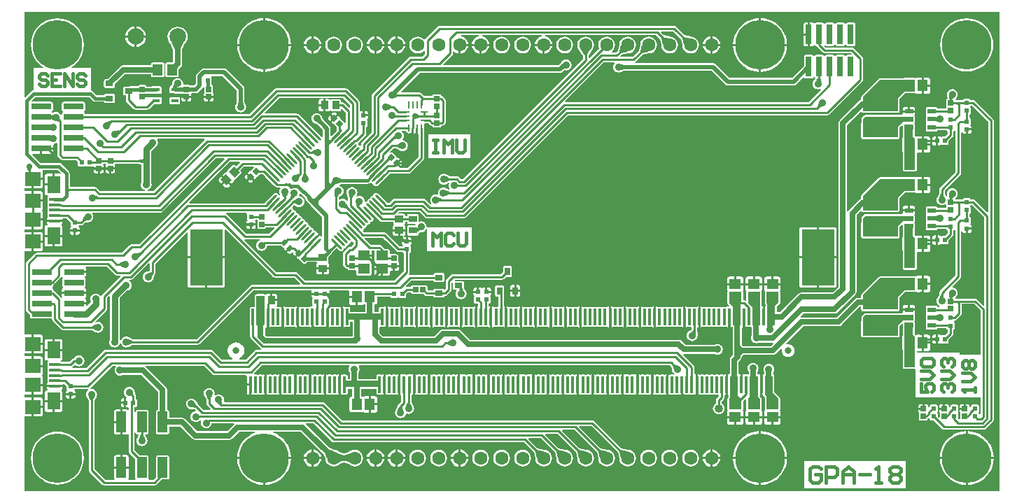
<source format=gbr>
%FSDAX33Y33*%
%MOMM*%
%SFA1B1*%

%IPPOS*%
%AMD78*
4,1,4,-0.670560,0.033020,0.033020,-0.670560,0.670560,-0.033020,-0.033020,0.670560,-0.670560,0.033020,0.0*
%
%AMD79*
4,1,4,-0.449580,0.000000,0.000000,-0.449580,0.449580,0.000000,0.000000,0.449580,-0.449580,0.000000,0.0*
%
%AMD80*
4,1,4,-0.017780,-0.406400,0.406400,0.017780,0.017780,0.406400,-0.406400,-0.017780,-0.017780,-0.406400,0.0*
%
%AMD81*
4,1,4,0.000000,0.449580,-0.449580,0.000000,0.000000,-0.449580,0.449580,0.000000,0.000000,0.449580,0.0*
%
%AMD88*
4,1,4,0.000000,-0.449580,0.449580,0.000000,0.000000,0.449580,-0.449580,0.000000,0.000000,-0.449580,0.0*
%
%AMD89*
4,1,4,0.424180,-0.635000,0.635000,-0.424180,-0.424180,0.635000,-0.635000,0.424180,0.424180,-0.635000,0.0*
1,1,0.299999,0.530860,-0.530860*
1,1,0.299999,-0.530860,0.530860*
%
%AMD90*
4,1,4,-0.635000,-0.424180,-0.424180,-0.635000,0.635000,0.424180,0.424180,0.635000,-0.635000,-0.424180,0.0*
1,1,0.299999,-0.530860,-0.530860*
1,1,0.299999,0.530860,0.530860*
%
%ADD26C,0.381000*%
%ADD27C,0.254000*%
%ADD68R,0.549999X0.599999*%
%ADD69R,0.640001X0.640001*%
%ADD70R,0.950001X0.650001*%
%ADD71R,0.650001X0.950001*%
%ADD72R,0.599999X0.549999*%
%ADD73R,0.760001X2.400000*%
%ADD74R,1.000001X0.599999*%
%ADD75R,1.300000X1.450000*%
%ADD76R,4.219999X1.729999*%
%ADD77R,1.450000X1.300000*%
G04~CAMADD=78~9~0.0~0.0~393.7~354.3~0.0~0.0~0~0.0~0.0~0.0~0.0~0~0.0~0.0~0.0~0.0~0~0.0~0.0~0.0~135.0~528.0~527.0*
%ADD78D78*%
G04~CAMADD=79~10~0.0~252.0~0.0~0.0~0.0~0.0~0~0.0~0.0~0.0~0.0~0~0.0~0.0~0.0~0.0~0~0.0~0.0~0.0~135.0~354.0~353.0*
%ADD79D79*%
G04~CAMADD=80~9~0.0~0.0~236.2~216.5~0.0~0.0~0~0.0~0.0~0.0~0.0~0~0.0~0.0~0.0~0.0~0~0.0~0.0~0.0~225.0~320.0~319.0*
%ADD80D80*%
G04~CAMADD=81~10~0.0~252.0~0.0~0.0~0.0~0.0~0~0.0~0.0~0.0~0.0~0~0.0~0.0~0.0~0.0~0~0.0~0.0~0.0~45.0~354.0~353.0*
%ADD81D81*%
%ADD82R,1.000001X0.900001*%
%ADD83R,0.900001X1.000001*%
%ADD84R,0.980001X0.790001*%
%ADD85R,1.400000X1.200000*%
%ADD86O,0.950001X0.249999*%
%ADD87O,0.249999X0.950001*%
G04~CAMADD=88~10~0.0~252.0~0.0~0.0~0.0~0.0~0~0.0~0.0~0.0~0.0~0~0.0~0.0~0.0~0.0~0~0.0~0.0~0.0~225.0~354.0~353.0*
%ADD88D88*%
G04~CAMADD=89~3~0.0~0.0~118.1~708.7~0.0~0.0~0~0.0~0.0~0.0~0.0~0~0.0~0.0~0.0~0.0~0~0.0~0.0~0.0~225.0~534.0~534.0*
%ADD89D89*%
G04~CAMADD=90~3~0.0~0.0~118.1~708.7~0.0~0.0~0~0.0~0.0~0.0~0.0~0~0.0~0.0~0.0~0.0~0~0.0~0.0~0.0~135.0~534.0~534.0*
%ADD90D90*%
%ADD91R,0.349999X2.000001*%
%ADD92R,4.000000X6.799999*%
%ADD93R,1.150000X1.400000*%
%ADD94R,0.900001X0.449999*%
%ADD95R,1.350000X0.399999*%
%ADD96R,1.599999X2.100001*%
%ADD97R,1.899999X1.799999*%
%ADD98R,1.200000X2.500000*%
%ADD99R,2.400000X0.760001*%
%ADD100C,1.016000*%
%ADD101C,0.508000*%
%ADD102C,0.635000*%
%ADD103C,0.762000*%
%ADD104C,0.457200*%
%ADD105C,6.000001*%
%ADD106C,1.599999*%
%ADD107C,0.800001*%
%ADD108C,2.000001*%
%ADD109C,0.599999*%
%ADD110C,0.900001*%
%ADD111C,0.700001*%
%LNgrb_top_copper-1*%
%LPD*%
G36*
X039303Y050229D02*
X039683Y050417D01*
Y049787*
X039303Y049975*
Y050229*
G37*
G36*
X041440Y051521D02*
X041187Y050908D01*
X041351Y050997*
X040843Y050997*
X041351Y051685*
X041440Y051521*
G37*
G36*
X039684Y044525D02*
X040044Y044166D01*
Y043807*
X039325*
Y044525*
X039684*
G37*
G36*
X048280Y049168D02*
X048550Y049448D01*
X048740Y049258*
X048460Y048989*
X048280Y049168*
G37*
G36*
X018131Y049189D02*
X018983Y049332D01*
Y048793*
X018131Y048935*
Y049189*
G37*
G36*
X038633Y037764D02*
X038642Y037374D01*
X038370*
X038379Y037764*
X038633*
G37*
G36*
X038642Y037374D01*
X038370*
X038379Y037764*
X038633*
G37*
G36*
X041789Y038358D02*
X041520Y038078D01*
X041329Y038268*
X041609Y038537*
X041789Y038358*
G37*
G36*
X041194Y037943D02*
X040969Y038151D01*
X041256Y038437*
X041464Y038212*
X041194Y037943*
G37*
G36*
X041789Y038358D02*
X041520Y038078D01*
X041329Y038268*
X041609Y038537*
X041789Y038358*
G37*
G36*
X041701Y051422D02*
X041351Y050997D01*
X041097Y051251*
X041522Y051602*
X041701Y051422*
G37*
G36*
X035982Y046329D02*
X036370Y046337D01*
Y046067*
X035982Y046075*
Y046329*
G37*
G36*
X049699Y056870D02*
X049150Y056817D01*
Y057177*
X049699Y057124*
Y056870*
G37*
G36*
X041701Y051422D02*
X041351Y050997D01*
X041097Y051251*
X041522Y051602*
X041701Y051422*
G37*
G36*
X042898Y046512D02*
X042542Y046387D01*
Y047017*
X042898Y046893*
Y046512*
G37*
G36*
X049672Y056870D02*
X049292Y056682D01*
Y057312*
X049672Y057124*
Y056870*
G37*
G36*
X040150Y053570D02*
X039881Y053753D01*
X040326Y054199*
X040510Y053929*
X040150Y053570*
G37*
G36*
X077044Y060172D02*
X076724Y060111D01*
Y060741*
X077044Y060680*
Y060172*
G37*
G36*
X069263Y060504D02*
X069638Y060854D01*
X069869Y060269*
X069601Y060123*
X069263Y060504*
G37*
G36*
X049604Y057271D02*
X049421Y057002D01*
X048975Y057447*
X049245Y057630*
X049604Y057271*
G37*
G36*
X051960Y040737D02*
X052070Y040986D01*
X052389Y040667*
X052140Y040557*
X051960Y040737*
G37*
G36*
X041606Y046358D02*
X041770Y046698D01*
X042216Y046252*
X041876Y046088*
X041606Y046358*
G37*
G36*
X043240Y013420D02*
X043883Y013662D01*
Y012542*
X043240Y012785*
Y013420*
G37*
G36*
X041671Y046188D02*
X040651Y045249D01*
X040894Y046075*
Y046507*
X041021Y046634*
X041226*
X041671Y046188*
G37*
G36*
X043129Y012785D02*
X042486Y012542D01*
Y013662*
X043129Y013420*
Y012785*
G37*
G36*
X041281Y014185D02*
X041907Y013902D01*
X041115Y013110*
X040832Y013736*
X041281Y014185*
G37*
G36*
X044705Y022129D02*
X044929Y022227D01*
X044480Y021778*
X044704Y022129*
X044705Y021875*
X044705Y022129*
G37*
G36*
X046787Y032904D02*
X046619Y032557D01*
X046260Y032916*
X046607Y033084*
X046787Y032904*
G37*
G36*
X043779Y022129D02*
X044480Y022227D01*
Y021777*
X043779Y021875*
Y022129*
G37*
G36*
X045631Y021875D02*
X044929Y021777D01*
Y022227*
X045631Y022129*
Y021875*
G37*
G36*
X046305Y030102D02*
X045657Y029994D01*
Y030464*
X046305Y030356*
Y030102*
G37*
G36*
X043555Y030583D02*
X047755D01*
Y029821*
X043555*
Y030583*
G37*
G36*
X043256Y022453D02*
X047447D01*
Y021691*
X043256*
X043255Y021692*
X043256Y021693*
Y022453*
G37*
G36*
X032613Y032715D02*
X033528D01*
Y029210*
X032588*
Y032689*
X032613Y032715*
G37*
G36*
X111000Y043372D02*
X112372D01*
X112524Y043524*
Y046891*
X113808*
X113819Y046903*
Y044286*
X113337Y043804*
Y040349*
X113819Y039867*
Y038343*
X112524*
Y042458*
X112245Y042737*
X111000*
Y043372*
G37*
G36*
Y055372D02*
X112372D01*
X112524Y055524*
Y058891*
X113808*
X113819Y058903*
Y056286*
X113337Y055804*
Y052349*
X113819Y051867*
Y050343*
X112524*
Y054458*
X112245Y054737*
X111000*
Y055372*
G37*
G36*
Y031372D02*
X112372D01*
X112524Y031524*
Y034891*
X113808*
X113819Y034903*
Y032286*
X113337Y031804*
Y028349*
X113819Y027867*
Y026343*
X112524*
Y030458*
X112245Y030737*
X111000*
Y031372*
G37*
G36*
X047041Y039225D02*
X046755Y039107D01*
Y039597*
X047041Y039479*
Y039225*
G37*
G36*
X042378Y036900D02*
X042190Y037281D01*
X042820*
X042632Y036900*
X042378*
G37*
G36*
X048482Y029142D02*
X048691Y028810D01*
X048080Y028658*
X048228Y029076*
X048482Y029142*
G37*
G36*
X050282Y029140D02*
X050488Y028798D01*
X049870Y028677*
X050028Y029088*
X050282Y029140*
G37*
G36*
X052082Y029138D02*
X052285Y028785D01*
X051661Y028695*
X051828Y029100*
X052082Y029138*
G37*
G36*
X053882Y029134D02*
X054080Y028771D01*
X053453Y028713*
X053628Y029109*
X053882Y029134*
G37*
G36*
X064682D02*
X064880Y028771D01*
X064253Y028713*
X064428Y029109*
X064682Y029134*
G37*
G36*
X062882Y029138D02*
X063085Y028785D01*
X062461Y028695*
X062628Y029100*
X062882Y029138*
G37*
G36*
X061082Y029140D02*
X061288Y028798D01*
X060670Y028677*
X060828Y029088*
X061082Y029140*
G37*
G36*
X059282Y029142D02*
X059491Y028810D01*
X058880Y028658*
X059028Y029076*
X059282Y029142*
G37*
G36*
X071882Y029134D02*
X072080Y028771D01*
X071453Y028713*
X071628Y029109*
X071882Y029134*
G37*
G36*
X070082Y029138D02*
X070285Y028785D01*
X069661Y028695*
X069828Y029100*
X070082Y029138*
G37*
G36*
X068282Y029140D02*
X068488Y028798D01*
X067870Y028677*
X068028Y029088*
X068282Y029140*
G37*
G36*
X066482Y029142D02*
X066691Y028810D01*
X066080Y028658*
X066228Y029076*
X066482Y029142*
G37*
G36*
X080882Y029134D02*
X081080Y028771D01*
X080453Y028713*
X080628Y029109*
X080882Y029134*
G37*
G36*
X079082Y029138D02*
X079285Y028785D01*
X078661Y028695*
X078828Y029100*
X079082Y029138*
G37*
G36*
X077282Y029140D02*
X077488Y028798D01*
X076870Y028677*
X077028Y029088*
X077282Y029140*
G37*
G36*
X022246Y056834D02*
X021890Y056709D01*
Y057339*
X022246Y057215*
Y056834*
G37*
G36*
X020891Y057215D02*
X021247Y057339D01*
Y056709*
X020891Y056834*
Y057215*
G37*
G36*
X031081Y041520D02*
X030679Y041656D01*
X031125Y042102*
X031261Y041700*
X031081Y041520*
G37*
G36*
X004978Y047866D02*
X004860Y048152D01*
X005350*
X005232Y047866*
X004978*
G37*
G36*
X050207Y048925D02*
X050532Y049136D01*
X050703Y048530*
X050282Y048671*
X050207Y048925*
G37*
G36*
X051528Y023105D02*
X051361Y023509D01*
X051985Y023419*
X051782Y023067*
X051528Y023105*
G37*
G36*
X043591Y032508D02*
X043454Y032127D01*
X043030Y032551*
X043411Y032688*
X043591Y032508*
G37*
G36*
X062328Y023128D02*
X062180Y023546D01*
X062791Y023395*
X062582Y023062*
X062328Y023128*
G37*
G36*
X084182Y020940D02*
X084388Y020598D01*
X083770Y020477*
X083928Y020888*
X084182Y020940*
G37*
G36*
X056928Y023116D02*
X056770Y023527D01*
X057388Y023406*
X057182Y023064*
X056928Y023116*
G37*
G36*
X082131Y023252D02*
X081923Y023355D01*
X082208Y023639*
X082311Y023432*
X082131Y023252*
G37*
G36*
X052301Y054330D02*
X052015Y054212D01*
Y054702*
X052301Y054584*
Y054330*
G37*
G36*
X039482Y029134D02*
X039680Y028771D01*
X039053Y028713*
X039228Y029109*
X039482Y029134*
G37*
G36*
X042528Y023095D02*
X042353Y023492D01*
X042980Y023433*
X042782Y023070*
X042528Y023095*
G37*
G36*
X067728D02*
X067553Y023492D01*
X068180Y023433*
X067982Y023070*
X067728Y023095*
G37*
G36*
X065928Y023105D02*
X065761Y023509D01*
X066385Y023419*
X066182Y023067*
X065928Y023105*
G37*
G36*
X085982Y020938D02*
X086185Y020585D01*
X085561Y020495*
X085728Y020900*
X085982Y020938*
G37*
G36*
X086451Y028295D02*
X086667Y028366D01*
Y027970*
X086451Y028041*
Y028295*
G37*
G36*
X038928Y023116D02*
X038770Y023527D01*
X039388Y023406*
X039182Y023064*
X038928Y023116*
G37*
G36*
X047928Y023128D02*
X047780Y023546D01*
X048391Y023395*
X048182Y023062*
X047928Y023128*
G37*
G36*
X043082Y029134D02*
X043280Y028771D01*
X042653Y028713*
X042828Y029109*
X043082Y029134*
G37*
G36*
X076728Y023128D02*
X076580Y023546D01*
X077191Y023395*
X076982Y023062*
X076728Y023128*
G37*
G36*
X093528Y024187D02*
X093318Y024519D01*
X093930Y024669*
X093782Y024252*
X093528Y024187*
G37*
G36*
X033528Y023105D02*
X033361Y023509D01*
X033985Y023419*
X033782Y023067*
X033528Y023105*
G37*
G36*
X040728D02*
X040561Y023509D01*
X041185Y023419*
X040982Y023067*
X040728Y023105*
G37*
G36*
X084444Y028396D02*
X084194Y028129D01*
X084137Y028563*
X084265Y028576*
X084444Y028396*
G37*
G36*
X035882Y029140D02*
X036088Y028798D01*
X035470Y028677*
X035628Y029088*
X035882Y029140*
G37*
G36*
X034082Y029114D02*
X034280Y028870D01*
X033799Y028519*
X033828Y028875*
X034082Y029114*
G37*
G36*
X041282Y029138D02*
X041485Y028785D01*
X040861Y028695*
X041028Y029100*
X041282Y029138*
G37*
G36*
X037128Y023128D02*
X036980Y023546D01*
X037591Y023395*
X037382Y023062*
X037128Y023128*
G37*
G36*
X056530Y031851D02*
X056150Y031663D01*
Y032293*
X056530Y032105*
Y031851*
G37*
G36*
X073128Y023105D02*
X072961Y023509D01*
X073585Y023419*
X073382Y023067*
X073128Y023105*
G37*
G36*
X053328Y023095D02*
X053153Y023492D01*
X053780Y023433*
X053582Y023070*
X053328Y023095*
G37*
G36*
X058728Y023105D02*
X058561Y023509D01*
X059185Y023419*
X058982Y023067*
X058728Y023105*
G37*
G36*
X089328Y023141D02*
X089117Y023414D01*
X089657Y023710*
X089582Y023300*
X089328Y023141*
G37*
G36*
X071328Y023116D02*
X071170Y023527D01*
X071788Y023406*
X071582Y023064*
X071328Y023116*
G37*
G36*
X049728D02*
X049570Y023527D01*
X050188Y023406*
X049982Y023064*
X049728Y023116*
G37*
G36*
X055128Y023128D02*
X054980Y023546D01*
X055591Y023395*
X055382Y023062*
X055128Y023128*
G37*
G36*
X060528Y023095D02*
X060353Y023492D01*
X060980Y023433*
X060782Y023070*
X060528Y023095*
G37*
G36*
X035328D02*
X035153Y023492D01*
X035780Y023433*
X035582Y023070*
X035328Y023095*
G37*
G36*
X037682Y029138D02*
X037885Y028785D01*
X037261Y028695*
X037428Y029100*
X037682Y029138*
G37*
G36*
X055428Y031351D02*
X055391Y031873D01*
X055883Y031531*
X055682Y031283*
X055428Y031351*
G37*
G36*
X074928Y023095D02*
X074753Y023492D01*
X075380Y023433*
X075182Y023070*
X074928Y023095*
G37*
G36*
X075482Y029142D02*
X075691Y028810D01*
X075080Y028658*
X075228Y029076*
X075482Y029142*
G37*
G36*
X089882Y028973D02*
X090048Y028569D01*
X089425Y028657*
X089628Y029011*
X089882Y028973*
G37*
G36*
X080328Y023105D02*
X080161Y023509D01*
X080785Y023419*
X080582Y023067*
X080328Y023105*
G37*
G36*
X064128Y023116D02*
X063970Y023527D01*
X064588Y023406*
X064382Y023064*
X064128Y023116*
G37*
G36*
X069528Y023128D02*
X069380Y023546D01*
X069991Y023395*
X069782Y023062*
X069528Y023128*
G37*
G36*
X078528Y023116D02*
X078370Y023527D01*
X078988Y023406*
X078782Y023064*
X078528Y023116*
G37*
G36*
X091128Y023070D02*
X091011Y023500D01*
X091595Y023263*
X091382Y022961*
X091128Y023070*
G37*
G36*
X049539Y051028D02*
X049919Y051216D01*
Y050586*
X049539Y050774*
Y051028*
G37*
G36*
X048910Y055473D02*
X048530Y055285D01*
Y055915*
X048910Y055727*
Y055473*
G37*
G36*
X049121Y051993D02*
X049360Y052318D01*
X049507Y051726*
X049174Y051687*
X049121Y051993*
G37*
G36*
X055956Y046725D02*
X055576Y046537D01*
Y047167*
X055956Y046979*
Y046725*
G37*
G36*
X042055Y044769D02*
X042019Y045292D01*
X042509Y044948*
X042309Y044700*
X042055Y044769*
G37*
G36*
X072268Y061832D02*
X071835Y062531D01*
X072955*
X072522Y061832*
X072268*
G37*
G36*
X043474Y043307D02*
X043082Y043409D01*
X043449Y043921*
X043622Y043518*
X043474Y043307*
G37*
G36*
X055895Y045059D02*
X055515Y044871D01*
Y045501*
X055895Y045313*
Y045059*
G37*
G36*
X043878Y044588D02*
X043739Y045010D01*
X044343Y044832*
X044132Y044509*
X043878Y044588*
G37*
G36*
X076487Y062294D02*
X076675Y063094D01*
X077467Y062302*
X076667Y062114*
X076487Y062294*
G37*
G36*
X054956Y044225D02*
X054576Y044037D01*
Y044667*
X054956Y044479*
Y044225*
G37*
G36*
X044665Y043710D02*
X044702Y043866D01*
X045096Y043724*
X044844Y043530*
X044665Y043710*
G37*
G36*
X079027Y062294D02*
X079215Y063094D01*
X080007Y062302*
X079207Y062114*
X079027Y062294*
G37*
G36*
X081747Y064090D02*
X082547Y063902D01*
X081755Y063110*
X081567Y063910*
X081747Y064090*
G37*
G36*
X084287D02*
X085087Y063902D01*
X084295Y063110*
X084107Y063910*
X084287Y064090*
G37*
G36*
X057480Y033661D02*
X057606Y033366D01*
X057100*
X057226Y033661*
X057480*
G37*
G36*
X055635Y027152D02*
X056015Y027340D01*
Y026710*
X055635Y026898*
Y027152*
G37*
G36*
X083108Y024436D02*
X083510Y024300D01*
X083065Y023855*
X082929Y024256*
X083108Y024436*
G37*
G36*
X009922Y045694D02*
Y045440D01*
X009795Y045250*
X009414Y045567*
X009795Y045885*
X009922Y045694*
G37*
G36*
X010128Y045440D02*
X009739Y045432D01*
Y045702*
X010128Y045694*
Y045440*
G37*
G36*
X009739Y045432D01*
Y045702*
X010128Y045694*
Y045440*
G37*
G36*
X012522Y020100D02*
X012334Y020481D01*
X012964*
X012776Y020100*
X012522*
G37*
G36*
X035878Y044650D02*
X035690Y045031D01*
X036320*
X036132Y044650*
X035878*
G37*
G36*
X025249Y019178D02*
X024883Y019242D01*
X025134Y019820*
X025353Y019433*
X025249Y019178*
G37*
G36*
X071587Y014090D02*
X072387Y013902D01*
X071595Y013110*
X071407Y013910*
X071587Y014090*
G37*
G36*
X026746Y020227D02*
X026558Y020608D01*
X027188*
X027000Y020227*
X026746*
G37*
G36*
X037898Y047316D02*
X037734Y046912D01*
X037348Y047410*
X037742Y047519*
X037898Y047316*
G37*
G36*
X074127Y014090D02*
X074927Y013902D01*
X074135Y013110*
X073947Y013910*
X074127Y014090*
G37*
G36*
X037065Y044264D02*
X037338Y044376D01*
Y043899*
X037065Y044010*
Y044264*
G37*
G36*
X066507Y014090D02*
X067307Y013902D01*
X066515Y013110*
X066327Y013910*
X066507Y014090*
G37*
G36*
X036686Y044645D02*
X036747Y045007D01*
X037330Y044770*
X036946Y044546*
X036686Y044645*
G37*
G36*
X069047Y014090D02*
X069847Y013902D01*
X069055Y013110*
X068867Y013910*
X069047Y014090*
G37*
G36*
X028147Y019530D02*
X027809Y019767D01*
X028400Y019933*
X028430Y019606*
X028147Y019530*
G37*
G36*
X038538Y047571D02*
X038746Y047232D01*
X038130Y047101*
X038284Y047515*
X038538Y047571*
G37*
G36*
X076667Y014090D02*
X077467Y013902D01*
X076675Y013110*
X076487Y013910*
X076667Y014090*
G37*
G36*
X016083Y052501D02*
X015857Y052122D01*
X015629Y052708*
X015989Y052766*
X016083Y052501*
G37*
G36*
X007303Y053229D02*
X007683Y053417D01*
Y052787*
X007303Y052975*
Y053229*
G37*
G36*
Y051917D02*
X007683Y052105D01*
Y051475*
X007303Y051663*
Y051917*
G37*
G36*
X015013Y053720D02*
X014877Y053319D01*
X014431Y053764*
X014833Y053900*
X015013Y053720*
G37*
G36*
X008715Y053766D02*
X008410Y053887D01*
X008774Y054251*
X008894Y053946*
X008715Y053766*
G37*
G36*
X007629Y054457D02*
X008009Y054645D01*
Y054015*
X007629Y054203*
Y054457*
G37*
G36*
X018872Y015916D02*
X019060Y015535D01*
X018430*
X018618Y015916*
X018872*
G37*
G36*
X017573Y020524D02*
X017360Y020628D01*
X017649Y020917*
X017752Y020704*
X017573Y020524*
G37*
G36*
X017541Y027025D02*
X017161Y026837D01*
Y027467*
X017541Y027279*
Y027025*
G37*
G36*
X100792Y059032D02*
X100928Y058609D01*
X100326Y058794*
X100538Y059114*
X100792Y059032*
G37*
G36*
X100455Y055702D02*
X100591Y056104D01*
X101036Y055658*
X100634Y055522*
X100455Y055702*
G37*
G36*
X011588Y041965D02*
X011760Y042368D01*
X012130Y041858*
X011738Y041756*
X011588Y041965*
G37*
G36*
X013406Y044475D02*
X013026Y044287D01*
Y044917*
X013406Y044729*
Y044475*
G37*
G36*
X016011Y036677D02*
X016391Y036865D01*
Y036235*
X016011Y036423*
Y036677*
G37*
G36*
X020093Y035432D02*
X019956Y035056D01*
X019536Y035475*
X019913Y035612*
X020093Y035432*
G37*
G36*
X012709Y029057D02*
X013089Y029245D01*
Y028615*
X012709Y028803*
Y029057*
G37*
G36*
X018546Y037695D02*
X018317Y037322D01*
X018098Y037908*
X018455Y037964*
X018546Y037695*
G37*
G36*
X039632Y049102D02*
X039696Y048895D01*
X039314*
X039378Y049102*
X039632*
G37*
G36*
X015459Y035296D02*
X015568Y035223D01*
X015697Y035197*
X016105*
X016153Y035080*
X013935Y032862*
X013862Y032752*
X013854Y032714*
X013756Y032694*
X013721Y032697*
X013623Y032825*
X013486Y032930*
X013327Y032995*
X013157Y033018*
X012986Y032995*
X012827Y032930*
X012691Y032825*
X012586Y032689*
X012520Y032530*
X012498Y032359*
X012520Y032189*
X012561Y032090*
Y031971*
X012091Y031500*
X011964Y031553*
Y031705*
X010505*
Y031959*
X011964*
Y032212*
X011944Y032311*
X011888Y032395*
Y032539*
X011944Y032623*
X011964Y032722*
Y032975*
X010505*
X009046*
Y032722*
X009065Y032623*
X009071Y032615*
X009042Y032507*
X008970Y032499*
X008943Y032540*
X008143Y033340*
X008034Y033413*
X008012Y033417*
Y033482*
X007996Y033561*
X007951Y033629*
X007887Y033672*
X007884Y033687*
Y033787*
X007887Y033802*
X007951Y033846*
X007996Y033913*
X008012Y033992*
Y034067*
X008113Y034134*
X008943Y034964*
X008956Y034984*
X009107Y035011*
X009158Y034899*
X009113Y034831*
X009098Y034752*
Y033992*
X009113Y033913*
X009158Y033846*
X009169Y033838*
X009174Y033824*
X009164Y033693*
X009122Y033665*
X009065Y033581*
X009046Y033482*
Y033229*
X010505*
X011964*
Y033482*
X011944Y033581*
X011888Y033665*
X011846Y033693*
X011836Y033824*
X011840Y033838*
X011851Y033846*
X011896Y033913*
X011912Y033992*
Y034752*
X011896Y034831*
X011851Y034899*
X011840Y034906*
X011836Y034920*
X011846Y035051*
X011888Y035079*
X011944Y035163*
X011964Y035262*
Y035515*
X010505*
Y035769*
X011964*
Y036022*
X011944Y036121*
X011932Y036138*
X012000Y036265*
X014489*
X015459Y035296*
G37*
G36*
X049492Y038139D02*
X049601Y038066D01*
X049730Y038040*
X049730*
X050260*
X050263Y038023*
X050308Y037956*
X050375Y037911*
X050418Y037902*
Y035742*
X049277Y034601*
X038442*
X037525Y035518*
X037416Y035591*
X037287Y035617*
X034966*
X031122Y039461*
X031185Y039578*
X031194Y039576*
X032970*
X032996Y039449*
X032893Y039407*
X032757Y039302*
X032652Y039166*
X032586Y039007*
X032564Y038836*
X032586Y038666*
X032652Y038507*
X032757Y038370*
X032893Y038266*
X033052Y038200*
X033223Y038177*
X033393Y038200*
X033552Y038266*
X033689Y038370*
X033793Y038507*
X033859Y038666*
X033881Y038835*
X035554*
X035771Y038619*
X035838Y038574*
X035917Y038558*
X035950Y038435*
X035961Y038383*
X036017Y038299*
X036122Y038195*
X036517Y038590*
X036696Y038410*
X036301Y038015*
X036406Y037910*
X036490Y037854*
X036589Y037835*
X036688Y037854*
X036772Y037910*
X036933Y038072*
X037032Y037991*
X037032Y037990*
X037012Y037891*
X037032Y037792*
X037088Y037708*
X037224Y037572*
X037634Y037981*
X037813Y037802*
X037404Y037392*
X037540Y037256*
X037624Y037200*
X037723Y037180*
X037726Y037180*
X037730Y037162*
X037775Y037094*
X038227Y036642*
X038295Y036597*
X038374Y036581*
X038453Y036597*
X038520Y036642*
X038718Y036839*
X039855*
X039940Y036721*
X039923Y036665*
X039918Y036655*
X039865Y036576*
X039846Y036477*
Y036154*
X040605*
X041364*
Y036477*
X041344Y036576*
X041291Y036655*
X041286Y036665*
X041251Y036781*
X041296Y036848*
X041312Y036927*
Y037493*
X041613Y037794*
X041700Y037924*
X041711Y037977*
X041851Y038123*
X042261Y038533*
X042553Y038241*
X042670Y038163*
X042808Y038136*
X042946Y038163*
X043062Y038241*
X043141Y038358*
X043167Y038490*
X043299Y038517*
X043416Y038595*
X043494Y038711*
X043520Y038844*
X043653Y038870*
X043770Y038948*
X043848Y039065*
X043874Y039197*
X044006Y039224*
X044123Y039302*
X044253Y039279*
X044316Y039222*
Y038976*
X044005Y038665*
X043891*
X043762Y038639*
X043653Y038566*
X043145Y038058*
X043072Y037949*
X043046Y037820*
Y036550*
X043072Y036421*
X043145Y036312*
X043351Y036106*
X043460Y036033*
X043589Y036007*
X043621*
X043633Y035945*
X043678Y035878*
X043745Y035833*
X043825Y035817*
X044465*
X044544Y035833*
X044551Y035837*
X044678Y035769*
Y035404*
X044693Y035325*
X044738Y035258*
X044805Y035213*
X044885Y035197*
X046285*
X046364Y035213*
X046431Y035258*
X046476Y035325*
X046492Y035404*
Y036604*
X046476Y036683*
X046431Y036751*
X046495Y036861*
X046524Y036905*
X046544Y037004*
Y037477*
X045585*
Y037731*
X046544*
Y038204*
X046578Y038245*
X046844*
X046878Y038204*
Y037004*
X046893Y036925*
X046938Y036858*
X046875Y036747*
X046845Y036703*
X046826Y036604*
Y036131*
X047785*
Y036004*
X047912*
Y035145*
X048485*
X048584Y035165*
X048668Y035221*
X048724Y035305*
X048744Y035404*
Y035685*
X048871Y035772*
X048905Y035765*
X049098*
Y036344*
X049225*
Y036471*
X049804*
Y036664*
X049784Y036763*
X049728Y036847*
X049725Y036849*
X049736Y036865*
X049752Y036944*
Y037584*
X049736Y037663*
X049691Y037731*
X049624Y037775*
X049545Y037791*
X048905*
X048825Y037775*
X048819Y037771*
X048692Y037839*
Y038204*
X048676Y038283*
X048631Y038351*
X048564Y038395*
X048485Y038411*
X048087*
X048023Y038508*
X047711Y038820*
X047602Y038893*
X047473Y038919*
X046396*
X045667Y039648*
X045716Y039765*
X047865*
X049492Y038139*
G37*
G36*
X031381Y042744D02*
X031445Y042638D01*
X031438Y042602*
Y042052*
X031453Y041973*
X031498Y041906*
X031435Y041795*
X031405Y041751*
X031386Y041652*
Y041504*
X032504*
Y041652*
X032484Y041751*
X032455Y041795*
X032417Y041861*
X032493Y041975*
X032691*
X032703Y041913*
X032744Y041852*
X032703Y041791*
X032687Y041712*
Y041072*
X032703Y040993*
X032748Y040926*
X032815Y040881*
X032895Y040865*
X033535*
X033614Y040881*
X033681Y040926*
X033726Y040993*
X033739Y041055*
X034755*
X034804Y040938*
X034115Y040249*
X031333*
X028993Y042590*
X028920Y042638*
X028959Y042765*
X031357*
X031381Y042744*
G37*
G36*
X034589Y035042D02*
X034698Y034969D01*
X034827Y034943*
X037147*
X037881Y034210*
X037832Y034093*
X032080*
X031951Y034067*
X031842Y033994*
X025336Y027489*
X017585*
X017273Y027643*
X017169Y027723*
X017010Y027788*
X016840Y027811*
X016669Y027788*
X016510Y027723*
X016374Y027618*
X016269Y027482*
X016220Y027362*
X016086Y027357*
X016038Y027433*
Y032493*
X016905Y033360*
X017010Y033374*
X017169Y033440*
X017306Y033544*
X017410Y033681*
X017476Y033840*
X017499Y034010*
X017476Y034181*
X017410Y034340*
X017306Y034476*
X017193Y034562*
X017211Y034661*
X017226Y034689*
X017429*
X017558Y034715*
X017667Y034788*
X019551Y036672*
X019668Y036623*
Y035743*
X019507Y035685*
X019507Y035685*
X019336Y035662*
X019177Y035597*
X019041Y035492*
X018936Y035356*
X018870Y035197*
X018848Y035026*
X018870Y034856*
X018936Y034697*
X019041Y034560*
X019177Y034456*
X019336Y034390*
X019507Y034367*
X019677Y034390*
X019836Y034456*
X019973Y034560*
X020077Y034697*
X020143Y034856*
X020166Y035026*
X020165Y035026*
X020280Y035342*
X020316Y035395*
X020341Y035524*
Y036655*
X024128Y040442*
X024246Y040393*
Y037529*
X028764*
Y040687*
X028891Y040740*
X034589Y035042*
G37*
G36*
X051642Y052371D02*
X051663Y052375D01*
X051765Y052443*
X051867Y052375*
X051888Y052371*
Y053082*
X052142*
Y052278*
X052178Y052249*
Y049530*
X050838Y048190*
X049927*
X049890Y048278*
X049460Y048708*
X049550Y048798*
X049460Y048888*
X049870Y049297*
X049733Y049433*
X049649Y049490*
X049550Y049509*
X049547Y049509*
X049543Y049528*
X049498Y049595*
X049046Y050047*
X049046*
X048979Y050092*
X048899Y050108*
X048820Y050092*
X048813Y050087*
X048732Y050186*
X049110Y050564*
X049496*
X049807Y050410*
X049911Y050331*
X050070Y050265*
X050241Y050242*
X050411Y050265*
X050570Y050331*
X050707Y050435*
X050811Y050572*
X050877Y050731*
X050900Y050901*
X050877Y051072*
X050811Y051231*
X050707Y051367*
X050570Y051472*
X050411Y051537*
X050308Y051551*
X050258Y051686*
X050325Y051773*
X050391Y051931*
X050413Y052102*
X050391Y052273*
X050325Y052431*
X050220Y052568*
X050155Y052618*
X050198Y052745*
X050680*
Y052732*
X050706Y052604*
X050778Y052495*
X050887Y052423*
X051015Y052397*
X051143Y052423*
X051207Y052466*
X051241Y052459*
X051367Y052375*
X051388Y052371*
Y053082*
X051642*
Y052371*
G37*
G36*
X043918Y055847D02*
Y055531D01*
X043801Y055482*
X043243Y056040*
X043134Y056113*
X043005Y056139*
X042837*
Y056302*
X042821Y056381*
X042776Y056449*
X042709Y056493*
X042630Y056509*
X041730*
X041650Y056493*
X041583Y056449*
X041467Y056484*
X041457Y056489*
X041379Y056541*
X041280Y056561*
X040957*
Y055802*
Y055043*
X041280*
X041379Y055063*
X041457Y055115*
X041467Y055120*
X041583Y055156*
X041650Y055111*
X041730Y055095*
X042630*
X042709Y055111*
X042776Y055156*
X042821Y055223*
X042837Y055302*
Y055314*
X042964Y055367*
X043387Y054944*
Y053699*
X043358Y053688*
X043260Y053677*
X043229Y053723*
X042776Y054176*
Y054176*
X042709Y054221*
X042690Y054225*
X042691Y054227*
X042671Y054326*
X042615Y054410*
X042479Y054547*
X042069Y054138*
X041660Y053728*
X041796Y053592*
X041880Y053536*
X041979Y053516*
X041982Y053516*
X041986Y053498*
X042031Y053430*
X042293Y053168*
Y052703*
X041680Y052090*
X041563Y052139*
Y052983*
X041527Y053161*
X041426Y053312*
X040655Y054084*
X040526Y054274*
X040513Y054374*
X040447Y054533*
X040342Y054669*
X040206Y054774*
X040047Y054839*
X039876Y054862*
X039706Y054839*
X039547Y054774*
X039411Y054669*
X039306Y054533*
X039240Y054374*
X039218Y054203*
X039240Y054033*
X039306Y053874*
X039411Y053737*
X039547Y053633*
X039706Y053567*
X039806Y053554*
X039996Y053425*
X040631Y052790*
Y051961*
X040559Y051924*
X040504Y051916*
X039456Y052963*
X039356Y053030*
X037691Y054695*
X037582Y054768*
X037453Y054794*
X033578*
X033529Y054911*
X035330Y056711*
X043054*
X043918Y055847*
G37*
G36*
X075906Y060851D02*
X075832Y060756D01*
X075766Y060597*
X075744Y060426*
X075766Y060256*
X075832Y060097*
X075937Y059960*
X076073Y059856*
X076232Y059790*
X076403Y059767*
X076573Y059790*
X076732Y059856*
X076812Y059917*
X077038Y059960*
X087640*
X089281Y058318*
X089432Y058217*
X089611Y058182*
X097559*
X097738Y058217*
X097889Y058318*
X098716Y059146*
X098869Y059138*
X098936Y059093*
X099015Y059077*
X099775*
X099854Y059093*
X099922Y059138*
X099965Y059202*
X099980Y059205*
X100080*
X100095Y059202*
X100139Y059138*
X100206Y059093*
X100233Y059028*
X100178Y058945*
X100067Y058860*
X099962Y058724*
X099896Y058565*
X099874Y058394*
X099896Y058224*
X099962Y058065*
X100067Y057928*
X100203Y057824*
X100362Y057758*
X100533Y057735*
X100703Y057758*
X100808Y057801*
X100880Y057693*
X099377Y056191*
X069972*
X069920Y056318*
X074580Y060978*
X075852*
X075906Y060851*
G37*
G36*
X122496Y067093D02*
X122496Y009111D01*
X004513*
Y018109*
X004555Y018143*
X005378*
Y019302*
Y020461*
X004555*
X004513Y020495*
Y020759*
X004555Y020793*
X005378*
Y021952*
X005505*
Y022079*
X006714*
Y022852*
X006694Y022951*
X006638Y023035*
Y023169*
X006694Y023253*
X006714Y023352*
Y024125*
X005505*
Y024252*
X005378*
Y025411*
X004555*
X004513Y025445*
Y025709*
X004555Y025743*
X005378*
Y026902*
Y028061*
X004555*
X004513Y028095*
Y038109*
X004555Y038143*
X005378*
Y039302*
Y040461*
X004555*
X004513Y040495*
Y040759*
X004555Y040793*
X005378*
Y041952*
X005505*
Y042079*
X006714*
Y042852*
X006694Y042951*
X006638Y043035*
Y043169*
X006694Y043253*
X006714Y043352*
Y044125*
X005505*
Y044252*
X005378*
Y045411*
X004555*
X004513Y045445*
Y045709*
X004555Y045743*
X005378*
Y046902*
X005505*
Y047029*
X006714*
Y047802*
X006699Y047874*
X006749Y047965*
X006780Y048001*
X008538*
X008909Y047630*
X008861Y047525*
X008848Y047511*
X008182*
Y046202*
X008055*
Y046075*
X006996*
Y045152*
X007015Y045053*
X007072Y044969*
X007156Y044913*
X007255Y044893*
X007346*
X007384Y044766*
X007358Y044749*
X007313Y044681*
X007298Y044602*
Y044202*
X007313Y044123*
X007344Y044077*
X007313Y044031*
X007298Y043952*
Y043552*
X007313Y043473*
X007344Y043427*
X007313Y043381*
X007298Y043302*
Y042902*
X007313Y042823*
X007344Y042777*
X007313Y042731*
X007298Y042652*
Y042252*
X007313Y042173*
X007265Y042101*
X007246Y042002*
Y041929*
X008180*
X009114*
Y042002*
X009221Y042115*
X009622*
X010110Y041628*
Y041322*
X010125Y041243*
X010170Y041176*
X010107Y041065*
X010077Y041021*
X010058Y040922*
Y040774*
X010617*
X011176*
Y040922*
X011156Y041021*
X011127Y041065*
X011080Y041147*
X011145Y041260*
X011400*
X011529Y041286*
X011638Y041359*
X011849Y041571*
X012152Y041650*
X012205Y041643*
X012375Y041666*
X012534Y041732*
X012671Y041836*
X012775Y041973*
X012841Y042132*
X012864Y042302*
X012841Y042473*
X012775Y042631*
X012715Y042709*
X012778Y042836*
X021006*
X021135Y042862*
X021244Y042935*
X027731Y049421*
X028688*
X028737Y049304*
X018388Y038956*
X017442*
X017442*
X017313Y038930*
X017204Y038857*
X016286Y037939*
X006005*
X005876Y037913*
X005767Y037840*
X004767Y036840*
X004694Y036731*
X004668Y036602*
Y031102*
X004694Y030973*
X004767Y030864*
X005198Y030433*
Y030182*
X005213Y030103*
X005258Y030036*
X005325Y029991*
X005405Y029975*
X007805*
X007868Y029923*
Y029902*
X007894Y029773*
X007967Y029664*
X008939Y028692*
X009048Y028619*
X009177Y028593*
X012666*
X012977Y028439*
X013081Y028360*
X013240Y028294*
X013411Y028271*
X013581Y028294*
X013740Y028360*
X013877Y028464*
X013981Y028601*
X014047Y028760*
X014070Y028930*
X014047Y029101*
X013981Y029260*
X013877Y029396*
X013740Y029501*
X013581Y029566*
X013411Y029589*
X013240Y029566*
X013135Y029523*
X013063Y029631*
X014411Y030978*
X014484Y031087*
X014509Y031216*
Y032484*
X014720Y032695*
X014847Y032642*
Y027421*
X014806Y027323*
X014784Y027152*
X014806Y026982*
X014872Y026823*
X014977Y026686*
X015113Y026582*
X015272Y026516*
X015443Y026493*
X015613Y026516*
X015772Y026582*
X015909Y026686*
X016013Y026823*
X016079Y026982*
X016203*
X016269Y026823*
X016374Y026686*
X016510Y026582*
X016669Y026516*
X016840Y026493*
X017010Y026516*
X017169Y026582*
X017273Y026661*
X017585Y026815*
X025476*
X025605Y026841*
X025714Y026914*
X032219Y033419*
X039191*
X039215Y033398*
X039279Y033292*
X039268Y033236*
Y033088*
X039827*
Y032834*
X039268*
Y032686*
X039287Y032587*
X039317Y032543*
X039380Y032433*
X039335Y032365*
X039320Y032286*
Y031736*
X039335Y031657*
X039380Y031590*
X039382Y031588*
X039344Y031461*
X039180*
X039081Y031441*
X039009Y031393*
X038930Y031409*
X038580*
X038500Y031393*
X038455Y031363*
X038409Y031393*
X038330Y031409*
X037980*
X037900Y031393*
X037829Y031441*
X037730Y031461*
X037682*
Y030202*
Y028943*
X037730*
X037829Y028963*
X037900Y029011*
X037980Y028995*
X038330*
X038409Y029011*
X038455Y029041*
X038500Y029011*
X038580Y028995*
X038930*
X039009Y029011*
X039081Y028963*
X039180Y028943*
X039228*
Y030202*
X039482*
Y028943*
X039530*
X039629Y028963*
X039700Y029011*
X039780Y028995*
X040130*
X040209Y029011*
X040255Y029041*
X040300Y029011*
X040380Y028995*
X040730*
X040809Y029011*
X040881Y028963*
X040980Y028943*
X041028*
Y030202*
X041282*
Y028943*
X041330*
X041429Y028963*
X041500Y029011*
X041580Y028995*
X041930*
X042009Y029011*
X042055Y029041*
X042100Y029011*
X042180Y028995*
X042530*
X042609Y029011*
X042681Y028963*
X042780Y028943*
X042828*
Y030202*
Y031461*
X042780*
X042681Y031441*
X042609Y031393*
X042530Y031409*
X042180*
X042100Y031393*
X042055Y031363*
X042009Y031393*
X041930Y031409*
X041580*
X041500Y031393*
X041429Y031441*
X041330Y031461*
X041325*
X041287Y031588*
X041289Y031590*
X041334Y031657*
X041350Y031736*
Y032286*
X041334Y032365*
X041289Y032433*
X041353Y032543*
X041382Y032587*
X041402Y032686*
Y032834*
X040843*
Y033088*
X041402*
Y033236*
X041390Y033292*
X041454Y033398*
X041478Y033419*
X043720*
X043796Y033327*
Y032729*
X044705*
Y032602*
X044832*
Y031618*
X045355*
X045454Y031638*
X045538Y031694*
X045546Y031706*
X045575Y031686*
X045655Y031670*
X045774*
Y030790*
X043937*
Y031202*
X043921Y031281*
X043876Y031349*
X043809Y031393*
X043730Y031409*
X043380*
X043300Y031393*
X043229Y031441*
X043130Y031461*
X043082*
Y030202*
Y028943*
X043130*
X043229Y028963*
X043300Y029011*
X043380Y028995*
X043730*
X043809Y029011*
X043876Y029056*
X043921Y029123*
X043937Y029202*
Y029614*
X044249*
Y027914*
X044209Y027863*
X044193Y027823*
X033811*
X033627Y028007*
Y028016*
Y028016*
X033623Y028035*
Y028809*
X033627Y028828*
Y028828*
Y028858*
X033754Y028948*
X033780Y028943*
X033828*
Y030202*
X034082*
Y028943*
X034130*
X034229Y028963*
X034300Y029011*
X034380Y028995*
X034730*
X034809Y029011*
X034855Y029041*
X034900Y029011*
X034980Y028995*
X035330*
X035409Y029011*
X035481Y028963*
X035580Y028943*
X035628*
Y030202*
Y031461*
X035580*
X035481Y031441*
X035409Y031393*
X035330Y031409*
X035058*
X035020Y031536*
X035039Y031549*
X035095Y031633*
X035115Y031732*
Y032105*
X034406*
Y032232*
X034279*
Y032991*
X033956*
X033857Y032971*
X033785Y032924*
X033750Y032904*
X033652Y032879*
X033585Y032923*
X033506Y032939*
X032606*
X032526Y032923*
X032459Y032879*
X032414Y032811*
X032410Y032789*
X032396Y032769*
X032381Y032689*
Y032689*
Y031451*
X032330Y031409*
X031980*
X031900Y031393*
X031833Y031349*
X031788Y031281*
X031773Y031202*
Y029202*
X031788Y029123*
X031818Y029078*
Y027812*
X031844Y027683*
X031917Y027574*
X033085Y026406*
X033175Y026346*
X033170Y026265*
X033154Y026219*
X032588*
X032459Y026193*
X032350Y026120*
X031283Y025054*
X030538*
X030513Y025181*
X030587Y025212*
X030604Y025223*
X030611Y025226*
X030616Y025230*
X030634Y025239*
X030801Y025367*
X030815Y025382*
X030820Y025387*
X030824Y025392*
X030840Y025405*
X030968Y025573*
X030977Y025591*
X030981Y025596*
X030984Y025602*
X030995Y025619*
X031076Y025814*
X031079Y025834*
X031082Y025840*
X031083Y025847*
X031090Y025866*
X031117Y026075*
X031116Y026095*
X031117Y026102*
X031116Y026109*
X031117Y026129*
X031090Y026338*
X031083Y026357*
X031082Y026364*
X031079Y026370*
X031076Y026390*
X030995Y026585*
X030984Y026602*
X030981Y026608*
X030977Y026613*
X030968Y026632*
X030840Y026799*
X030824Y026812*
X030820Y026818*
X030815Y026822*
X030801Y026837*
X030634Y026965*
X030616Y026974*
X030611Y026978*
X030604Y026981*
X030587Y026992*
X030393Y027073*
X030373Y027077*
X030367Y027079*
X030360Y027080*
X030341Y027087*
X030132Y027114*
X030118Y027113*
X030105Y027116*
X030091Y027113*
X030078Y027114*
X029869Y027087*
X029849Y027080*
X029843Y027079*
X029837Y027077*
X029817Y027073*
X029622Y026992*
X029605Y026981*
X029599Y026978*
X029593Y026974*
X029575Y026965*
X029408Y026837*
X029395Y026822*
X029389Y026818*
X029385Y026812*
X029370Y026799*
X029242Y026632*
X029233Y026613*
X029228Y026608*
X029226Y026602*
X029214Y026585*
X029134Y026390*
X029130Y026370*
X029127Y026364*
X029126Y026357*
X029120Y026338*
X029092Y026129*
X029094Y026109*
X029093Y026102*
X029094Y026095*
X029092Y026075*
X029120Y025866*
X029126Y025847*
X029127Y025840*
X029130Y025834*
X029134Y025814*
X029214Y025619*
X029226Y025602*
X029228Y025596*
X029233Y025591*
X029242Y025573*
X029370Y025405*
X029385Y025392*
X029389Y025387*
X029395Y025382*
X029408Y025367*
X029575Y025239*
X029593Y025230*
X029599Y025226*
X029605Y025223*
X029622Y025212*
X029697Y025181*
X029671Y025054*
X028387*
X027321Y026120*
X027212Y026193*
X027083Y026219*
X014342*
X014213Y026193*
X014104Y026120*
X012001Y024018*
X010356*
X010318Y024145*
X010347Y024164*
X010588Y024405*
X010659Y024400*
X010795Y024296*
X010954Y024230*
X011125Y024207*
X011295Y024230*
X011454Y024296*
X011591Y024400*
X011695Y024537*
X011761Y024696*
X011784Y024866*
X011761Y025037*
X011695Y025196*
X011591Y025332*
X011454Y025437*
X011295Y025502*
X011125Y025525*
X010954Y025502*
X010795Y025437*
X010659Y025332*
X010557Y025200*
X010444Y025177*
X010335Y025104*
X009969Y024739*
X009008*
X009001Y024749*
X008950Y024783*
X008947Y024855*
X008960Y024917*
X009038Y024969*
X009094Y025053*
X009114Y025152*
Y026075*
X008055*
X006996*
Y025152*
X007015Y025053*
X007072Y024969*
X007156Y024913*
X007255Y024893*
X007346*
X007384Y024766*
X007358Y024749*
X007313Y024681*
X007298Y024602*
Y024202*
X007313Y024123*
X007344Y024077*
X007313Y024031*
X007298Y023952*
Y023552*
X007313Y023473*
X007344Y023427*
X007313Y023381*
X007298Y023302*
Y022902*
X007313Y022823*
X007344Y022777*
X007313Y022731*
X007298Y022652*
Y022252*
X007313Y022173*
X007265Y022101*
X007246Y022002*
Y021929*
X008180*
X009114*
Y022002*
X009189Y022082*
X009334Y022084*
X009602Y021816*
Y021510*
X009617Y021431*
X009662Y021364*
X009599Y021253*
X009569Y021209*
X009550Y021110*
Y020962*
X010109*
X010668*
Y021110*
X010648Y021209*
X010619Y021253*
X010572Y021335*
X010637Y021448*
X012188*
X012217Y021454*
X012271Y021335*
X012183Y021268*
X012078Y021132*
X012012Y020973*
X011990Y020802*
X012012Y020632*
X012078Y020473*
X012158Y020369*
X012312Y020057*
Y011658*
X012338Y011529*
X012411Y011420*
X013935Y009896*
X014044Y009823*
X014173Y009797*
X020269*
X020398Y009823*
X020507Y009896*
X021110Y010499*
X021845*
X021924Y010515*
X021991Y010560*
X022036Y010627*
X022052Y010706*
Y013206*
X022036Y013285*
X021991Y013353*
X021924Y013397*
X021845Y013413*
X020645*
X020565Y013397*
X020498Y013353*
X020453Y013285*
X020438Y013206*
Y010779*
X020129Y010471*
X019573*
X019567Y010478*
X019517Y010598*
X019536Y010627*
X019552Y010706*
Y013206*
X019536Y013285*
X019491Y013353*
X019424Y013397*
X019345Y013413*
X018482*
X017811Y014084*
Y016204*
X017938Y016206*
X017953Y016127*
X017998Y016060*
X018065Y016015*
X018145Y015999*
X018286*
X018365Y015872*
X018254Y015648*
X018174Y015544*
X018108Y015385*
X018086Y015214*
X018108Y015044*
X018174Y014885*
X018279Y014748*
X018415Y014644*
X018574Y014578*
X018745Y014555*
X018915Y014578*
X019074Y014644*
X019211Y014748*
X019315Y014885*
X019381Y015044*
X019404Y015214*
X019381Y015385*
X019315Y015544*
X019235Y015648*
X019124Y015872*
X019203Y015999*
X019345*
X019424Y016015*
X019491Y016060*
X019536Y016127*
X019552Y016206*
Y018706*
X019536Y018785*
X019491Y018853*
X019424Y018898*
X019345Y018913*
X018145*
X018065Y018898*
X017998Y018853*
X017953Y018785*
X017938Y018706*
X017811Y018708*
Y019279*
X017938*
X018017Y019295*
X018084Y019340*
X018129Y019407*
X018145Y019486*
Y020086*
X018129Y020165*
X018084Y020233*
X018017Y020277*
X017999Y020281*
Y020614*
X017974Y020743*
X017938Y020797*
X017865Y020946*
X017880Y021056*
X017857Y021227*
X017791Y021386*
X017687Y021522*
X017550Y021627*
X017391Y021692*
X017221Y021715*
X017050Y021692*
X016891Y021627*
X016755Y021522*
X016650Y021386*
X016584Y021227*
X016562Y021056*
X016584Y020886*
X016650Y020727*
X016755Y020590*
X016891Y020486*
X016924Y020472*
X016899Y020345*
X016840*
Y019786*
Y019227*
X016988*
X017011Y019232*
X017138Y019140*
Y018953*
X017080Y018920*
X017011Y018900*
X016944Y018945*
X016845Y018965*
X016372*
Y017456*
Y015947*
X016845*
X016944Y015967*
X017011Y016012*
X017080Y015993*
X017138Y015959*
Y013944*
X017164Y013815*
X017237Y013706*
X017938Y013005*
Y010706*
X017953Y010627*
X017973Y010598*
X017923Y010478*
X017916Y010471*
X017146*
X017078Y010598*
X017084Y010607*
X017104Y010706*
Y011829*
X015386*
Y010706*
X015405Y010607*
X015412Y010598*
X015344Y010471*
X014312*
X012985Y011798*
Y020057*
X013139Y020368*
X013219Y020473*
X013285Y020632*
X013308Y020802*
X013285Y020973*
X013219Y021132*
X013115Y021268*
X012978Y021373*
X012819Y021438*
X012649Y021461*
X012495Y021441*
X012488Y021446*
X012464Y021585*
X015154Y024275*
X015527*
X015581Y024148*
X015507Y024053*
X015441Y023894*
X015419Y023723*
X015441Y023553*
X015507Y023394*
X015612Y023257*
X015748Y023153*
X015907Y023087*
X016078Y023064*
X016248Y023087*
X016407Y023153*
X016459Y023192*
X018652*
X020714Y021130*
Y018913*
X020645*
X020565Y018898*
X020498Y018853*
X020453Y018785*
X020438Y018706*
Y016206*
X020453Y016127*
X020498Y016060*
X020565Y016015*
X020645Y015999*
X021845*
X021924Y016015*
X021991Y016060*
X022036Y016127*
X022052Y016206*
Y016925*
X023344*
X024821Y015448*
X024993Y015333*
X025196Y015293*
X029260*
X029260*
X029463Y015333*
X029636Y015448*
X030496Y016309*
X032411*
X032437Y016182*
X032023Y016010*
X031586Y015743*
X031197Y015410*
X030864Y015021*
X030596Y014584*
X030400Y014111*
X030281Y013613*
X030251Y013229*
X033505*
X036759*
X036729Y013613*
X036609Y014111*
X036413Y014584*
X036145Y015021*
X035813Y015410*
X035423Y015743*
X034987Y016010*
X034573Y016182*
X034598Y016309*
X037957*
X040666Y013600*
X040908Y013065*
X040937Y012840*
X041038Y012596*
X041199Y012387*
X041409Y012226*
X041653Y012125*
X041915Y012090*
X042177Y012125*
X042421Y012226*
X042601Y012364*
X043150Y012571*
X043219*
X043769Y012364*
X043949Y012226*
X044193Y012125*
X044455Y012090*
X044717Y012125*
X044961Y012226*
X045170Y012387*
X045331Y012596*
X045432Y012840*
X045467Y013102*
X045432Y013364*
X045331Y013608*
X045170Y013818*
X044961Y013978*
X044717Y014079*
X044455Y014114*
X044193Y014079*
X043949Y013978*
X043769Y013840*
X043219Y013633*
X043150*
X042601Y013840*
X042421Y013978*
X042177Y014079*
X041952Y014109*
X041416Y014351*
X038552Y017215*
X038539Y017224*
X038577Y017351*
X039451*
X041688Y015114*
X041797Y015041*
X041926Y015015*
X064925*
X066140Y013801*
X066303Y013105*
X066303Y013102*
X066337Y012840*
X066438Y012596*
X066599Y012387*
X066809Y012226*
X067053Y012125*
X067315Y012090*
X067577Y012125*
X067821Y012226*
X068030Y012387*
X068191Y012596*
X068292Y012840*
X068327Y013102*
X068292Y013364*
X068191Y013608*
X068030Y013818*
X067821Y013978*
X067577Y014079*
X067315Y014114*
X067312Y014114*
X066616Y014277*
X065495Y015398*
X065543Y015515*
X066965*
X068680Y013801*
X068843Y013105*
X068843Y013102*
X068877Y012840*
X068978Y012596*
X069139Y012387*
X069349Y012226*
X069593Y012125*
X069855Y012090*
X070117Y012125*
X070361Y012226*
X070570Y012387*
X070731Y012596*
X070832Y012840*
X070867Y013102*
X070832Y013364*
X070731Y013608*
X070570Y013818*
X070361Y013978*
X070117Y014079*
X069855Y014114*
X069852Y014114*
X069156Y014277*
X067535Y015898*
X067583Y016015*
X069005*
X071220Y013801*
X071383Y013105*
X071383Y013102*
X071417Y012840*
X071518Y012596*
X071679Y012387*
X071889Y012226*
X072133Y012125*
X072395Y012090*
X072657Y012125*
X072901Y012226*
X073110Y012387*
X073271Y012596*
X073372Y012840*
X073407Y013102*
X073372Y013364*
X073271Y013608*
X073110Y013818*
X072901Y013978*
X072657Y014079*
X072395Y014114*
X072392Y014114*
X071696Y014277*
X069575Y016398*
X069623Y016515*
X071045*
X073760Y013801*
X073923Y013105*
X073923Y013102*
X073957Y012840*
X074058Y012596*
X074219Y012387*
X074429Y012226*
X074673Y012125*
X074935Y012090*
X075197Y012125*
X075441Y012226*
X075650Y012387*
X075811Y012596*
X075912Y012840*
X075947Y013102*
X075912Y013364*
X075811Y013608*
X075650Y013818*
X075441Y013978*
X075197Y014079*
X074935Y014114*
X074932Y014114*
X074236Y014277*
X071615Y016898*
X071663Y017015*
X073085*
X076300Y013801*
X076463Y013105*
X076463Y013102*
X076497Y012840*
X076598Y012596*
X076759Y012387*
X076969Y012226*
X077213Y012125*
X077475Y012090*
X077737Y012125*
X077981Y012226*
X078190Y012387*
X078351Y012596*
X078452Y012840*
X078487Y013102*
X078452Y013364*
X078351Y013608*
X078190Y013818*
X077981Y013978*
X077737Y014079*
X077475Y014114*
X077472Y014114*
X076776Y014277*
X073463Y017590*
X073354Y017663*
X073225Y017689*
X042894*
X040828Y019755*
X040719Y019828*
X040590Y019853*
X028730*
X028645Y019980*
X028652Y019997*
X028675Y020167*
X028652Y020338*
X028586Y020497*
X028482Y020633*
X028345Y020738*
X028186Y020803*
X028016Y020826*
X027845Y020803*
X027686Y020738*
X027615Y020683*
X027517Y020753*
X027510Y020762*
X027532Y020929*
X027509Y021100*
X027443Y021259*
X027339Y021395*
X027202Y021500*
X027043Y021565*
X026873Y021588*
X026702Y021565*
X026543Y021500*
X026407Y021395*
X026302Y021259*
X026236Y021100*
X026214Y020929*
X026236Y020759*
X026302Y020600*
X026382Y020496*
X026536Y020184*
Y019694*
X026562Y019566*
X026635Y019456*
X027035Y019056*
X026986Y018939*
X026144*
X025515Y019568*
X025314Y019922*
X025309Y019928*
X025284Y019989*
X025180Y020125*
X025043Y020230*
X024884Y020295*
X024714Y020318*
X024543Y020295*
X024384Y020230*
X024248Y020125*
X024143Y019989*
X024077Y019830*
X024055Y019659*
X024077Y019489*
X024143Y019330*
X024248Y019193*
X024384Y019089*
X024543Y019023*
X024714Y019000*
X024884Y019023*
X024900Y019029*
X025144Y018986*
X025246Y018885*
X025198Y018753*
X025084Y018738*
X024925Y018673*
X024789Y018568*
X024684Y018432*
X024618Y018273*
X024596Y018102*
X024618Y017932*
X024684Y017773*
X024789Y017636*
X024925Y017532*
X025084Y017466*
X025255Y017443*
X025425Y017466*
X025584Y017532*
X025721Y017636*
X025788Y017724*
X025814Y017723*
X025897Y017593*
X025868Y017523*
X025846Y017352*
X025868Y017182*
X025934Y017023*
X026039Y016886*
X026175Y016782*
X026334Y016716*
X026505Y016693*
X026675Y016716*
X026834Y016782*
X026971Y016886*
X027075Y017023*
X027141Y017182*
X027163Y017351*
X029876*
X029915Y017224*
X029901Y017215*
X029040Y016355*
X025416*
X023939Y017831*
X023767Y017947*
X023564Y017987*
X023564*
X022052*
Y018706*
X022036Y018785*
X021991Y018853*
X021924Y018898*
X021845Y018913*
X021776*
Y021350*
X021735Y021553*
X021620Y021725*
X019247Y024098*
X019172Y024148*
X019211Y024275*
X026225*
X027270Y023231*
X027379Y023158*
X027508Y023132*
X031320*
X031421Y023005*
X031421Y023002*
Y022129*
X031855*
Y022002*
X031982*
Y020743*
X032030*
X032129Y020763*
X032200Y020811*
X032280Y020795*
X032630*
X032709Y020811*
X032755Y020841*
X032800Y020811*
X032880Y020795*
X033230*
X033309Y020811*
X033381Y020763*
X033480Y020743*
X033528*
Y022002*
Y023261*
X033480*
X033381Y023241*
X033309Y023194*
X033230Y023209*
X032880*
X032800Y023194*
X032755Y023163*
X032709Y023194*
X032630Y023209*
X032317*
X032265Y023303*
X032260Y023333*
X033230Y024303*
X043779*
X043835Y024189*
X043828Y024180*
X043762Y024021*
X043740Y023850*
X043762Y023680*
X043828Y023521*
X043868Y023469*
Y022660*
X043637*
Y023002*
X043621Y023081*
X043576Y023149*
X043509Y023194*
X043430Y023209*
X043080*
X043000Y023194*
X042929Y023241*
X042830Y023261*
X042782*
Y022002*
Y020743*
X042830*
X042929Y020763*
X043000Y020811*
X043080Y020795*
X043430*
X043509Y020811*
X043576Y020856*
X043621Y020923*
X043637Y021002*
Y021484*
X044174*
Y020534*
X044055*
X043975Y020519*
X043908Y020474*
X043863Y020406*
X043848Y020327*
Y018877*
X043863Y018798*
X043908Y018731*
X043975Y018686*
X044055Y018670*
X045355*
X045434Y018686*
X045464Y018706*
X045472Y018694*
X045556Y018638*
X045655Y018618*
X046178*
Y019602*
Y020586*
X045655*
X045556Y020566*
X045472Y020510*
X045464Y020499*
X045434Y020519*
X045355Y020534*
X045236*
Y021484*
X047073*
Y021002*
X047088Y020923*
X047133Y020856*
X047200Y020811*
X047280Y020795*
X047630*
X047709Y020811*
X047781Y020763*
X047880Y020743*
X047928*
Y022002*
Y023261*
X047880*
X047781Y023241*
X047709Y023194*
X047630Y023209*
X047280*
X047200Y023194*
X047133Y023149*
X047088Y023081*
X047073Y023002*
Y022660*
X044930*
Y023469*
X044969Y023521*
X045035Y023680*
X045058Y023850*
X045035Y024021*
X044969Y024180*
X044962Y024189*
X045018Y024303*
X082586*
X082750Y024139*
X082861Y023810*
X082878Y023680*
X082944Y023521*
X083049Y023384*
X083144Y023311*
X083082Y023199*
X083030Y023209*
X082680*
X082600Y023194*
X082529Y023241*
X082430Y023261*
X082382*
Y022002*
Y020743*
X082430*
X082529Y020763*
X082600Y020811*
X082680Y020795*
X083030*
X083109Y020811*
X083155Y020841*
X083200Y020811*
X083280Y020795*
X083630*
X083709Y020811*
X083781Y020763*
X083880Y020743*
X083928*
Y022002*
X084182*
Y020743*
X084230*
X084329Y020763*
X084400Y020811*
X084480Y020795*
X084830*
X084909Y020811*
X084955Y020841*
X085000Y020811*
X085080Y020795*
X085430*
X085509Y020811*
X085581Y020763*
X085680Y020743*
X085728*
Y022002*
Y023261*
X085680*
X085591Y023334*
Y024099*
X085566Y024227*
X085493Y024337*
X084214Y025615*
X084277Y025732*
X084277Y025732*
X087960*
X088011Y025693*
X088170Y025627*
X088341Y025604*
X088511Y025627*
X088670Y025693*
X088807Y025797*
X088911Y025934*
X088977Y026093*
X089000Y026263*
X088977Y026434*
X088911Y026593*
X088807Y026729*
X088670Y026834*
X088511Y026899*
X088341Y026922*
X088170Y026899*
X088011Y026834*
X087960Y026794*
X084497*
X084017Y027273*
X083845Y027389*
X083642Y027429*
X083642*
X058405*
X057291Y028543*
X057118Y028659*
X056915Y028699*
X055194*
X054991Y028659*
X054818Y028543*
X054097Y027823*
X047908*
X047470Y028261*
Y028890*
X047580Y028995*
X047930*
X048009Y029011*
X048081Y028963*
X048180Y028943*
X048228*
Y030202*
Y031461*
X048180*
X048081Y031441*
X048009Y031393*
X047930Y031409*
X047580*
X047500Y031393*
X047433Y031349*
X047388Y031281*
X047373Y031202*
Y030790*
X046836*
Y031670*
X046955*
X047034Y031686*
X047101Y031731*
X047146Y031798*
X047162Y031877*
Y032657*
X048783*
X048791Y032615*
X048836Y032548*
X048903Y032503*
X048983Y032487*
X049533*
X049612Y032503*
X049679Y032548*
X049786*
X049853Y032503*
X049933Y032487*
X050483*
X050562Y032503*
X050629Y032548*
X050674Y032615*
X050690Y032694*
Y033000*
X050855Y033165*
X051289*
X051301Y033103*
X051346Y033036*
X051413Y032991*
X051493Y032975*
X052133*
X052212Y032991*
X052273Y033031*
X052333Y032991*
X052413Y032975*
X052784*
X052937Y032822*
X053046Y032749*
X053175Y032723*
X053974*
X053987Y032656*
X054032Y032589*
X054099Y032544*
X054179Y032528*
X055129*
X055208Y032544*
X055275Y032589*
X055320Y032656*
X055334Y032723*
X055379*
X055508Y032749*
X055617Y032822*
X056067Y033272*
X056140Y033381*
X056165Y033510*
Y034302*
X056195Y034320*
X056322Y034248*
Y033685*
X056337Y033606*
X056382Y033539*
X056449Y033494*
X056529Y033478*
X056741*
X056803Y033351*
X056782Y033324*
X056716Y033165*
X056694Y032994*
X056716Y032824*
X056782Y032665*
X056887Y032528*
X057023Y032424*
X057182Y032358*
X057353Y032335*
X057523Y032358*
X057682Y032424*
X057819Y032528*
X057923Y032665*
X057989Y032824*
X058012Y032994*
X057989Y033165*
X057923Y033324*
X057819Y033460*
X057778Y033491*
X057686Y033706*
Y034335*
X057670Y034414*
X057625Y034482*
X057558Y034527*
X057479Y034542*
X056626*
X056554Y034669*
X056566Y034689*
X062274*
X062403Y034715*
X062512Y034788*
X062735Y035011*
X063266*
X063345Y035027*
X063412Y035072*
X063457Y035139*
X063473Y035218*
Y036168*
X063457Y036247*
X063412Y036315*
X063345Y036359*
X063266Y036375*
X062616*
X062536Y036359*
X062469Y036315*
X062424Y036247*
X062409Y036168*
Y035637*
X062134Y035363*
X056337*
X056208Y035337*
X056099Y035264*
X055591Y034756*
X055518Y034647*
X055492Y034518*
Y033650*
X055365Y033523*
X055275Y033532*
X055208Y033576*
X055129Y033592*
X054179*
X054099Y033576*
X054032Y033532*
X053987Y033464*
X053974Y033397*
X053314*
X053260Y033451*
Y033822*
X053244Y033901*
X053199Y033969*
X053132Y034014*
X053053Y034029*
X052413*
X052333Y034014*
X052273Y033973*
X052212Y034014*
X052133Y034029*
X051493*
X051413Y034014*
X051346Y033969*
X051301Y033901*
X051289Y033839*
X050725*
X050707Y033860*
X050665Y033958*
X051330Y034623*
X053974*
X053987Y034556*
X054032Y034489*
X054099Y034444*
X054179Y034428*
X055129*
X055208Y034444*
X055275Y034489*
X055320Y034556*
X055336Y034635*
Y035285*
X055320Y035364*
X055275Y035432*
X055208Y035476*
X055129Y035492*
X054179*
X054099Y035476*
X054032Y035432*
X053987Y035364*
X053974Y035297*
X051191*
X051083Y035275*
X051032Y035325*
X051003Y035379*
X051066Y035473*
X051091Y035602*
Y037902*
X051134Y037911*
X051201Y037956*
X051246Y038023*
X051262Y038102*
Y038652*
X051246Y038731*
X051201Y038799*
X051265Y038909*
X051294Y038953*
X051314Y039052*
Y039200*
X050196*
Y039052*
X050215Y038953*
X050245Y038909*
X050292Y038828*
X050226Y038714*
X049869*
X048243Y040340*
X048134Y040413*
X048005Y040439*
X045583*
X045490Y040532*
X045507Y040695*
X045537Y040716*
X045615Y040833*
X045642Y040965*
X045774Y040991*
X045891Y041069*
X045969Y041186*
X045995Y041319*
X046128Y041345*
X046244Y041423*
X046322Y041540*
X046349Y041672*
X046481Y041699*
X046598Y041777*
X046676Y041893*
X046691Y041969*
X046697Y041973*
X046855Y042004*
X046881Y042022*
X046077Y042825*
X046256Y043005*
X047125Y042136*
X047172Y042140*
X047524Y041789*
X047633Y041716*
X047762Y041690*
X049147*
Y041577*
X049162Y041498*
X049207Y041431*
X049172Y041315*
X049167Y041305*
X049114Y041226*
X049095Y041127*
Y040804*
X049854*
X050613*
Y041127*
X050593Y041226*
X050540Y041305*
X050535Y041315*
X050500Y041431*
X050545Y041498*
X050561Y041577*
Y041720*
X050808*
Y041662*
X050823Y041583*
X050868Y041516*
X050935Y041471*
X051015Y041455*
X051771*
X051843Y041343*
X051798Y041249*
X051015*
X050935Y041234*
X050868Y041189*
X050823Y041121*
X050808Y041042*
Y040252*
X050823Y040173*
X050868Y040106*
X050935Y040061*
X051015Y040045*
X051995*
X052074Y040061*
X052141Y040106*
X052186Y040173*
X052202Y040252*
Y040352*
X052231Y040371*
X052420Y040454*
X052505Y040443*
X052675Y040466*
X052834Y040532*
X052971Y040636*
X053075Y040773*
X053117Y040874*
X053244Y040849*
Y038142*
X058628*
Y040986*
X053276*
X053160Y041078*
X053164Y041102*
X053141Y041273*
X053075Y041431*
X052971Y041568*
X052834Y041673*
X052675Y041738*
X052505Y041761*
X052334Y041738*
X052307Y041727*
X052202Y041798*
Y042452*
X052186Y042531*
X052141Y042599*
X052074Y042644*
X051995Y042659*
X051015*
X050935Y042644*
X050868Y042599*
X050823Y042531*
X050808Y042452*
Y042394*
X050561*
Y042477*
X050545Y042556*
X050500Y042624*
X050433Y042669*
X050354Y042684*
X049804*
X049742Y042811*
X049787Y042868*
X052313*
X052926Y042256*
X053035Y042183*
X053164Y042157*
X057731*
X057860Y042183*
X057970Y042256*
X070317Y054603*
X101650*
X101779Y054629*
X101888Y054702*
X105851Y058664*
X105924Y058773*
X105949Y058902*
Y061442*
X105924Y061571*
X105851Y061680*
X104835Y062696*
X104726Y062769*
X104597Y062795*
X101434*
X101251Y062978*
X101268Y063019*
X101408Y063037*
X101412Y063035*
X101476Y062993*
X101555Y062977*
X102315*
X102394Y062993*
X102462Y063038*
X102505Y063102*
X102520Y063105*
X102620*
X102635Y063102*
X102679Y063038*
X102746Y062993*
X102825Y062977*
X103585*
X103664Y062993*
X103732Y063038*
X103775Y063102*
X103790Y063105*
X103890*
X103905Y063102*
X103949Y063038*
X104016Y062993*
X104095Y062977*
X104855*
X104934Y062993*
X105002Y063038*
X105046Y063105*
X105062Y063184*
Y065584*
X105046Y065663*
X105002Y065731*
X104934Y065775*
X104855Y065791*
X104095*
X104016Y065775*
X103949Y065731*
X103905Y065666*
X103890Y065663*
X103790*
X103775Y065666*
X103732Y065731*
X103664Y065775*
X103585Y065791*
X102825*
X102746Y065775*
X102679Y065731*
X102635Y065666*
X102620Y065663*
X102520*
X102505Y065666*
X102462Y065731*
X102394Y065775*
X102315Y065791*
X101555*
X101476Y065775*
X101409Y065731*
X101365Y065666*
X101350Y065663*
X101250*
X101235Y065666*
X101192Y065731*
X101124Y065775*
X101045Y065791*
X100285*
X100206Y065775*
X100139Y065731*
X100131Y065719*
X100117Y065715*
X099986Y065725*
X099958Y065767*
X099874Y065823*
X099775Y065843*
X099522*
Y064384*
Y062925*
X099775*
X099874Y062945*
X099958Y063001*
X099986Y063043*
X100117Y063053*
X100131Y063049*
X100139Y063038*
X100206Y062993*
X100285Y062977*
X100350*
X100354Y062959*
X100427Y062850*
X101057Y062220*
X101166Y062147*
X101295Y062121*
X104457*
X104570Y062009*
X104522Y061891*
X104095*
X104016Y061875*
X103949Y061831*
X103905Y061766*
X103890Y061763*
X103790*
X103775Y061766*
X103732Y061831*
X103664Y061875*
X103585Y061891*
X102825*
X102746Y061875*
X102679Y061831*
X102635Y061766*
X102620Y061763*
X102520*
X102505Y061766*
X102462Y061831*
X102394Y061875*
X102315Y061891*
X101555*
X101476Y061875*
X101409Y061831*
X101365Y061766*
X101350Y061763*
X101250*
X101235Y061766*
X101192Y061831*
X101124Y061875*
X101045Y061891*
X100285*
X100206Y061875*
X100139Y061831*
X100095Y061766*
X100080Y061763*
X099980*
X099965Y061766*
X099922Y061831*
X099854Y061875*
X099775Y061891*
X099015*
X098936Y061875*
X098869Y061831*
X098824Y061763*
X098808Y061684*
Y060556*
X097366Y059114*
X089804*
X088162Y060756*
X088011Y060857*
X087833Y060892*
X078400*
X078394Y060909*
X078379Y061019*
X078466Y061077*
X079316Y061927*
X080012Y062091*
X080015Y062090*
X080277Y062125*
X080521Y062226*
X080730Y062387*
X080891Y062596*
X080992Y062840*
X081027Y063102*
X080992Y063364*
X080891Y063608*
X080730Y063818*
X080521Y063978*
X080277Y064079*
X080015Y064114*
X079753Y064079*
X079509Y063978*
X079299Y063818*
X079138Y063608*
X079037Y063364*
X079003Y063102*
X079003Y063099*
X078840Y062403*
X078088Y061652*
X076666*
X076618Y061769*
X076776Y061927*
X077472Y062091*
X077475Y062090*
X077737Y062125*
X077981Y062226*
X078190Y062387*
X078351Y062596*
X078452Y062840*
X078487Y063102*
X078452Y063364*
X078351Y063608*
X078190Y063818*
X077981Y063978*
X077737Y064079*
X077475Y064114*
X077213Y064079*
X076969Y063978*
X076759Y063818*
X076598Y063608*
X076497Y063364*
X076463Y063102*
X076463Y063099*
X076300Y062403*
X076056Y062160*
X075563*
X075520Y062287*
X075650Y062387*
X075811Y062596*
X075912Y062840*
X075947Y063102*
X075912Y063364*
X075811Y063608*
X075650Y063818*
X075441Y063978*
X075197Y064079*
X074935Y064114*
X074673Y064079*
X074429Y063978*
X074219Y063818*
X074058Y063608*
X073957Y063364*
X073923Y063102*
X073957Y062840*
X074027Y062671*
X072849Y061492*
X072731Y061541*
Y061777*
X073108Y062385*
X073110Y062387*
X073271Y062596*
X073372Y062840*
X073407Y063102*
X073372Y063364*
X073271Y063608*
X073110Y063818*
X072901Y063978*
X072657Y064079*
X072395Y064114*
X072133Y064079*
X071889Y063978*
X071679Y063818*
X071518Y063608*
X071417Y063364*
X071383Y063102*
X071417Y062840*
X071518Y062596*
X071679Y062387*
X071681Y062385*
X072058Y061777*
Y061384*
X057570Y046896*
X057262*
X057068Y047090*
X056959Y047163*
X056830Y047189*
X056000*
X055688Y047343*
X055584Y047423*
X055425Y047488*
X055255Y047511*
X055084Y047488*
X054925Y047423*
X054789Y047318*
X054684Y047181*
X054618Y047023*
X054596Y046852*
X054618Y046682*
X054684Y046523*
X054789Y046386*
X054925Y046282*
X055084Y046216*
X055255Y046193*
X055425Y046216*
X055584Y046282*
X055688Y046361*
X055799Y046416*
X055898Y046323*
X055864Y046242*
X055842Y046072*
X055864Y045901*
X055928Y045747*
X055930Y045742*
X055883Y045596*
X055829Y045577*
X055627Y045677*
X055523Y045757*
X055364Y045822*
X055194Y045845*
X055023Y045822*
X054864Y045757*
X054728Y045652*
X054623Y045516*
X054557Y045357*
X054535Y045186*
X054550Y045074*
X054443Y044983*
X054440Y044982*
X054425Y044988*
X054255Y045011*
X054084Y044988*
X053925Y044923*
X053789Y044818*
X053684Y044682*
X053618Y044523*
X053596Y044352*
X053618Y044182*
X053684Y044023*
X053757Y043928*
X053719Y043805*
X053708Y043792*
X053645Y043782*
X053019Y044408*
X052910Y044481*
X052781Y044507*
X049287*
X049158Y044481*
X049049Y044408*
X048639Y043999*
X048402*
X048366Y044054*
X047305Y045114*
X047188Y045192*
X047050Y045220*
X046913Y045192*
X046796Y045114*
X046718Y044997*
X046691Y044865*
X046559Y044839*
X046442Y044761*
X046364Y044644*
X046338Y044512*
X046206Y044485*
X046089Y044407*
X046011Y044290*
X045984Y044158*
X045852Y044132*
X045812Y044105*
X045693Y044170*
X045670Y044341*
X045604Y044500*
X045500Y044636*
X045363Y044741*
X045204Y044806*
X045034Y044829*
X044863Y044806*
X044757Y044763*
X044677Y044867*
X044703Y044900*
X044768Y045059*
X044791Y045229*
X044768Y045400*
X044703Y045559*
X044598Y045695*
X044461Y045800*
X044302Y045866*
X044132Y045888*
X043961Y045866*
X043803Y045800*
X043666Y045695*
X043561Y045559*
X043496Y045400*
X043473Y045229*
X043496Y045059*
X043542Y044947*
X043542Y044945*
X043668Y044562*
Y044269*
X043541Y044226*
X043471Y044318*
X043334Y044423*
X043175Y044488*
X043005Y044511*
X042834Y044488*
X042675Y044423*
X042645Y044400*
X042518Y044462*
Y044630*
X042622Y044758*
X042628Y044758*
X042787Y044824*
X042923Y044929*
X043028Y045065*
X043094Y045224*
X043116Y045395*
X043094Y045565*
X043028Y045724*
X042923Y045861*
X042787Y045965*
X042628Y046031*
X042628Y046031*
X042592Y046164*
X042643Y046203*
X042922Y046301*
X046022*
X046175Y046331*
X046264Y046390*
X046406Y046407*
X046539Y046318*
X046697Y046286*
X046703Y046282*
X046718Y046207*
X046796Y046090*
X046913Y046012*
X047050Y045984*
X047188Y046012*
X047305Y046090*
X048366Y047151*
X048371Y047158*
X048729Y047516*
X050977*
X051106Y047542*
X051215Y047615*
X052753Y049152*
X052826Y049262*
X052851Y049390*
Y053082*
X052849Y053092*
Y053432*
X052837Y053495*
X052851Y053538*
X052918Y053613*
X052931Y053620*
X053397*
X053601Y053417*
X053710Y053344*
X053839Y053318*
X053871*
X053883Y053256*
X053928Y053189*
X053995Y053144*
X054075Y053128*
X054715*
X054794Y053144*
X054861Y053189*
X054906Y053256*
X054919Y053318*
X055027*
X055156Y053344*
X055265Y053417*
X055432Y053584*
X055505Y053693*
X055530Y053822*
Y056317*
X055505Y056446*
X055432Y056555*
X055142Y056845*
X055033Y056918*
X054919Y056941*
X054906Y057006*
X054861Y057074*
X054794Y057118*
X054715Y057134*
X054075*
X053995Y057118*
X053928Y057074*
X053883Y057006*
X053871Y056944*
X052806*
X052515Y057235*
X052406Y057308*
X052277Y057334*
X050133*
X050084Y057451*
X052339Y059706*
X069291*
X069469Y059741*
X069620Y059842*
X069741Y059964*
X069887Y060043*
X070053Y060021*
X070223Y060044*
X070382Y060110*
X070519Y060214*
X070623Y060351*
X070689Y060510*
X070712Y060680*
X070689Y060851*
X070623Y061010*
X070519Y061146*
X070382Y061251*
X070223Y061316*
X070053Y061339*
X069882Y061316*
X069723Y061251*
X069587Y061146*
X069496Y061028*
X069469Y061010*
X069098Y060638*
X055183*
X055134Y060756*
X056243Y061864*
X056316Y061973*
X056341Y062102*
Y062238*
X056468Y062300*
X056623Y062181*
X056880Y062075*
X057028Y062056*
Y063102*
X057155*
Y063229*
X058201*
X058182Y063377*
X058075Y063634*
X057906Y063854*
X057686Y064023*
X057430Y064129*
X057358Y064138*
X057366Y064265*
X059483*
X059491Y064138*
X059420Y064129*
X059163Y064023*
X058943Y063854*
X058774Y063634*
X058668Y063377*
X058648Y063229*
X059695*
X060741*
X060722Y063377*
X060615Y063634*
X060446Y063854*
X060226Y064023*
X059970Y064129*
X059898Y064138*
X059906Y064265*
X067103*
X067111Y064138*
X067040Y064129*
X066783Y064023*
X066563Y063854*
X066394Y063634*
X066288Y063377*
X066268Y063229*
X067315*
X068361*
X068342Y063377*
X068235Y063634*
X068066Y063854*
X067846Y064023*
X067590Y064129*
X067518Y064138*
X067526Y064265*
X080915*
X081380Y063801*
X081543Y063105*
X081543Y063102*
X081577Y062840*
X081678Y062596*
X081839Y062387*
X082049Y062226*
X082293Y062125*
X082555Y062090*
X082817Y062125*
X083061Y062226*
X083270Y062387*
X083431Y062596*
X083532Y062840*
X083567Y063102*
X083532Y063364*
X083431Y063608*
X083270Y063818*
X083061Y063978*
X082817Y064079*
X082555Y064114*
X082552Y064114*
X081856Y064277*
X081485Y064648*
X081533Y064765*
X082955*
X083920Y063801*
X084083Y063105*
X084083Y063102*
X084117Y062840*
X084218Y062596*
X084379Y062387*
X084589Y062226*
X084833Y062125*
X085095Y062090*
X085357Y062125*
X085601Y062226*
X085810Y062387*
X085971Y062596*
X086072Y062840*
X086107Y063102*
X086072Y063364*
X085971Y063608*
X085810Y063818*
X085601Y063978*
X085357Y064079*
X085095Y064114*
X085092Y064114*
X084396Y064277*
X083333Y065340*
X083224Y065413*
X083095Y065439*
X054755*
X054626Y065413*
X054517Y065340*
X053017Y063840*
X052978Y063782*
X052831Y063765*
X052790Y063818*
X052581Y063978*
X052337Y064079*
X052075Y064114*
X051813Y064079*
X051569Y063978*
X051359Y063818*
X051198Y063608*
X051097Y063364*
X051063Y063102*
X051097Y062840*
X051198Y062596*
X051359Y062387*
X051569Y062226*
X051813Y062125*
X052075Y062090*
X052337Y062125*
X052581Y062226*
X052790Y062387*
X052798Y062396*
X052918Y062356*
Y061992*
X052615Y061689*
X051255*
X051126Y061663*
X051017Y061590*
X046624Y057198*
X046551Y057089*
X046526Y056960*
Y052539*
X045339Y051352*
X045266Y051243*
X045240Y051114*
Y050957*
X045113Y050889*
X045067Y050920*
X044935Y050946*
X044908Y051079*
X044882Y051118*
X044907Y051283*
X044910Y051287*
X044927Y051298*
X045743Y052114*
X045816Y052223*
X045841Y052352*
Y053152*
X045884Y053161*
X045951Y053206*
X045996Y053273*
X046012Y053352*
Y053902*
X045996Y053981*
X045951Y054049*
X046015Y054159*
X046044Y054203*
X046064Y054302*
Y054450*
X045505*
Y054577*
X045378*
Y055111*
X045205*
X045176Y055105*
X045049Y055194*
Y056176*
X045023Y056305*
X044950Y056414*
X043621Y057743*
X043512Y057816*
X043383Y057842*
X035001*
X034872Y057816*
X034763Y057743*
X031728Y054709*
X011862*
Y054752*
X011846Y054831*
X011801Y054899*
X011737Y054942*
X011734Y054957*
Y055057*
X011737Y055072*
X011801Y055116*
X011846Y055183*
X011862Y055262*
Y056022*
X011846Y056101*
X011801Y056169*
X011734Y056213*
X011655Y056229*
X009255*
X009175Y056213*
X009108Y056169*
X009063Y056101*
X009048Y056022*
Y055262*
X009063Y055183*
X009108Y055116*
X009173Y055072*
X009175Y055057*
Y054957*
X009173Y054942*
X009108Y054899*
X009063Y054831*
X009048Y054752*
Y054638*
X008921Y054613*
X008901Y054660*
X008797Y054796*
X008660Y054901*
X008501Y054966*
X008331Y054989*
X008160Y054966*
X008001Y054901*
X007981Y054885*
X007901Y054899*
X007837Y054942*
X007834Y054957*
Y055057*
X007837Y055072*
X007901Y055116*
X007946Y055183*
X007962Y055262*
Y056022*
X007946Y056101*
X007901Y056169*
X007834Y056213*
X007755Y056229*
X005389*
X005340Y056315*
X005333Y056353*
X005781Y056801*
X012354*
X012806Y056348*
X012936Y056261*
X013090Y056231*
X014139*
X014139Y056228*
X014184Y056161*
X014251Y056116*
X014331Y056100*
X015281*
X015360Y056116*
X015427Y056161*
X015472Y056228*
X015488Y056307*
Y056957*
X015472Y057036*
X015427Y057104*
X015360Y057149*
X015281Y057164*
X014331*
X014251Y057149*
X014184Y057104*
X014139Y057036*
X014139Y057033*
X013256*
X012804Y057486*
X012673Y057573*
X012551Y057597*
Y060286*
X010274*
X010239Y060408*
X010393Y060503*
X010777Y060830*
X011104Y061213*
X011368Y061643*
X011561Y062109*
X011678Y062599*
X011718Y063102*
X011678Y063605*
X011561Y064095*
X011368Y064561*
X011104Y064991*
X010777Y065374*
X010393Y065702*
X009963Y065965*
X009498Y066158*
X009007Y066276*
X008505Y066315*
X008002Y066276*
X007512Y066158*
X007046Y065965*
X006616Y065702*
X006233Y065374*
X005905Y064991*
X005642Y064561*
X005449Y064095*
X005331Y063605*
X005292Y063102*
X005331Y062599*
X005449Y062109*
X005642Y061643*
X005905Y061213*
X006233Y060830*
X006616Y060503*
X006770Y060408*
X006736Y060286*
X005644*
Y057603*
X005615*
X005461Y057573*
X005331Y057486*
X004631Y056786*
X004513Y056834*
Y067093*
X122496Y067093*
G37*
G36*
X038498Y044541D02*
X038496Y044529D01*
X038531Y044351*
X038632Y044200*
X039175Y043657*
X040539Y042293*
Y039960*
X040433Y039897*
X040313Y039947*
X040289Y040068*
X040272Y040093*
X039468Y039290*
X039289Y039469*
X040092Y040273*
X040066Y040290*
X039909Y040322*
X039903Y040326*
X039888Y040401*
X039810Y040518*
X039693Y040596*
X039561Y040622*
X039534Y040755*
X039456Y040872*
X039339Y040950*
X039207Y040976*
X039181Y041108*
X039103Y041225*
X038986Y041303*
X038853Y041330*
X038827Y041462*
X038749Y041579*
X038632Y041657*
X038500Y041683*
X038474Y041815*
X038396Y041932*
X038279Y042010*
X038146Y042037*
X038120Y042169*
X038042Y042286*
X037925Y042364*
X037793Y042390*
X037767Y042523*
X037688Y042639*
X037572Y042717*
X037439Y042744*
X037413Y042876*
X037335Y042993*
X037218Y043071*
X037086Y043097*
X037059Y043230*
X036981Y043347*
X036951Y043367*
X036934Y043530*
X037098Y043694*
X037250Y043676*
X037253Y043672*
X037390Y043567*
X037549Y043501*
X037719Y043479*
X037890Y043501*
X038049Y043567*
X038185Y043672*
X038290Y043808*
X038356Y043967*
X038378Y044137*
X038356Y044308*
X038290Y044467*
X038185Y044603*
X038049Y044708*
X037890Y044774*
X037832Y044782*
X037818Y044792*
X037756Y044920*
X037796Y045016*
X037802Y045058*
X037936Y045103*
X038498Y044541*
G37*
G36*
X008468Y051179D02*
Y049802D01*
X008494Y049673*
X008567Y049564*
X008867Y049264*
X008976Y049191*
X009105Y049165*
X010765*
X010948Y048983*
Y048602*
X010963Y048523*
X011008Y048456*
X011075Y048411*
X011155Y048395*
X011705*
X011784Y048411*
X011851Y048456*
X011958*
X012025Y048411*
X012105Y048395*
X012655*
X012734Y048411*
X012799Y048454*
X012815Y048451*
X012926Y048413*
Y048269*
X013505*
X014084*
Y048462*
X014064Y048561*
X014039Y048598*
X014099Y048725*
X014310*
X014370Y048598*
X014345Y048561*
X014326Y048462*
Y048269*
X014905*
X015484*
Y048462*
X015464Y048561*
X015439Y048598*
X015499Y048725*
X018129*
X018659Y048637*
Y046471*
X018618Y046373*
X018596Y046202*
X018618Y046032*
X018684Y045873*
X018789Y045736*
X018925Y045632*
X019084Y045566*
X019075Y045439*
X013644*
X013278Y045805*
X013169Y045878*
X013040Y045904*
X010031*
X010006Y045942*
Y047502*
X009976Y047656*
X009889Y047786*
X008989Y048686*
X008858Y048773*
X008705Y048803*
X006471*
X005478Y049796*
X005531Y049923*
X006428*
Y050562*
X006555*
Y050689*
X008014*
Y050942*
X008000Y051009*
X008001Y051012*
X008053Y051110*
X008080Y051141*
X008175Y051154*
X008334Y051220*
X008354Y051235*
X008468Y051179*
G37*
G36*
X026302Y051622D02*
X020119Y045439D01*
X019434*
X019425Y045566*
X019584Y045632*
X019721Y045736*
X019825Y045873*
X019891Y046032*
X019914Y046202*
X019891Y046373*
X019850Y046471*
Y049060*
X019848Y049070*
Y050273*
X020246Y050671*
X020344Y050712*
X020481Y050816*
X020585Y050953*
X020651Y051112*
X020674Y051282*
X020651Y051453*
X020585Y051612*
X020577Y051622*
X020640Y051749*
X026250*
X026302Y051622*
G37*
G36*
X030565Y048847D02*
X030117Y048398D01*
X030001Y048514*
X029934Y048559*
X029855Y048574*
X029775Y048559*
X029708Y048514*
X029072Y047877*
Y047877*
X029027Y047810*
X029011Y047731*
X028904Y047674*
X028894Y047670*
X028801Y047652*
X028717Y047596*
X028489Y047367*
X029025Y046831*
X029562Y046294*
X029790Y046522*
X029846Y046606*
X029865Y046699*
X029868Y046710*
X029925Y046816*
X030005Y046832*
X030072Y046877*
X030708Y047514*
X030753Y047581*
X030769Y047660*
X030753Y047739*
X030708Y047807*
X030593Y047922*
X031076Y048405*
X032215*
X032267Y048278*
X031933Y047944*
X031888Y047877*
X031884Y047858*
X031881Y047858*
X031782Y047839*
X031698Y047782*
X031562Y047646*
X031971Y047237*
X032381Y046827*
X032517Y046964*
X032573Y047048*
X032593Y047147*
X032592Y047150*
X032611Y047153*
X032678Y047198*
X032941Y047461*
X033367*
X033577Y047251*
X033644Y047151*
X034704Y046090*
X034804Y046023*
X034863Y045964*
X034973Y045891*
X035101Y045865*
X035415*
X035478Y045738*
X035434Y045682*
X035368Y045523*
X035346Y045352*
X035368Y045182*
X035433Y045026*
X035427Y045012*
X035359Y044912*
X035307Y044922*
X035292Y044997*
X035214Y045114*
X035097Y045192*
X034959Y045220*
X034821Y045192*
X034704Y045114*
X033644Y044054*
X033577Y043954*
X033562Y043939*
X024489*
X024441Y044056*
X029349Y048964*
X030517*
X030565Y048847*
G37*
%LNgrb_top_copper-2*%
%LPC*%
G36*
X040478Y035900D02*
X039846D01*
Y035577*
X039865Y035478*
X039922Y035394*
X040006Y035338*
X040105Y035318*
X040478*
Y035900*
G37*
G36*
X047658Y035877D02*
X046826D01*
Y035404*
X046845Y035305*
X046902Y035221*
X046986Y035165*
X047085Y035145*
X047658*
Y035877*
G37*
G36*
X049804Y036217D02*
X049352D01*
Y035765*
X049545*
X049644Y035785*
X049728Y035841*
X049784Y035925*
X049804Y036024*
Y036217*
G37*
G36*
X041364Y035900D02*
X040732D01*
Y035318*
X041105*
X041204Y035338*
X041288Y035394*
X041344Y035478*
X041364Y035577*
Y035900*
G37*
G36*
X031818Y041250D02*
X031386D01*
Y041102*
X031405Y041003*
X031462Y040919*
X031546Y040863*
X031645Y040843*
X031818*
Y041250*
G37*
G36*
X032504D02*
X032072D01*
Y040843*
X032245*
X032344Y040863*
X032428Y040919*
X032484Y041003*
X032504Y041102*
Y041250*
G37*
G36*
X026378Y037275D02*
X024246D01*
Y034002*
X024265Y033903*
X024322Y033819*
X024406Y033763*
X024505Y033743*
X026378*
Y037275*
G37*
G36*
X028764D02*
X026632D01*
Y033743*
X028505*
X028604Y033763*
X028688Y033819*
X028744Y033903*
X028764Y034002*
Y037275*
G37*
G36*
X050049Y049117D02*
X049730Y048798D01*
X050049Y048478*
X050186Y048615*
X050242Y048699*
X050261Y048798*
X050242Y048897*
X050186Y048981*
X050049Y049117*
G37*
G36*
X041979Y054939D02*
X041880Y054919D01*
X041796Y054863*
X041660Y054727*
X041979Y054407*
X042299Y054727*
X042163Y054863*
X042079Y054919*
X041979Y054939*
G37*
G36*
X041480Y054547D02*
X041344Y054410D01*
X041288Y054326*
X041268Y054227*
X041288Y054128*
X041344Y054044*
X041480Y053908*
X041800Y054227*
X041480Y054547*
G37*
G36*
X040703Y056561D02*
X040380D01*
X040281Y056541*
X040197Y056485*
X040140Y056401*
X040121Y056302*
Y055929*
X040703*
Y056561*
G37*
G36*
Y055675D02*
X040121D01*
Y055302*
X040140Y055203*
X040197Y055119*
X040281Y055063*
X040380Y055043*
X040703*
Y055675*
G37*
G36*
X056928Y023261D02*
X056880D01*
X056781Y023241*
X056709Y023194*
X056630Y023209*
X056280*
X056200Y023194*
X056155Y023163*
X056109Y023194*
X056030Y023209*
X055680*
X055600Y023194*
X055529Y023241*
X055430Y023261*
X055382*
Y022002*
Y020743*
X055430*
X055529Y020763*
X055600Y020811*
X055680Y020795*
X056030*
X056109Y020811*
X056155Y020841*
X056200Y020811*
X056280Y020795*
X056630*
X056709Y020811*
X056781Y020763*
X056880Y020743*
X056928*
Y022002*
Y023261*
G37*
G36*
X058728D02*
X058680D01*
X058581Y023241*
X058509Y023194*
X058430Y023209*
X058080*
X058000Y023194*
X057955Y023163*
X057909Y023194*
X057830Y023209*
X057480*
X057400Y023194*
X057329Y023241*
X057230Y023261*
X057182*
Y022002*
Y020743*
X057230*
X057329Y020763*
X057400Y020811*
X057480Y020795*
X057830*
X057909Y020811*
X057955Y020841*
X058000Y020811*
X058080Y020795*
X058430*
X058509Y020811*
X058581Y020763*
X058680Y020743*
X058728*
Y022002*
Y023261*
G37*
G36*
X060528D02*
X060480D01*
X060381Y023241*
X060309Y023194*
X060230Y023209*
X059880*
X059800Y023194*
X059755Y023163*
X059709Y023194*
X059630Y023209*
X059280*
X059200Y023194*
X059129Y023241*
X059030Y023261*
X058982*
Y022002*
Y020743*
X059030*
X059129Y020763*
X059200Y020811*
X059280Y020795*
X059630*
X059709Y020811*
X059755Y020841*
X059800Y020811*
X059880Y020795*
X060230*
X060309Y020811*
X060381Y020763*
X060480Y020743*
X060528*
Y022002*
Y023261*
G37*
G36*
X055128D02*
X055080D01*
X054981Y023241*
X054909Y023194*
X054830Y023209*
X054480*
X054400Y023194*
X054355Y023163*
X054309Y023194*
X054230Y023209*
X053880*
X053800Y023194*
X053729Y023241*
X053630Y023261*
X053582*
Y022002*
Y020743*
X053630*
X053729Y020763*
X053800Y020811*
X053880Y020795*
X054230*
X054309Y020811*
X054355Y020841*
X054400Y020811*
X054480Y020795*
X054830*
X054909Y020811*
X054981Y020763*
X055080Y020743*
X055128*
Y022002*
Y023261*
G37*
G36*
X049728D02*
X049680D01*
X049581Y023241*
X049509Y023194*
X049430Y023209*
X049080*
X049000Y023194*
X048955Y023163*
X048909Y023194*
X048830Y023209*
X048480*
X048400Y023194*
X048329Y023241*
X048230Y023261*
X048182*
Y022002*
Y020743*
X048230*
X048329Y020763*
X048400Y020811*
X048480Y020795*
X048830*
X048909Y020811*
X048955Y020841*
X049000Y020811*
X049080Y020795*
X049430*
X049509Y020811*
X049581Y020763*
X049680Y020743*
X049728*
Y022002*
Y023261*
G37*
G36*
X051528D02*
X051480D01*
X051381Y023241*
X051309Y023194*
X051230Y023209*
X050880*
X050800Y023194*
X050755Y023163*
X050709Y023194*
X050630Y023209*
X050280*
X050200Y023194*
X050129Y023241*
X050030Y023261*
X049982*
Y022002*
Y020743*
X050030*
X050118Y020671*
Y019942*
X049767Y019590*
X049694Y019481*
X049668Y019352*
Y019347*
X049514Y019036*
X049434Y018932*
X049368Y018773*
X049346Y018602*
X049368Y018432*
X049434Y018273*
X049539Y018136*
X049675Y018032*
X049834Y017966*
X050005Y017943*
X050175Y017966*
X050334Y018032*
X050471Y018136*
X050575Y018273*
X050641Y018432*
X050777Y018489*
X050834Y018466*
X051005Y018443*
X051175Y018466*
X051334Y018532*
X051471Y018636*
X051575Y018773*
X051641Y018932*
X051664Y019102*
X051641Y019273*
X051575Y019432*
X051495Y019536*
X051341Y019847*
Y020648*
X051468Y020745*
X051480Y020743*
X051528*
Y022002*
Y023261*
G37*
G36*
X053328D02*
X053280D01*
X053181Y023241*
X053109Y023194*
X053030Y023209*
X052680*
X052600Y023194*
X052555Y023163*
X052509Y023194*
X052430Y023209*
X052080*
X052000Y023194*
X051929Y023241*
X051830Y023261*
X051782*
Y022002*
Y020743*
X051830*
X051929Y020763*
X052000Y020811*
X052080Y020795*
X052430*
X052509Y020811*
X052555Y020841*
X052600Y020811*
X052680Y020795*
X053030*
X053109Y020811*
X053181Y020763*
X053280Y020743*
X053328*
Y022002*
Y023261*
G37*
G36*
X069528D02*
X069480D01*
X069381Y023241*
X069309Y023194*
X069230Y023209*
X068880*
X068800Y023194*
X068755Y023163*
X068709Y023194*
X068630Y023209*
X068280*
X068200Y023194*
X068129Y023241*
X068030Y023261*
X067982*
Y022002*
Y020743*
X068030*
X068129Y020763*
X068200Y020811*
X068280Y020795*
X068630*
X068709Y020811*
X068755Y020841*
X068800Y020811*
X068880Y020795*
X069230*
X069309Y020811*
X069381Y020763*
X069480Y020743*
X069528*
Y022002*
Y023261*
G37*
G36*
X071328D02*
X071280D01*
X071181Y023241*
X071109Y023194*
X071030Y023209*
X070680*
X070600Y023194*
X070555Y023163*
X070509Y023194*
X070430Y023209*
X070080*
X070000Y023194*
X069929Y023241*
X069830Y023261*
X069782*
Y022002*
Y020743*
X069830*
X069929Y020763*
X070000Y020811*
X070080Y020795*
X070430*
X070509Y020811*
X070555Y020841*
X070600Y020811*
X070680Y020795*
X071030*
X071109Y020811*
X071181Y020763*
X071280Y020743*
X071328*
Y022002*
Y023261*
G37*
G36*
X073128D02*
X073080D01*
X072981Y023241*
X072909Y023194*
X072830Y023209*
X072480*
X072400Y023194*
X072355Y023163*
X072309Y023194*
X072230Y023209*
X071880*
X071800Y023194*
X071729Y023241*
X071630Y023261*
X071582*
Y022002*
Y020743*
X071630*
X071729Y020763*
X071800Y020811*
X071880Y020795*
X072230*
X072309Y020811*
X072355Y020841*
X072400Y020811*
X072480Y020795*
X072830*
X072909Y020811*
X072981Y020763*
X073080Y020743*
X073128*
Y022002*
Y023261*
G37*
G36*
X067728D02*
X067680D01*
X067581Y023241*
X067509Y023194*
X067430Y023209*
X067080*
X067000Y023194*
X066955Y023163*
X066909Y023194*
X066830Y023209*
X066480*
X066400Y023194*
X066329Y023241*
X066230Y023261*
X066182*
Y022002*
Y020743*
X066230*
X066329Y020763*
X066400Y020811*
X066480Y020795*
X066830*
X066909Y020811*
X066955Y020841*
X067000Y020811*
X067080Y020795*
X067430*
X067509Y020811*
X067581Y020763*
X067680Y020743*
X067728*
Y022002*
Y023261*
G37*
G36*
X062328D02*
X062280D01*
X062181Y023241*
X062109Y023194*
X062030Y023209*
X061680*
X061600Y023194*
X061555Y023163*
X061509Y023194*
X061430Y023209*
X061080*
X061000Y023194*
X060929Y023241*
X060830Y023261*
X060782*
Y022002*
Y020743*
X060830*
X060929Y020763*
X061000Y020811*
X061080Y020795*
X061430*
X061509Y020811*
X061555Y020841*
X061600Y020811*
X061680Y020795*
X062030*
X062109Y020811*
X062181Y020763*
X062280Y020743*
X062328*
Y022002*
Y023261*
G37*
G36*
X064128D02*
X064080D01*
X063981Y023241*
X063909Y023194*
X063830Y023209*
X063480*
X063400Y023194*
X063355Y023163*
X063309Y023194*
X063230Y023209*
X062880*
X062800Y023194*
X062729Y023241*
X062630Y023261*
X062582*
Y022002*
Y020743*
X062630*
X062729Y020763*
X062800Y020811*
X062880Y020795*
X063230*
X063309Y020811*
X063355Y020841*
X063400Y020811*
X063480Y020795*
X063830*
X063909Y020811*
X063981Y020763*
X064080Y020743*
X064128*
Y022002*
Y023261*
G37*
G36*
X065928D02*
X065880D01*
X065781Y023241*
X065709Y023194*
X065630Y023209*
X065280*
X065200Y023194*
X065155Y023163*
X065109Y023194*
X065030Y023209*
X064680*
X064600Y023194*
X064529Y023241*
X064430Y023261*
X064382*
Y022002*
Y020743*
X064430*
X064529Y020763*
X064600Y020811*
X064680Y020795*
X065030*
X065109Y020811*
X065155Y020841*
X065200Y020811*
X065280Y020795*
X065630*
X065709Y020811*
X065781Y020763*
X065880Y020743*
X065928*
Y022002*
Y023261*
G37*
G36*
X009114Y021675D02*
X008180D01*
X007246*
Y021602*
X007265Y021503*
X007309Y021438*
X007287Y021363*
X007257Y021314*
X007255Y021311*
X007156Y021291*
X007072Y021235*
X007015Y021151*
X006996Y021052*
Y020129*
X008055*
Y020002*
Y020129*
X009114*
Y021052*
X009094Y021151*
X009038Y021235*
X009009Y021254*
Y021400*
X009038Y021419*
X009094Y021503*
X009114Y021602*
Y021675*
G37*
G36*
X009982Y020708D02*
X009550D01*
Y020560*
X009569Y020461*
X009626Y020377*
X009710Y020321*
X009809Y020301*
X009982*
Y020708*
G37*
G36*
X010668D02*
X010236D01*
Y020301*
X010409*
X010508Y020321*
X010592Y020377*
X010648Y020461*
X010668Y020560*
Y020708*
G37*
G36*
X016586Y020345D02*
X016438D01*
X016339Y020325*
X016255Y020269*
X016198Y020185*
X016179Y020086*
Y019913*
X016586*
Y020345*
G37*
G36*
Y019659D02*
X016179D01*
Y019486*
X016198Y019387*
X016255Y019303*
X016339Y019247*
X016438Y019227*
X016586*
Y019659*
G37*
G36*
X006455Y020461D02*
X005632D01*
Y019429*
X006714*
Y020202*
X006694Y020301*
X006638Y020385*
X006554Y020441*
X006455Y020461*
G37*
G36*
X046955Y020586D02*
X046432D01*
Y019729*
X047214*
Y020327*
X047194Y020426*
X047138Y020510*
X047054Y020566*
X046955Y020586*
G37*
G36*
X038928Y023261D02*
X038880D01*
X038781Y023241*
X038709Y023194*
X038630Y023209*
X038280*
X038200Y023194*
X038155Y023163*
X038109Y023194*
X038030Y023209*
X037680*
X037600Y023194*
X037529Y023241*
X037430Y023261*
X037382*
Y022002*
Y020743*
X037430*
X037529Y020763*
X037600Y020811*
X037680Y020795*
X038030*
X038109Y020811*
X038155Y020841*
X038200Y020811*
X038280Y020795*
X038630*
X038709Y020811*
X038781Y020763*
X038880Y020743*
X038928*
Y022002*
Y023261*
G37*
G36*
X040728D02*
X040680D01*
X040581Y023241*
X040509Y023194*
X040430Y023209*
X040080*
X040000Y023194*
X039955Y023163*
X039909Y023194*
X039830Y023209*
X039480*
X039400Y023194*
X039329Y023241*
X039230Y023261*
X039182*
Y022002*
Y020743*
X039230*
X039329Y020763*
X039400Y020811*
X039480Y020795*
X039830*
X039909Y020811*
X039955Y020841*
X040000Y020811*
X040080Y020795*
X040430*
X040509Y020811*
X040581Y020763*
X040680Y020743*
X040728*
Y022002*
Y023261*
G37*
G36*
X042528D02*
X042480D01*
X042381Y023241*
X042309Y023194*
X042230Y023209*
X041880*
X041800Y023194*
X041755Y023163*
X041709Y023194*
X041630Y023209*
X041280*
X041200Y023194*
X041129Y023241*
X041030Y023261*
X040982*
Y022002*
Y020743*
X041030*
X041129Y020763*
X041200Y020811*
X041280Y020795*
X041630*
X041709Y020811*
X041755Y020841*
X041800Y020811*
X041880Y020795*
X042230*
X042309Y020811*
X042381Y020763*
X042480Y020743*
X042528*
Y022002*
Y023261*
G37*
G36*
X037128D02*
X037080D01*
X036981Y023241*
X036909Y023194*
X036830Y023209*
X036480*
X036400Y023194*
X036355Y023163*
X036309Y023194*
X036230Y023209*
X035880*
X035800Y023194*
X035729Y023241*
X035630Y023261*
X035582*
Y022002*
Y020743*
X035630*
X035729Y020763*
X035800Y020811*
X035880Y020795*
X036230*
X036309Y020811*
X036355Y020841*
X036400Y020811*
X036480Y020795*
X036830*
X036909Y020811*
X036981Y020763*
X037080Y020743*
X037128*
Y022002*
Y023261*
G37*
G36*
X031728Y021875D02*
X031421D01*
Y021002*
X031440Y020903*
X031497Y020819*
X031581Y020763*
X031680Y020743*
X031728*
Y021875*
G37*
G36*
X006714Y021825D02*
X005632D01*
Y020793*
X006455*
X006554Y020813*
X006638Y020869*
X006694Y020953*
X006714Y021052*
Y021825*
G37*
G36*
X035328Y023261D02*
X035280D01*
X035181Y023241*
X035109Y023194*
X035030Y023209*
X034680*
X034600Y023194*
X034555Y023163*
X034509Y023194*
X034430Y023209*
X034080*
X034000Y023194*
X033929Y023241*
X033830Y023261*
X033782*
Y022002*
Y020743*
X033830*
X033929Y020763*
X034000Y020811*
X034080Y020795*
X034430*
X034509Y020811*
X034555Y020841*
X034600Y020811*
X034680Y020795*
X035030*
X035109Y020811*
X035181Y020763*
X035280Y020743*
X035328*
Y022002*
Y023261*
G37*
G36*
X074928D02*
X074880D01*
X074781Y023241*
X074709Y023194*
X074630Y023209*
X074280*
X074200Y023194*
X074155Y023163*
X074109Y023194*
X074030Y023209*
X073680*
X073600Y023194*
X073529Y023241*
X073430Y023261*
X073382*
Y022002*
Y020743*
X073430*
X073529Y020763*
X073600Y020811*
X073680Y020795*
X074030*
X074109Y020811*
X074155Y020841*
X074200Y020811*
X074280Y020795*
X074630*
X074709Y020811*
X074781Y020763*
X074880Y020743*
X074928*
Y022002*
Y023261*
G37*
G36*
X050028Y031461D02*
X049980D01*
X049881Y031441*
X049809Y031393*
X049730Y031409*
X049380*
X049300Y031393*
X049255Y031363*
X049209Y031393*
X049130Y031409*
X048780*
X048700Y031393*
X048629Y031441*
X048530Y031461*
X048482*
Y030202*
Y028943*
X048530*
X048629Y028963*
X048700Y029011*
X048780Y028995*
X049130*
X049209Y029011*
X049255Y029041*
X049300Y029011*
X049380Y028995*
X049730*
X049809Y029011*
X049881Y028963*
X049980Y028943*
X050028*
Y030202*
Y031461*
G37*
G36*
X051828D02*
X051780D01*
X051681Y031441*
X051609Y031393*
X051530Y031409*
X051180*
X051100Y031393*
X051055Y031363*
X051009Y031393*
X050930Y031409*
X050580*
X050500Y031393*
X050429Y031441*
X050330Y031461*
X050282*
Y030202*
Y028943*
X050330*
X050429Y028963*
X050500Y029011*
X050580Y028995*
X050930*
X051009Y029011*
X051055Y029041*
X051100Y029011*
X051180Y028995*
X051530*
X051609Y029011*
X051681Y028963*
X051780Y028943*
X051828*
Y030202*
Y031461*
G37*
G36*
X053628D02*
X053580D01*
X053481Y031441*
X053409Y031393*
X053330Y031409*
X052980*
X052900Y031393*
X052855Y031363*
X052809Y031393*
X052730Y031409*
X052380*
X052300Y031393*
X052229Y031441*
X052130Y031461*
X052082*
Y030202*
Y028943*
X052130*
X052229Y028963*
X052300Y029011*
X052380Y028995*
X052730*
X052809Y029011*
X052855Y029041*
X052900Y029011*
X052980Y028995*
X053330*
X053409Y029011*
X053481Y028963*
X053580Y028943*
X053628*
Y030202*
Y031461*
G37*
G36*
X037428D02*
X037380D01*
X037281Y031441*
X037209Y031393*
X037130Y031409*
X036780*
X036700Y031393*
X036655Y031363*
X036609Y031393*
X036530Y031409*
X036180*
X036100Y031393*
X036029Y031441*
X035930Y031461*
X035882*
Y030202*
Y028943*
X035930*
X036029Y028963*
X036100Y029011*
X036180Y028995*
X036530*
X036609Y029011*
X036655Y029041*
X036700Y029011*
X036780Y028995*
X037130*
X037209Y029011*
X037281Y028963*
X037380Y028943*
X037428*
Y030202*
Y031461*
G37*
G36*
X114767Y028052D02*
X114619D01*
X114520Y028033*
X114436Y027977*
X114380Y027893*
X114360Y027793*
Y027620*
X114767*
Y028052*
G37*
G36*
X111378Y031611D02*
X111005D01*
X110906Y031591*
X110822Y031535*
X110765Y031451*
X110746Y031352*
Y031179*
X111378*
Y031611*
G37*
G36*
X112005D02*
X111632D01*
Y031179*
X112264*
Y031352*
X112244Y031451*
X112188Y031535*
X112104Y031591*
X112005Y031611*
G37*
G36*
X064428Y031461D02*
X064380D01*
X064281Y031441*
X064209Y031393*
X064130Y031409*
X063780*
X063700Y031393*
X063655Y031363*
X063609Y031393*
X063530Y031409*
X063180*
X063100Y031393*
X063029Y031441*
X062930Y031461*
X062882*
Y030202*
Y028943*
X062930*
X063029Y028963*
X063100Y029011*
X063180Y028995*
X063530*
X063609Y029011*
X063655Y029041*
X063700Y029011*
X063780Y028995*
X064130*
X064209Y029011*
X064281Y028963*
X064380Y028943*
X064428*
Y030202*
Y031461*
G37*
G36*
X066228D02*
X066180D01*
X066081Y031441*
X066009Y031393*
X065930Y031409*
X065580*
X065500Y031393*
X065455Y031363*
X065409Y031393*
X065330Y031409*
X064980*
X064900Y031393*
X064829Y031441*
X064730Y031461*
X064682*
Y030202*
Y028943*
X064730*
X064829Y028963*
X064900Y029011*
X064980Y028995*
X065330*
X065409Y029011*
X065455Y029041*
X065500Y029011*
X065580Y028995*
X065930*
X066009Y029011*
X066081Y028963*
X066180Y028943*
X066228*
Y030202*
Y031461*
G37*
G36*
X068028D02*
X067980D01*
X067881Y031441*
X067809Y031393*
X067730Y031409*
X067380*
X067300Y031393*
X067255Y031363*
X067209Y031393*
X067130Y031409*
X066780*
X066700Y031393*
X066629Y031441*
X066530Y031461*
X066482*
Y030202*
Y028943*
X066530*
X066629Y028963*
X066700Y029011*
X066780Y028995*
X067130*
X067209Y029011*
X067255Y029041*
X067300Y029011*
X067380Y028995*
X067730*
X067809Y029011*
X067881Y028963*
X067980Y028943*
X068028*
Y030202*
Y031461*
G37*
G36*
X062316Y034025D02*
X061666D01*
X061586Y034009*
X061519Y033965*
X061474Y033897*
X061459Y033818*
Y032868*
X061474Y032789*
X061519Y032722*
X061586Y032677*
X061666Y032661*
X061818*
Y031521*
X061730Y031409*
X061380*
X061300Y031393*
X061229Y031441*
X061130Y031461*
X061082*
Y030202*
Y028943*
X061130*
X061229Y028963*
X061300Y029011*
X061380Y028995*
X061730*
X061809Y029011*
X061855Y029041*
X061900Y029011*
X061980Y028995*
X062330*
X062409Y029011*
X062481Y028963*
X062580Y028943*
X062628*
Y030202*
Y031461*
X062580*
X062491Y031534*
Y032765*
X062507Y032789*
X062523Y032868*
Y033818*
X062507Y033897*
X062462Y033965*
X062395Y034009*
X062316Y034025*
G37*
G36*
X055428Y031461D02*
X055380D01*
X055281Y031441*
X055209Y031393*
X055130Y031409*
X054780*
X054700Y031393*
X054655Y031363*
X054609Y031393*
X054530Y031409*
X054180*
X054100Y031393*
X054029Y031441*
X053930Y031461*
X053882*
Y030202*
Y028943*
X053930*
X054029Y028963*
X054100Y029011*
X054180Y028995*
X054530*
X054609Y029011*
X054655Y029041*
X054700Y029011*
X054780Y028995*
X055130*
X055209Y029011*
X055281Y028963*
X055380Y028943*
X055428*
Y030202*
Y031461*
G37*
G36*
X057228D02*
X057180D01*
X057081Y031441*
X057009Y031393*
X056930Y031409*
X056580*
X056500Y031393*
X056455Y031363*
X056409Y031393*
X056330Y031409*
X055980*
X055900Y031393*
X055829Y031441*
X055730Y031461*
X055682*
Y030202*
Y028943*
X055730*
X055829Y028963*
X055900Y029011*
X055980Y028995*
X056330*
X056409Y029011*
X056455Y029041*
X056500Y029011*
X056580Y028995*
X056930*
X057009Y029011*
X057081Y028963*
X057180Y028943*
X057228*
Y030202*
Y031461*
G37*
G36*
X059028D02*
X058980D01*
X058881Y031441*
X058809Y031393*
X058730Y031409*
X058380*
X058300Y031393*
X058255Y031363*
X058209Y031393*
X058130Y031409*
X057780*
X057700Y031393*
X057629Y031441*
X057530Y031461*
X057482*
Y030202*
Y028943*
X057530*
X057629Y028963*
X057700Y029011*
X057780Y028995*
X058130*
X058209Y029011*
X058255Y029041*
X058300Y029011*
X058380Y028995*
X058730*
X058809Y029011*
X058881Y028963*
X058980Y028943*
X059028*
Y030202*
Y031461*
G37*
G36*
X089328Y023261D02*
X089280D01*
X089181Y023241*
X089109Y023194*
X089030Y023209*
X088680*
X088600Y023194*
X088555Y023163*
X088509Y023194*
X088430Y023209*
X088080*
X088000Y023194*
X087955Y023163*
X087909Y023194*
X087830Y023209*
X087480*
X087400Y023194*
X087355Y023163*
X087309Y023194*
X087230Y023209*
X086880*
X086800Y023194*
X086755Y023163*
X086709Y023194*
X086630Y023209*
X086280*
X086200Y023194*
X086129Y023241*
X086030Y023261*
X085982*
Y022002*
Y020743*
X086030*
X086129Y020763*
X086200Y020811*
X086280Y020795*
X086630*
X086709Y020811*
X086755Y020841*
X086800Y020811*
X086880Y020795*
X087230*
X087309Y020811*
X087355Y020841*
X087400Y020811*
X087480Y020795*
X087830*
X087909Y020811*
X087955Y020841*
X088000Y020811*
X088080Y020795*
X088430*
X088518Y020683*
Y020591*
X088267Y020340*
X088194Y020231*
X088168Y020102*
Y019732*
X088146Y019723*
X087997Y019609*
X087883Y019461*
X087812Y019288*
X087787Y019102*
X087812Y018916*
X087883Y018743*
X087997Y018595*
X088146Y018481*
X088319Y018409*
X088505Y018385*
X088690Y018409*
X088863Y018481*
X089012Y018595*
X089126Y018743*
X089198Y018916*
X089222Y019102*
X089198Y019288*
X089126Y019461*
X089012Y019609*
X088863Y019723*
X088841Y019732*
Y019963*
X089093Y020214*
X089166Y020323*
X089191Y020452*
Y020671*
X089280Y020743*
X089328*
Y022002*
Y023261*
G37*
G36*
X094564Y024509D02*
X094393Y024486D01*
X094234Y024421*
X094098Y024316*
X093993Y024180*
X093927Y024021*
X093905Y023850*
X093927Y023680*
X093993Y023521*
X094033Y023469*
Y023325*
X093990Y023290*
X093906Y023246*
X093830Y023261*
X093782*
Y022002*
Y020743*
X093830*
X093837Y020744*
X093874Y020751*
X093890Y020672*
X093935Y020605*
X094073Y020467*
Y018999*
X094073Y018999*
X094073Y018998*
X094081Y018958*
X094088Y018919*
X094088Y018919*
X094088Y018919*
X094100Y018902*
X094097Y018885*
X094040Y018801*
X094021Y018702*
Y018179*
X095989*
Y018702*
X095969Y018801*
X095913Y018885*
X095903Y018892*
X095923Y018922*
X095924Y018922*
X095924Y018922*
X095931Y018961*
X095939Y019001*
Y020294*
Y020294*
X095923Y020373*
X095922Y020375*
X095921Y020381*
X095876Y020449*
X095859Y020460*
X095237Y021082*
Y023002*
X095221Y023081*
X095176Y023149*
X095172Y023151*
X095167Y023158*
X095100Y023203*
X095095Y023204*
Y023469*
X095134Y023521*
X095200Y023680*
X095223Y023850*
X095200Y024021*
X095134Y024180*
X095030Y024316*
X094893Y024421*
X094734Y024486*
X094564Y024509*
G37*
G36*
X006455Y025411D02*
X005632D01*
Y024379*
X006714*
Y025152*
X006694Y025251*
X006638Y025335*
X006554Y025391*
X006455Y025411*
G37*
G36*
X082128Y023261D02*
X082080D01*
X081981Y023241*
X081909Y023194*
X081830Y023209*
X081480*
X081400Y023194*
X081355Y023163*
X081309Y023194*
X081230Y023209*
X080880*
X080800Y023194*
X080729Y023241*
X080630Y023261*
X080582*
Y022002*
Y020743*
X080630*
X080729Y020763*
X080800Y020811*
X080880Y020795*
X081230*
X081309Y020811*
X081355Y020841*
X081400Y020811*
X081480Y020795*
X081830*
X081909Y020811*
X081981Y020763*
X082080Y020743*
X082128*
Y022002*
Y023261*
G37*
G36*
X076728D02*
X076680D01*
X076581Y023241*
X076509Y023194*
X076430Y023209*
X076080*
X076000Y023194*
X075955Y023163*
X075909Y023194*
X075830Y023209*
X075480*
X075400Y023194*
X075329Y023241*
X075230Y023261*
X075182*
Y022002*
Y020743*
X075230*
X075329Y020763*
X075400Y020811*
X075480Y020795*
X075830*
X075909Y020811*
X075955Y020841*
X076000Y020811*
X076080Y020795*
X076430*
X076509Y020811*
X076581Y020763*
X076680Y020743*
X076728*
Y022002*
Y023261*
G37*
G36*
X078528D02*
X078480D01*
X078381Y023241*
X078309Y023194*
X078230Y023209*
X077880*
X077800Y023194*
X077755Y023163*
X077709Y023194*
X077630Y023209*
X077280*
X077200Y023194*
X077129Y023241*
X077030Y023261*
X076982*
Y022002*
Y020743*
X077030*
X077129Y020763*
X077200Y020811*
X077280Y020795*
X077630*
X077709Y020811*
X077755Y020841*
X077800Y020811*
X077880Y020795*
X078230*
X078309Y020811*
X078381Y020763*
X078480Y020743*
X078528*
Y022002*
Y023261*
G37*
G36*
X080328D02*
X080280D01*
X080181Y023241*
X080109Y023194*
X080030Y023209*
X079680*
X079600Y023194*
X079555Y023163*
X079509Y023194*
X079430Y023209*
X079080*
X079000Y023194*
X078929Y023241*
X078830Y023261*
X078782*
Y022002*
Y020743*
X078830*
X078929Y020763*
X079000Y020811*
X079080Y020795*
X079430*
X079509Y020811*
X079555Y020841*
X079600Y020811*
X079680Y020795*
X080030*
X080109Y020811*
X080181Y020763*
X080280Y020743*
X080328*
Y022002*
Y023261*
G37*
G36*
X114767Y027366D02*
X114360D01*
Y027193*
X114380Y027094*
X114436Y027010*
X114520Y026954*
X114619Y026935*
X114767*
Y027366*
G37*
G36*
X006455Y028061D02*
X005632D01*
Y027029*
X006714*
Y027802*
X006694Y027901*
X006638Y027985*
X006554Y028041*
X006455Y028061*
G37*
G36*
X113822Y028038D02*
X113299D01*
Y027181*
X114081*
Y027779*
X114061Y027878*
X114005Y027962*
X113921Y028018*
X113822Y028038*
G37*
G36*
X008855Y027511D02*
X008182D01*
Y026329*
X009114*
Y027252*
X009094Y027351*
X009038Y027435*
X008954Y027491*
X008855Y027511*
G37*
G36*
X006714Y026775D02*
X005632D01*
Y025743*
X006455*
X006554Y025763*
X006638Y025819*
X006694Y025903*
X006714Y026002*
Y026775*
G37*
G36*
X114081Y026927D02*
X113299D01*
Y026070*
X113822*
X113921Y026090*
X114005Y026146*
X114061Y026230*
X114081Y026329*
Y026927*
G37*
G36*
X007928Y027511D02*
X007255D01*
X007156Y027491*
X007072Y027435*
X007015Y027351*
X006996Y027252*
Y026329*
X007928*
Y027511*
G37*
G36*
X016118Y013465D02*
X015645D01*
X015546Y013445*
X015462Y013389*
X015405Y013305*
X015386Y013206*
Y012083*
X016118*
Y013465*
G37*
G36*
X016845D02*
X016372D01*
Y012083*
X017104*
Y013206*
X017084Y013305*
X017028Y013389*
X016944Y013445*
X016845Y013465*
G37*
G36*
X052075Y014114D02*
X051813Y014079D01*
X051569Y013978*
X051359Y013818*
X051198Y013608*
X051097Y013364*
X051063Y013102*
X051097Y012840*
X051198Y012596*
X051359Y012387*
X051569Y012226*
X051813Y012125*
X052075Y012090*
X052337Y012125*
X052581Y012226*
X052790Y012387*
X052951Y012596*
X053052Y012840*
X053087Y013102*
X053052Y013364*
X052951Y013608*
X052790Y013818*
X052581Y013978*
X052337Y014079*
X052075Y014114*
G37*
G36*
X048041Y012975D02*
X047122D01*
Y012056*
X047270Y012075*
X047526Y012181*
X047746Y012350*
X047915Y012571*
X048022Y012827*
X048041Y012975*
G37*
G36*
X088681D02*
X087762D01*
Y012056*
X087910Y012075*
X088166Y012181*
X088386Y012350*
X088555Y012571*
X088662Y012827*
X088681Y012975*
G37*
G36*
X040421D02*
X039502D01*
Y012056*
X039650Y012075*
X039906Y012181*
X040126Y012350*
X040295Y012571*
X040402Y012827*
X040421Y012975*
G37*
G36*
X050581D02*
X049662D01*
Y012056*
X049810Y012075*
X050066Y012181*
X050286Y012350*
X050455Y012571*
X050562Y012827*
X050581Y012975*
G37*
G36*
X080015Y014114D02*
X079753Y014079D01*
X079509Y013978*
X079299Y013818*
X079138Y013608*
X079037Y013364*
X079003Y013102*
X079037Y012840*
X079138Y012596*
X079299Y012387*
X079509Y012226*
X079753Y012125*
X080015Y012090*
X080277Y012125*
X080521Y012226*
X080730Y012387*
X080891Y012596*
X080992Y012840*
X081027Y013102*
X080992Y013364*
X080891Y013608*
X080730Y013818*
X080521Y013978*
X080277Y014079*
X080015Y014114*
G37*
G36*
X082555D02*
X082293Y014079D01*
X082049Y013978*
X081839Y013818*
X081678Y013608*
X081577Y013364*
X081543Y013102*
X081577Y012840*
X081678Y012596*
X081839Y012387*
X082049Y012226*
X082293Y012125*
X082555Y012090*
X082817Y012125*
X083061Y012226*
X083270Y012387*
X083431Y012596*
X083532Y012840*
X083567Y013102*
X083532Y013364*
X083431Y013608*
X083270Y013818*
X083061Y013978*
X082817Y014079*
X082555Y014114*
G37*
G36*
X085095D02*
X084833Y014079D01*
X084589Y013978*
X084379Y013818*
X084218Y013608*
X084117Y013364*
X084083Y013102*
X084117Y012840*
X084218Y012596*
X084379Y012387*
X084589Y012226*
X084833Y012125*
X085095Y012090*
X085357Y012125*
X085601Y012226*
X085810Y012387*
X085971Y012596*
X086072Y012840*
X086107Y013102*
X086072Y013364*
X085971Y013608*
X085810Y013818*
X085601Y013978*
X085357Y014079*
X085095Y014114*
G37*
G36*
X064775D02*
X064513Y014079D01*
X064269Y013978*
X064059Y013818*
X063898Y013608*
X063797Y013364*
X063763Y013102*
X063797Y012840*
X063898Y012596*
X064059Y012387*
X064269Y012226*
X064513Y012125*
X064775Y012090*
X065037Y012125*
X065281Y012226*
X065490Y012387*
X065651Y012596*
X065752Y012840*
X065787Y013102*
X065752Y013364*
X065651Y013608*
X065490Y013818*
X065281Y013978*
X065037Y014079*
X064775Y014114*
G37*
G36*
X054615D02*
X054353Y014079D01*
X054109Y013978*
X053899Y013818*
X053738Y013608*
X053637Y013364*
X053603Y013102*
X053637Y012840*
X053738Y012596*
X053899Y012387*
X054109Y012226*
X054353Y012125*
X054615Y012090*
X054877Y012125*
X055121Y012226*
X055330Y012387*
X055491Y012596*
X055592Y012840*
X055627Y013102*
X055592Y013364*
X055491Y013608*
X055330Y013818*
X055121Y013978*
X054877Y014079*
X054615Y014114*
G37*
G36*
X059695D02*
X059433Y014079D01*
X059189Y013978*
X058979Y013818*
X058818Y013608*
X058717Y013364*
X058683Y013102*
X058717Y012840*
X058818Y012596*
X058979Y012387*
X059189Y012226*
X059433Y012125*
X059695Y012090*
X059957Y012125*
X060201Y012226*
X060410Y012387*
X060571Y012596*
X060672Y012840*
X060707Y013102*
X060672Y013364*
X060571Y013608*
X060410Y013818*
X060201Y013978*
X059957Y014079*
X059695Y014114*
G37*
G36*
X062235D02*
X061973Y014079D01*
X061729Y013978*
X061519Y013818*
X061358Y013608*
X061257Y013364*
X061223Y013102*
X061257Y012840*
X061358Y012596*
X061519Y012387*
X061729Y012226*
X061973Y012125*
X062235Y012090*
X062497Y012125*
X062741Y012226*
X062950Y012387*
X063111Y012596*
X063212Y012840*
X063247Y013102*
X063212Y013364*
X063111Y013608*
X062950Y013818*
X062741Y013978*
X062497Y014079*
X062235Y014114*
G37*
G36*
X121759Y012975D02*
X118632D01*
Y009848*
X119015Y009878*
X119513Y009998*
X119987Y010194*
X120423Y010461*
X120813Y010794*
X121145Y011184*
X121413Y011620*
X121609Y012093*
X121729Y012591*
X121759Y012975*
G37*
G36*
X036759D02*
X033632D01*
Y009848*
X034015Y009878*
X034513Y009998*
X034987Y010194*
X035423Y010461*
X035813Y010794*
X036145Y011184*
X036413Y011620*
X036609Y012093*
X036729Y012591*
X036759Y012975*
G37*
G36*
X096759D02*
X093632D01*
Y009848*
X094015Y009878*
X094513Y009998*
X094987Y010194*
X095423Y010461*
X095813Y010794*
X096145Y011184*
X096413Y011620*
X096609Y012093*
X096729Y012591*
X096759Y012975*
G37*
G36*
X118378D02*
X115251D01*
X115281Y012591*
X115400Y012093*
X115596Y011620*
X115864Y011184*
X116197Y010794*
X116586Y010461*
X117023Y010194*
X117496Y009998*
X117994Y009878*
X118378Y009848*
Y012975*
G37*
G36*
X111162Y012762D02*
X098844D01*
Y009442*
X111162*
Y012762*
G37*
G36*
X093378Y012975D02*
X090251D01*
X090281Y012591*
X090400Y012093*
X090596Y011620*
X090864Y011184*
X091197Y010794*
X091586Y010461*
X092023Y010194*
X092496Y009998*
X092994Y009878*
X093378Y009848*
Y012975*
G37*
G36*
X033378D02*
X030251D01*
X030281Y012591*
X030400Y012093*
X030596Y011620*
X030864Y011184*
X031197Y010794*
X031586Y010461*
X032023Y010194*
X032496Y009998*
X032994Y009878*
X033378Y009848*
Y012975*
G37*
G36*
X057028D02*
X056108D01*
X056128Y012827*
X056234Y012571*
X056403Y012350*
X056623Y012181*
X056880Y012075*
X057028Y012056*
Y012975*
G37*
G36*
X087508D02*
X086588D01*
X086608Y012827*
X086714Y012571*
X086883Y012350*
X087103Y012181*
X087360Y012075*
X087508Y012056*
Y012975*
G37*
G36*
X058201D02*
X057282D01*
Y012056*
X057430Y012075*
X057686Y012181*
X057906Y012350*
X058075Y012571*
X058182Y012827*
X058201Y012975*
G37*
G36*
X049408D02*
X048488D01*
X048508Y012827*
X048614Y012571*
X048783Y012350*
X049003Y012181*
X049260Y012075*
X049408Y012056*
Y012975*
G37*
G36*
X008505Y016315D02*
X008002Y016276D01*
X007512Y016158*
X007046Y015965*
X006616Y015702*
X006233Y015374*
X005905Y014991*
X005642Y014561*
X005449Y014095*
X005331Y013605*
X005292Y013102*
X005331Y012599*
X005449Y012109*
X005642Y011643*
X005905Y011213*
X006233Y010830*
X006616Y010503*
X007046Y010239*
X007512Y010046*
X008002Y009929*
X008505Y009889*
X009007Y009929*
X009498Y010046*
X009963Y010239*
X010393Y010503*
X010777Y010830*
X011104Y011213*
X011368Y011643*
X011561Y012109*
X011678Y012599*
X011718Y013102*
X011678Y013605*
X011561Y014095*
X011368Y014561*
X011104Y014991*
X010777Y015374*
X010393Y015702*
X009963Y015965*
X009498Y016158*
X009007Y016276*
X008505Y016315*
G37*
G36*
X046868Y012975D02*
X045948D01*
X045968Y012827*
X046074Y012571*
X046243Y012350*
X046463Y012181*
X046720Y012075*
X046868Y012056*
Y012975*
G37*
G36*
X039248D02*
X038328D01*
X038348Y012827*
X038454Y012571*
X038623Y012350*
X038843Y012181*
X039100Y012075*
X039248Y012056*
Y012975*
G37*
G36*
X093378Y016356D02*
X092994Y016326D01*
X092496Y016206*
X092023Y016010*
X091586Y015743*
X091197Y015410*
X090864Y015021*
X090596Y014584*
X090400Y014111*
X090281Y013613*
X090251Y013229*
X093378*
Y016356*
G37*
G36*
X094878Y017925D02*
X094021D01*
Y017402*
X094040Y017303*
X094097Y017219*
X094181Y017163*
X094280Y017143*
X094878*
Y017925*
G37*
G36*
X095989D02*
X095132D01*
Y017143*
X095730*
X095829Y017163*
X095913Y017219*
X095969Y017303*
X095989Y017402*
Y017925*
G37*
G36*
X016118Y018965D02*
X015645D01*
X015546Y018945*
X015462Y018889*
X015405Y018805*
X015386Y018706*
Y017583*
X016118*
Y018965*
G37*
G36*
X093739Y017925D02*
X092882D01*
Y017143*
X093480*
X093579Y017163*
X093663Y017219*
X093719Y017303*
X093739Y017402*
Y017925*
G37*
G36*
X090378D02*
X089521D01*
Y017402*
X089540Y017303*
X089597Y017219*
X089681Y017163*
X089780Y017143*
X090378*
Y017925*
G37*
G36*
X091489D02*
X090632D01*
Y017143*
X091230*
X091329Y017163*
X091413Y017219*
X091469Y017303*
X091489Y017402*
Y017925*
G37*
G36*
X092628D02*
X091771D01*
Y017402*
X091790Y017303*
X091847Y017219*
X091931Y017163*
X092030Y017143*
X092628*
Y017925*
G37*
G36*
X118128Y019641D02*
X117935D01*
X117836Y019621*
X117752Y019565*
X117695Y019481*
X117676Y019382*
Y019189*
X118128*
Y019641*
G37*
G36*
X113128D02*
X112935D01*
X112836Y019621*
X112752Y019565*
X112695Y019481*
X112676Y019382*
Y019189*
X113128*
Y019641*
G37*
G36*
X115628D02*
X115435D01*
X115336Y019621*
X115252Y019565*
X115195Y019481*
X115176Y019382*
Y019189*
X115628*
Y019641*
G37*
G36*
X009114Y019875D02*
X008182D01*
Y018693*
X008855*
X008954Y018713*
X009038Y018769*
X009094Y018853*
X009114Y018952*
Y019875*
G37*
G36*
X006714Y019175D02*
X005632D01*
Y018143*
X006455*
X006554Y018163*
X006638Y018219*
X006694Y018303*
X006714Y018402*
Y019175*
G37*
G36*
X047214Y019475D02*
X046432D01*
Y018618*
X046955*
X047054Y018638*
X047138Y018694*
X047194Y018778*
X047214Y018877*
Y019475*
G37*
G36*
X007928Y019875D02*
X006996D01*
Y018952*
X007015Y018853*
X007072Y018769*
X007156Y018713*
X007255Y018693*
X007928*
Y019875*
G37*
G36*
X087508Y014148D02*
X087360Y014129D01*
X087103Y014023*
X086883Y013854*
X086714Y013634*
X086608Y013377*
X086588Y013229*
X087508*
Y014148*
G37*
G36*
X039502D02*
Y013229D01*
X040421*
X040402Y013377*
X040295Y013634*
X040126Y013854*
X039906Y014023*
X039650Y014129*
X039502Y014148*
G37*
G36*
X047122D02*
Y013229D01*
X048041*
X048022Y013377*
X047915Y013634*
X047746Y013854*
X047526Y014023*
X047270Y014129*
X047122Y014148*
G37*
G36*
X057028D02*
X056880Y014129D01*
X056623Y014023*
X056403Y013854*
X056234Y013634*
X056128Y013377*
X056108Y013229*
X057028*
Y014148*
G37*
G36*
X046868D02*
X046720Y014129D01*
X046463Y014023*
X046243Y013854*
X046074Y013634*
X045968Y013377*
X045948Y013229*
X046868*
Y014148*
G37*
G36*
X039248D02*
X039100Y014129D01*
X038843Y014023*
X038623Y013854*
X038454Y013634*
X038348Y013377*
X038328Y013229*
X039248*
Y014148*
G37*
G36*
X049408D02*
X049260Y014129D01*
X049003Y014023*
X048783Y013854*
X048614Y013634*
X048508Y013377*
X048488Y013229*
X049408*
Y014148*
G37*
G36*
X118378Y016356D02*
X117994Y016326D01*
X117496Y016206*
X117023Y016010*
X116586Y015743*
X116197Y015410*
X115864Y015021*
X115596Y014584*
X115400Y014111*
X115281Y013613*
X115251Y013229*
X118378*
Y016356*
G37*
G36*
X118632D02*
Y013229D01*
X121759*
X121729Y013613*
X121609Y014111*
X121413Y014584*
X121145Y015021*
X120813Y015410*
X120423Y015743*
X119987Y016010*
X119513Y016206*
X119015Y016326*
X118632Y016356*
G37*
G36*
X016118Y017329D02*
X015386D01*
Y016206*
X015405Y016107*
X015462Y016023*
X015546Y015967*
X015645Y015947*
X016118*
Y017329*
G37*
G36*
X093632Y016356D02*
Y013229D01*
X096759*
X096729Y013613*
X096609Y014111*
X096413Y014584*
X096145Y015021*
X095813Y015410*
X095423Y015743*
X094987Y016010*
X094513Y016206*
X094015Y016326*
X093632Y016356*
G37*
G36*
X049662Y014148D02*
Y013229D01*
X050581*
X050562Y013377*
X050455Y013634*
X050286Y013854*
X050066Y014023*
X049810Y014129*
X049662Y014148*
G37*
G36*
X057282D02*
Y013229D01*
X058201*
X058182Y013377*
X058075Y013634*
X057906Y013854*
X057686Y014023*
X057430Y014129*
X057282Y014148*
G37*
G36*
X087762D02*
Y013229D01*
X088681*
X088662Y013377*
X088555Y013634*
X088386Y013854*
X088166Y014023*
X087910Y014129*
X087762Y014148*
G37*
G36*
X069828Y031461D02*
X069780D01*
X069681Y031441*
X069609Y031393*
X069530Y031409*
X069180*
X069100Y031393*
X069055Y031363*
X069009Y031393*
X068930Y031409*
X068580*
X068500Y031393*
X068429Y031441*
X068330Y031461*
X068282*
Y030202*
Y028943*
X068330*
X068429Y028963*
X068500Y029011*
X068580Y028995*
X068930*
X069009Y029011*
X069055Y029041*
X069100Y029011*
X069180Y028995*
X069530*
X069609Y029011*
X069681Y028963*
X069780Y028943*
X069828*
Y030202*
Y031461*
G37*
G36*
X036759Y062975D02*
X033632D01*
Y059848*
X034015Y059878*
X034513Y059998*
X034987Y060194*
X035423Y060461*
X035813Y060794*
X036145Y061184*
X036413Y061620*
X036609Y062093*
X036729Y062591*
X036759Y062975*
G37*
G36*
X118505Y066315D02*
X118002Y066276D01*
X117512Y066158*
X117046Y065965*
X116616Y065702*
X116233Y065374*
X115905Y064991*
X115642Y064561*
X115449Y064095*
X115331Y063605*
X115292Y063102*
X115331Y062599*
X115449Y062109*
X115642Y061643*
X115905Y061213*
X116233Y060830*
X116616Y060503*
X117046Y060239*
X117512Y060046*
X118002Y059929*
X118505Y059889*
X119007Y059929*
X119498Y060046*
X119963Y060239*
X120393Y060503*
X120777Y060830*
X121104Y061213*
X121368Y061643*
X121561Y062109*
X121678Y062599*
X121718Y063102*
X121678Y063605*
X121561Y064095*
X121368Y064561*
X121104Y064991*
X120777Y065374*
X120393Y065702*
X119963Y065965*
X119498Y066158*
X119007Y066276*
X118505Y066315*
G37*
G36*
X021230Y061009D02*
X020080D01*
X020000Y060993*
X019933Y060949*
X019888Y060881*
X019873Y060802*
Y060633*
X016476*
X016273Y060593*
X016100Y060477*
X014587Y058964*
X014331*
X014251Y058949*
X014184Y058904*
X014139Y058836*
X014124Y058757*
Y058107*
X014139Y058028*
X014184Y057961*
X014251Y057916*
X014331Y057900*
X015281*
X015360Y057916*
X015427Y057961*
X015472Y058028*
X015488Y058107*
Y058363*
X016696Y059571*
X019873*
Y059402*
X019888Y059323*
X019933Y059256*
X020000Y059211*
X020080Y059195*
X021230*
X021309Y059211*
X021376Y059256*
X021421Y059323*
X021437Y059402*
Y060802*
X021421Y060881*
X021376Y060949*
X021309Y060993*
X021230Y061009*
G37*
G36*
X096759Y062975D02*
X093632D01*
Y059848*
X094015Y059878*
X094513Y059998*
X094987Y060194*
X095423Y060461*
X095813Y060794*
X096145Y061184*
X096413Y061620*
X096609Y062093*
X096729Y062591*
X096759Y062975*
G37*
G36*
X023045Y065316D02*
X022731Y065274D01*
X022438Y065153*
X022187Y064960*
X021994Y064709*
X021872Y064416*
X021831Y064102*
X021872Y063788*
X021994Y063495*
X022177Y063256*
X022514Y062522*
Y061012*
X022511Y061009*
X021780*
X021700Y060993*
X021633Y060949*
X021588Y060881*
X021573Y060802*
Y059402*
X021588Y059323*
X021633Y059256*
X021700Y059211*
X021780Y059195*
X022930*
X023009Y059211*
X023076Y059256*
X023121Y059323*
X023137Y059402*
Y060133*
X023420Y060417*
X023420*
X023535Y060589*
X023576Y060792*
Y062522*
X023912Y063256*
X024096Y063495*
X024217Y063788*
X024258Y064102*
X024217Y064416*
X024096Y064709*
X023903Y064960*
X023651Y065153*
X023359Y065274*
X023045Y065316*
G37*
G36*
X093378Y062975D02*
X090251D01*
X090281Y062591*
X090400Y062093*
X090596Y061620*
X090864Y061184*
X091197Y060794*
X091586Y060461*
X092023Y060194*
X092496Y059998*
X092994Y059878*
X093378Y059848*
Y062975*
G37*
G36*
X033378D02*
X030251D01*
X030281Y062591*
X030400Y062093*
X030596Y061620*
X030864Y061184*
X031197Y060794*
X031586Y060461*
X032023Y060194*
X032496Y059998*
X032994Y059878*
X033378Y059848*
Y062975*
G37*
G36*
X059568D02*
X058648D01*
X058668Y062827*
X058774Y062571*
X058943Y062350*
X059163Y062181*
X059420Y062075*
X059568Y062056*
Y062975*
G37*
G36*
X049408D02*
X048488D01*
X048508Y062827*
X048614Y062571*
X048783Y062350*
X049003Y062181*
X049260Y062075*
X049408Y062056*
Y062975*
G37*
G36*
X050581D02*
X049662D01*
Y062056*
X049810Y062075*
X050066Y062181*
X050286Y062350*
X050455Y062571*
X050562Y062827*
X050581Y062975*
G37*
G36*
X039248D02*
X038328D01*
X038348Y062827*
X038454Y062571*
X038623Y062350*
X038843Y062181*
X039100Y062075*
X039248Y062056*
Y062975*
G37*
G36*
X046868D02*
X045948D01*
X045968Y062827*
X046074Y062571*
X046243Y062350*
X046463Y062181*
X046720Y062075*
X046868Y062056*
Y062975*
G37*
G36*
X067188D02*
X066268D01*
X066288Y062827*
X066394Y062571*
X066563Y062350*
X066783Y062181*
X067040Y062075*
X067188Y062056*
Y062975*
G37*
G36*
X087508D02*
X086588D01*
X086608Y062827*
X086714Y062571*
X086883Y062350*
X087103Y062181*
X087360Y062075*
X087508Y062056*
Y062975*
G37*
G36*
X019095Y058265D02*
X018455D01*
X018375Y058249*
X018308Y058205*
X018265Y058139*
X017362*
X017208Y058109*
X017141Y058064*
X016681*
X016601Y058049*
X016534Y058004*
X016489Y057936*
X016474Y057857*
Y057207*
X016489Y057128*
X016534Y057061*
X016601Y057016*
X016681Y057000*
X016819*
Y056424*
X016845Y056296*
X016918Y056186*
X017737Y055367*
X017846Y055294*
X017975Y055269*
X019366*
X019495Y055294*
X019604Y055367*
X020179Y055942*
X020894*
X020973Y055958*
X021040Y056003*
X021085Y056070*
X021101Y056149*
Y056599*
X021093Y056640*
X021133Y056700*
X021153Y056799*
Y056897*
X020444*
Y057151*
X021153*
Y057249*
X021133Y057348*
X021093Y057408*
X021101Y057449*
Y057899*
X021085Y057978*
X021040Y058046*
X020973Y058090*
X020894Y058106*
X019994*
X019914Y058090*
X019892Y058076*
X019298*
X019286Y058137*
X019241Y058205*
X019174Y058249*
X019095Y058265*
G37*
G36*
X116755Y057761D02*
X116584Y057738D01*
X116425Y057673*
X116289Y057568*
X116184Y057432*
X116118Y057273*
X116096Y057102*
X116118Y056932*
X116127Y056912*
X116186Y056607*
X116138Y056598*
X116071Y056553*
X116026Y056485*
X116010Y056406*
Y055766*
X116026Y055687*
X116066Y055626*
X116026Y055565*
X116010Y055486*
Y055389*
X114955*
X114946Y055431*
X114901Y055499*
X114834Y055544*
X114755Y055559*
X113755*
X113675Y055544*
X113608Y055499*
X113563Y055431*
X113548Y055352*
Y054752*
X113563Y054673*
X113564Y054672*
X113598Y054577*
X113564Y054482*
X113563Y054481*
X113548Y054402*
Y053802*
X113563Y053723*
X113564Y053722*
X113598Y053627*
X113564Y053532*
X113563Y053531*
X113548Y053452*
Y052852*
X113563Y052773*
X113608Y052706*
X113675Y052661*
X113755Y052645*
X114755*
X114834Y052661*
X114901Y052706*
X114946Y052773*
X114955Y052815*
X116036*
X116046Y052765*
X116091Y052698*
X116158Y052653*
X116201Y052644*
Y052326*
X115875Y052001*
X115569*
X115490Y051985*
X115422Y051940*
X115312Y052003*
X115268Y052033*
X115169Y052052*
X115021*
Y051493*
Y050935*
X115169*
X115268Y050954*
X115312Y050984*
X115422Y051047*
X115490Y051002*
X115569Y050986*
X116119*
X116198Y051002*
X116265Y051047*
X116310Y051114*
X116326Y051193*
Y051500*
X116775Y051949*
X116848Y052058*
X116874Y052187*
Y052644*
X116917Y052653*
X116984Y052698*
X117029Y052765*
X117041Y052827*
X117168Y052814*
Y047742*
X115267Y045840*
X115194Y045731*
X115168Y045602*
Y045097*
X115014Y044786*
X114934Y044682*
X114868Y044523*
X114846Y044352*
X114868Y044182*
X114934Y044023*
X115039Y043886*
X115175Y043782*
X115334Y043716*
X115505Y043693*
X115675Y043716*
X115834Y043782*
X115883Y043819*
X115987Y043776*
X116012Y043758*
X116026Y043687*
X116066Y043626*
X116026Y043565*
X116010Y043486*
Y043389*
X114955*
X114946Y043431*
X114901Y043499*
X114834Y043544*
X114755Y043559*
X113755*
X113675Y043544*
X113608Y043499*
X113563Y043431*
X113548Y043352*
Y042752*
X113563Y042673*
X113564Y042672*
X113598Y042577*
X113564Y042482*
X113563Y042481*
X113548Y042402*
Y041802*
X113563Y041723*
X113564Y041722*
X113598Y041627*
X113564Y041532*
X113563Y041531*
X113548Y041452*
Y040852*
X113563Y040773*
X113608Y040706*
X113675Y040661*
X113755Y040645*
X114755*
X114834Y040661*
X114901Y040706*
X114946Y040773*
X114955Y040815*
X116036*
X116046Y040765*
X116091Y040698*
X116158Y040653*
X116201Y040644*
Y040326*
X115875Y040001*
X115569*
X115490Y039985*
X115422Y039940*
X115312Y040003*
X115268Y040033*
X115169Y040052*
X115021*
Y039494*
Y038935*
X115169*
X115268Y038954*
X115312Y038984*
X115422Y039047*
X115490Y039002*
X115569Y038986*
X116119*
X116198Y039002*
X116265Y039047*
X116310Y039114*
X116326Y039193*
Y039500*
X116775Y039949*
X116848Y040058*
X116874Y040187*
Y040644*
X116917Y040653*
X116984Y040698*
X117029Y040765*
X117041Y040827*
X117168Y040814*
Y035242*
X115267Y033340*
X115194Y033231*
X115168Y033102*
Y032847*
X115014Y032536*
X114934Y032432*
X114868Y032273*
X114846Y032102*
X114868Y031932*
X114934Y031773*
X115039Y031636*
X115175Y031532*
X115213Y031516*
X115188Y031389*
X114955*
X114946Y031431*
X114901Y031499*
X114834Y031544*
X114755Y031559*
X113755*
X113675Y031544*
X113608Y031499*
X113563Y031431*
X113548Y031352*
Y030752*
X113563Y030673*
X113564Y030672*
X113598Y030577*
X113564Y030482*
X113563Y030481*
X113548Y030402*
Y029802*
X113563Y029723*
X113564Y029722*
X113598Y029627*
X113564Y029532*
X113563Y029531*
X113548Y029452*
Y028852*
X113563Y028773*
X113608Y028706*
X113675Y028661*
X113755Y028645*
X114755*
X114834Y028661*
X114901Y028706*
X114946Y028773*
X114955Y028815*
X116036*
X116046Y028765*
X116091Y028698*
X116158Y028653*
X116201Y028644*
Y028326*
X115875Y028001*
X115569*
X115490Y027985*
X115422Y027940*
X115312Y028003*
X115268Y028033*
X115169Y028052*
X115021*
Y027493*
Y026935*
X115169*
X115268Y026954*
X115312Y026984*
X115422Y027047*
X115490Y027002*
X115569Y026986*
X116119*
X116198Y027002*
X116265Y027047*
X116310Y027114*
X116326Y027193*
Y027500*
X116775Y027949*
X116848Y028058*
X116874Y028187*
Y028644*
X116917Y028653*
X116984Y028698*
X117029Y028765*
X117044Y028844*
Y029394*
X117029Y029473*
X116984Y029541*
Y029648*
X117029Y029715*
X117033Y029737*
X117141Y029758*
X117250Y029831*
X117791Y030372*
X117864Y030481*
X117890Y030610*
Y031749*
X117891Y031749*
X119381*
X120168Y030963*
Y025697*
X120165Y025571*
X120041*
X117665*
Y025825*
X112452*
Y026013*
X112522Y026070*
X113045*
Y027054*
Y028038*
X112522*
X112423Y028018*
X112348Y027969*
X112212Y028105*
Y029467*
X112196Y029546*
X112159Y029651*
X112204Y029718*
X112220Y029797*
Y030407*
X112204Y030486*
X112161Y030551*
X112188Y030569*
X112244Y030653*
X112264Y030752*
Y030925*
X111505*
X110746*
Y030752*
X110748Y030741*
X110650Y030614*
X106208*
X106128Y030598*
X106061Y030553*
X105807Y030299*
X105762Y030232*
X105747Y030153*
Y029686*
X105736Y029636*
Y027906*
X105752Y027827*
X105797Y027760*
X105864Y027715*
X105944Y027699*
X110164*
X110243Y027715*
X110310Y027760*
X110355Y027827*
X110371Y027906*
Y029070*
X110650Y029349*
X110768Y029301*
Y027914*
X110730Y027858*
X110715Y027779*
Y026329*
X110730Y026250*
X110768Y026194*
Y024102*
X110783Y024023*
X110828Y023956*
X110895Y023911*
X110975Y023895*
X112194*
X112321Y023799*
Y020442*
X120041*
X120165Y020442*
X120168Y020316*
Y018336*
X120139Y018313*
X120012Y018375*
Y018402*
X119996Y018481*
X119951Y018549*
Y018656*
X119996Y018723*
X120012Y018802*
Y019352*
X119996Y019431*
X119951Y019499*
X119884Y019544*
X119805Y019559*
X119205*
X119125Y019544*
X119058Y019499*
X119013Y019431*
X118998Y019352*
Y019246*
X118961Y019219*
X118834Y019284*
Y019382*
X118814Y019481*
X118758Y019565*
X118674Y019621*
X118575Y019641*
X118382*
Y019062*
X118255*
Y018935*
X117676*
Y018742*
X117695Y018643*
X117752Y018559*
X117754Y018557*
X117743Y018541*
X117728Y018462*
Y017822*
X117616Y017781*
X117588Y017801*
X117512Y017879*
Y018402*
X117496Y018481*
X117451Y018549*
Y018656*
X117496Y018723*
X117512Y018802*
Y019352*
X117496Y019431*
X117451Y019499*
X117384Y019544*
X117305Y019559*
X116705*
X116625Y019544*
X116558Y019499*
X116513Y019431*
X116498Y019352*
Y019246*
X116461Y019219*
X116334Y019284*
Y019382*
X116314Y019481*
X116258Y019565*
X116174Y019621*
X116075Y019641*
X115882*
Y019062*
X115755*
Y018935*
X115176*
Y018742*
X115195Y018643*
X115252Y018559*
X115254Y018557*
X115243Y018541*
X115228Y018462*
Y018046*
X115110Y017998*
X115012Y018096*
Y018402*
X114996Y018481*
X114951Y018549*
Y018656*
X114996Y018723*
X115012Y018802*
Y019352*
X114996Y019431*
X114951Y019499*
X114884Y019544*
X114805Y019559*
X114205*
X114125Y019544*
X114058Y019499*
X114013Y019431*
X113998Y019352*
Y019246*
X113961Y019219*
X113834Y019284*
Y019382*
X113814Y019481*
X113758Y019565*
X113674Y019621*
X113575Y019641*
X113382*
Y019062*
X113255*
Y018935*
X112676*
Y018742*
X112695Y018643*
X112752Y018559*
X112754Y018557*
X112743Y018541*
X112728Y018462*
Y017822*
X112743Y017743*
X112788Y017676*
X112855Y017631*
X112935Y017615*
X113575*
X113654Y017631*
X113721Y017676*
X113766Y017743*
X113782Y017822*
Y017887*
X113808Y017904*
X113880Y017976*
X113998Y017928*
Y017852*
X114013Y017773*
X114058Y017706*
X114125Y017661*
X114205Y017645*
X114511*
X115542Y016614*
X115651Y016541*
X115780Y016515*
X120548*
X120677Y016541*
X120786Y016614*
X121657Y017485*
X121730Y017594*
X121756Y017723*
Y053938*
X121730Y054067*
X121657Y054176*
X119518Y056315*
X119409Y056388*
X119280Y056414*
X119000*
X118996Y056431*
X118951Y056499*
X118884Y056544*
X118805Y056559*
X118205*
X118125Y056544*
X118058Y056499*
X118013Y056431*
X118010Y056414*
X117139*
X117133Y056415*
X117109Y056474*
X117102Y056531*
X117103Y056546*
X117221Y056636*
X117325Y056773*
X117391Y056932*
X117414Y057102*
X117391Y057273*
X117325Y057432*
X117221Y057568*
X117084Y057673*
X116925Y057738*
X116755Y057761*
G37*
G36*
X023144Y056806D02*
X022244D01*
X022164Y056790*
X022097Y056746*
X022052Y056678*
X022037Y056599*
Y056149*
X022052Y056070*
X022097Y056003*
X022164Y055958*
X022244Y055942*
X023144*
X023223Y055958*
X023290Y056003*
X023335Y056070*
X023351Y056149*
Y056599*
X023335Y056678*
X023290Y056746*
X023223Y056790*
X023144Y056806*
G37*
G36*
X112005Y055611D02*
X111632D01*
Y055179*
X112264*
Y055352*
X112244Y055451*
X112188Y055535*
X112104Y055591*
X112005Y055611*
G37*
G36*
X045805Y055111D02*
X045632D01*
Y054704*
X046064*
Y054852*
X046044Y054951*
X045988Y055035*
X045904Y055091*
X045805Y055111*
G37*
G36*
X028651Y060257D02*
X026238D01*
X026059Y060222*
X025908Y060121*
X025390Y059603*
X025289Y059452*
X025254Y059273*
Y059155*
X025254Y059154*
X025238Y059075*
Y058475*
X025251Y058408*
X025048Y058204*
X024575*
X024575Y058205*
X024508Y058249*
X024429Y058265*
X023829*
X023744Y058335*
X023716Y058380*
X023722Y058424*
X023699Y058595*
X023633Y058754*
X023529Y058890*
X023392Y058995*
X023233Y059060*
X023063Y059083*
X022892Y059060*
X022733Y058995*
X022597Y058890*
X022492Y058754*
X022426Y058595*
X022404Y058425*
X022364Y058385*
X022263Y058233*
X022237Y058105*
X022164Y058090*
X022097Y058046*
X022052Y057978*
X022037Y057899*
Y057449*
X022052Y057370*
X022097Y057303*
X022164Y057258*
X022244Y057242*
X022523*
X022694Y057208*
X023472*
X023530Y057138*
Y056945*
X024109*
X024688*
Y057138*
X024686Y057145*
X024786Y057272*
X025241*
X025419Y057307*
X025570Y057408*
X026050Y057888*
X026074Y057924*
X026245Y057952*
X026269Y057934*
Y057871*
X026278Y057827*
Y057416*
X026293Y057337*
X026304Y057321*
X026302Y057320*
X026245Y057236*
X026226Y057136*
Y056943*
X027384*
Y057136*
X027364Y057236*
X027308Y057320*
X027305Y057321*
X027316Y057337*
X027332Y057416*
Y058056*
X027316Y058136*
X027271Y058203*
X027204Y058248*
X027187Y058251*
X027131Y058379*
X027131Y058388*
X027137Y058396*
X027152Y058475*
Y059075*
X027137Y059154*
X027107Y059198*
X027135Y059284*
X027164Y059325*
X028458*
X030217Y057566*
Y056235*
X030174Y056010*
X030112Y055930*
X030046Y055771*
X030024Y055600*
X030046Y055430*
X030112Y055271*
X030217Y055134*
X030353Y055030*
X030512Y054964*
X030683Y054941*
X030853Y054964*
X031012Y055030*
X031149Y055134*
X031253Y055271*
X031319Y055430*
X031342Y055600*
X031319Y055771*
X031253Y055930*
X031192Y056010*
X031149Y056235*
Y057759*
X031113Y057937*
X031012Y058089*
X028980Y060121*
X028829Y060222*
X028799Y060228*
X028651Y060257*
G37*
G36*
X111378Y055611D02*
X111005D01*
X110906Y055591*
X110822Y055535*
X110765Y055451*
X110746Y055352*
Y055179*
X111378*
Y055611*
G37*
G36*
X114081Y058039D02*
X113299D01*
Y057182*
X113822*
X113921Y057202*
X114005Y057258*
X114061Y057342*
X114081Y057441*
Y058039*
G37*
G36*
X113822Y059150D02*
X113299D01*
Y058293*
X114081*
Y058891*
X114061Y058990*
X114005Y059074*
X113921Y059130*
X113822Y059150*
G37*
G36*
X113045D02*
X112522D01*
X112423Y059130*
X112339Y059074*
X112331Y059063*
X112301Y059082*
X112222Y059098*
X112219*
X112219*
X110922*
X110891Y059092*
X108028*
X107949Y059076*
X107882Y059031*
X105815Y056964*
X105797Y056953*
X105752Y056885*
X105736Y056806*
Y056451*
X105641Y056432*
X105468Y056316*
X103129Y053977*
X103014Y053805*
X102974Y053602*
Y033822*
X102285Y033133*
X098505*
X098302Y033093*
X098129Y032977*
X095885Y030733*
X095537*
Y031202*
X095533Y031222*
Y031410*
X095879Y031755*
X095923Y031823*
X095939Y031902*
Y033195*
X095923Y033274*
X095922Y033276*
X095921Y033281*
X095901Y033311*
X095913Y033319*
X095969Y033403*
X095989Y033502*
Y034025*
X095005*
X094021*
Y033502*
X094040Y033403*
X094097Y033319*
X094108Y033311*
X094088Y033281*
X094073Y033202*
Y031902*
X094088Y031823*
X094133Y031756*
X094146Y031747*
X094179Y031714*
Y031501*
X094130Y031461*
X094082*
Y030202*
X093828*
Y031461*
X093780*
X093679Y031570*
Y031861*
X093687Y031902*
Y033202*
X093671Y033281*
X093651Y033311*
X093663Y033319*
X093719Y033403*
X093739Y033502*
Y034025*
X091771*
Y033502*
X091790Y033403*
X091847Y033319*
X091858Y033311*
X091838Y033281*
X091823Y033202*
Y032226*
X091696Y032158*
X091674Y032172*
X091546Y032198*
X091437*
Y033202*
X091421Y033281*
X091401Y033311*
X091413Y033319*
X091469Y033403*
X091489Y033502*
Y034025*
X090505*
X089521*
Y033502*
X089540Y033403*
X089597Y033319*
X089608Y033311*
X089588Y033281*
X089572Y033202*
Y031860*
X089588Y031781*
X089633Y031713*
X089633*
X089768Y031578*
X089720Y031461*
X089580*
X089480Y031441*
X089409Y031393*
X089330Y031409*
X088980*
X088900Y031393*
X088855Y031363*
X088809Y031393*
X088730Y031409*
X088380*
X088300Y031393*
X088255Y031363*
X088209Y031393*
X088130Y031409*
X087780*
X087700Y031393*
X087655Y031363*
X087609Y031393*
X087530Y031409*
X087180*
X087100Y031393*
X087055Y031363*
X087009Y031393*
X086930Y031409*
X086580*
X086500Y031393*
X086429Y031441*
X086330Y031461*
X086282*
Y030202*
Y028943*
X086330*
X086429Y028963*
X086500Y029011*
X086580Y028995*
X086930*
X087009Y029011*
X087055Y029041*
X087100Y029011*
X087180Y028995*
X087530*
X087609Y029011*
X087655Y029041*
X087700Y029011*
X087780Y028995*
X088130*
X088209Y029011*
X088255Y029041*
X088300Y029011*
X088380Y028995*
X088730*
X088809Y029011*
X088855Y029041*
X088900Y029011*
X088980Y028995*
X089330*
X089409Y029011*
X089480Y028963*
X089580Y028943*
X089628*
Y030202*
X089882*
Y028943*
X089930*
X090029Y028963*
X090100Y029011*
X090180Y028995*
X090223*
Y026102*
Y025571*
X089997Y025345*
X089882Y025173*
X089842Y024970*
Y024970*
Y023319*
X089742Y023251*
X089715Y023244*
X089630Y023261*
X089582*
Y022002*
Y020743*
X089630*
X089683Y020699*
Y020507*
X089633Y020457*
X089633*
X089588Y020390*
X089572Y020311*
Y018999*
X089588Y018919*
X089607Y018892*
X089597Y018885*
X089540Y018801*
X089521Y018702*
Y018179*
X091489*
Y018702*
X091469Y018801*
X091413Y018885*
X091410Y018902*
X091421Y018918*
X091421Y018919*
X091421Y018919*
X091429Y018958*
X091437Y018998*
X091442Y020013*
X091696Y020267*
X091823Y020214*
Y018999*
X091838Y018919*
X091857Y018892*
X091847Y018885*
X091790Y018801*
X091771Y018702*
Y018179*
X093739*
Y018702*
X093719Y018801*
X093663Y018885*
X093653Y018892*
X093671Y018919*
X093687Y018999*
Y020302*
X093671Y020381*
X093626Y020449*
X093577Y020481*
X093459Y020600*
X093470Y020735*
X093480Y020743*
X093528*
Y022002*
Y023261*
X093480*
X093380Y023241*
X093310Y023194*
X093297Y023203*
X093218Y023219*
X093190*
Y023596*
X093229Y023648*
X093295Y023807*
X093318Y023977*
X093295Y024148*
X093229Y024307*
X093125Y024443*
X092988Y024548*
X092829Y024613*
X092659Y024636*
X092488Y024613*
X092329Y024548*
X092193Y024443*
X092088Y024307*
X092022Y024148*
X092000Y023977*
X092022Y023807*
X092088Y023648*
X092128Y023596*
Y023319*
X092030Y023209*
X091680*
X091600Y023194*
X091529Y023241*
X091430Y023261*
X091382*
Y022002*
X091128*
Y023261*
X091080*
X091031Y023251*
X090920Y023320*
X090904Y023343*
Y024750*
X091141Y024987*
X091256Y025159*
X091296Y025363*
X091290Y025393*
X091468Y025571*
X095005*
X095005*
X095208Y025612*
X095380Y025727*
X096058Y026405*
X096094Y026390*
X096171Y026299*
X096169Y026285*
X096141Y026143*
Y026062*
X096169Y025919*
X096171Y025905*
X096173Y025901*
X096183Y025847*
X096214Y025772*
X096245Y025726*
X096247Y025722*
X096255Y025711*
X096336Y025590*
X096393Y025533*
X096514Y025452*
X096525Y025444*
X096529Y025442*
X096575Y025412*
X096650Y025381*
X096704Y025370*
X096708Y025368*
X096722Y025366*
X096864Y025338*
X096885*
X096905Y025334*
X096925Y025338*
X096945*
X097088Y025366*
X097101Y025368*
X097106Y025370*
X097160Y025381*
X097234Y025412*
X097280Y025442*
X097285Y025444*
X097295Y025452*
X097416Y025533*
X097473Y025590*
X097554Y025711*
X097563Y025722*
X097564Y025726*
X097595Y025772*
X097626Y025847*
X097637Y025901*
X097638Y025905*
X097640Y025919*
X097669Y026062*
Y026143*
X097640Y026285*
X097638Y026299*
X097637Y026303*
X097626Y026357*
X097595Y026432*
X097564Y026478*
X097563Y026482*
X097554Y026493*
X097473Y026614*
X097416Y026671*
X097295Y026752*
X097285Y026760*
X097280Y026762*
X097234Y026792*
X097160Y026823*
X097106Y026834*
X097101Y026836*
X097088Y026838*
X096945Y026866*
X096925*
X096905Y026870*
X096885Y026866*
X096864*
X096722Y026838*
X096708Y026836*
X096616Y026913*
X096602Y026949*
X098725Y029071*
X103005*
X103208Y029112*
X103380Y029227*
X105564Y031410*
X105736*
Y031076*
X105752Y030997*
X105797Y030930*
X105864Y030885*
X105944Y030869*
X105948*
X105954Y030868*
X110162*
X110241Y030883*
X110243Y030885*
X110310Y030930*
X110355Y030997*
X110371Y031076*
Y032591*
X111014Y033234*
X112222*
X112301Y033250*
X112331Y033270*
X112339Y033258*
X112423Y033202*
X112522Y033182*
X113045*
Y034166*
Y035150*
X112522*
X112423Y035130*
X112339Y035074*
X112331Y035063*
X112301Y035082*
X112222Y035098*
X112219*
X112219*
X110922*
X110891Y035092*
X108028*
X107949Y035076*
X107882Y035031*
X105815Y032964*
X105797Y032953*
X105752Y032885*
X105736Y032806*
Y032472*
X105344*
X105141Y032432*
X104968Y032316*
X102785Y030133*
X098505*
X098505*
X098456Y030123*
X098394Y030240*
X098725Y030571*
X102505*
X102708Y030612*
X102880Y030727*
X105030Y032877*
X105145Y033049*
X105186Y033252*
Y042532*
X105627Y042974*
X105652Y042979*
X105783Y042950*
X105797Y042930*
X105864Y042885*
X105944Y042869*
X105948*
X105954Y042868*
X110162*
X110241Y042883*
X110243Y042885*
X110310Y042930*
X110355Y042997*
X110371Y043076*
Y044591*
X111014Y045234*
X112222*
X112301Y045250*
X112331Y045270*
X112339Y045258*
X112423Y045202*
X112522Y045182*
X113045*
Y046166*
Y047150*
X112522*
X112423Y047130*
X112339Y047074*
X112331Y047063*
X112301Y047082*
X112222Y047098*
X112219*
X112219*
X110922*
X110891Y047092*
X108028*
X107949Y047076*
X107882Y047031*
X105815Y044964*
X105797Y044953*
X105752Y044885*
X105736Y044806*
Y044451*
X105641Y044432*
X105468Y044316*
X104279Y043128*
X104164Y042955*
X104163Y042947*
X104036Y042959*
Y053382*
X105627Y054974*
X105652Y054979*
X105783Y054950*
X105797Y054930*
X105864Y054885*
X105944Y054869*
X105948*
X105954Y054868*
X110162*
X110241Y054883*
X110243Y054885*
X110310Y054930*
X110355Y054997*
X110371Y055076*
Y056591*
X111014Y057234*
X112222*
X112301Y057250*
X112331Y057270*
X112339Y057258*
X112423Y057202*
X112522Y057182*
X113045*
Y058166*
Y059150*
G37*
G36*
X024688Y056691D02*
X024236D01*
Y056239*
X024429*
X024528Y056259*
X024612Y056315*
X024668Y056399*
X024688Y056498*
Y056691*
G37*
G36*
X026678Y056689D02*
X026226D01*
Y056496*
X026245Y056397*
X026302Y056313*
X026386Y056257*
X026485Y056238*
X026678*
Y056689*
G37*
G36*
X027384D02*
X026932D01*
Y056238*
X027125*
X027224Y056257*
X027308Y056313*
X027364Y056397*
X027384Y056496*
Y056689*
G37*
G36*
X023982Y056691D02*
X023530D01*
Y056498*
X023549Y056399*
X023606Y056315*
X023690Y056259*
X023789Y056239*
X023982*
Y056691*
G37*
G36*
X058201Y062975D02*
X057282D01*
Y062056*
X057430Y062075*
X057686Y062181*
X057906Y062350*
X058075Y062571*
X058182Y062827*
X058201Y062975*
G37*
G36*
X049408Y064148D02*
X049260Y064129D01*
X049003Y064023*
X048783Y063854*
X048614Y063634*
X048508Y063377*
X048488Y063229*
X049408*
Y064148*
G37*
G36*
X033632Y066356D02*
Y063229D01*
X036759*
X036729Y063613*
X036609Y064111*
X036413Y064584*
X036145Y065021*
X035813Y065410*
X035423Y065743*
X034987Y066010*
X034513Y066206*
X034015Y066326*
X033632Y066356*
G37*
G36*
X039502Y064148D02*
Y063229D01*
X040421*
X040402Y063377*
X040295Y063634*
X040126Y063854*
X039906Y064023*
X039650Y064129*
X039502Y064148*
G37*
G36*
X039248D02*
X039100Y064129D01*
X038843Y064023*
X038623Y063854*
X038454Y063634*
X038348Y063377*
X038328Y063229*
X039248*
Y064148*
G37*
G36*
X093378Y066356D02*
X092994Y066326D01*
X092496Y066206*
X092023Y066010*
X091586Y065743*
X091197Y065410*
X090864Y065021*
X090596Y064584*
X090400Y064111*
X090281Y063613*
X090251Y063229*
X093378*
Y066356*
G37*
G36*
X087508Y064148D02*
X087360Y064129D01*
X087103Y064023*
X086883Y063854*
X086714Y063634*
X086608Y063377*
X086588Y063229*
X087508*
Y064148*
G37*
G36*
X046868D02*
X046720Y064129D01*
X046463Y064023*
X046243Y063854*
X046074Y063634*
X045968Y063377*
X045948Y063229*
X046868*
Y064148*
G37*
G36*
X017838Y065350D02*
X017637Y065324D01*
X017332Y065197*
X017070Y064996*
X016869Y064734*
X016743Y064429*
X016717Y064229*
X017838*
Y065350*
G37*
G36*
X018092D02*
Y064229D01*
X019213*
X019186Y064429*
X019060Y064734*
X018859Y064996*
X018597Y065197*
X018292Y065324*
X018092Y065350*
G37*
G36*
X099268Y065843D02*
X099015D01*
X098916Y065823*
X098832Y065767*
X098776Y065683*
X098756Y065584*
Y064511*
X099268*
Y065843*
G37*
G36*
X093632Y066356D02*
Y063229D01*
X096759*
X096729Y063613*
X096609Y064111*
X096413Y064584*
X096145Y065021*
X095813Y065410*
X095423Y065743*
X094987Y066010*
X094513Y066206*
X094015Y066326*
X093632Y066356*
G37*
G36*
X047122Y064148D02*
Y063229D01*
X048041*
X048022Y063377*
X047915Y063634*
X047746Y063854*
X047526Y064023*
X047270Y064129*
X047122Y064148*
G37*
G36*
X049662D02*
Y063229D01*
X050581*
X050562Y063377*
X050455Y063634*
X050286Y063854*
X050066Y064023*
X049810Y064129*
X049662Y064148*
G37*
G36*
X087762D02*
Y063229D01*
X088681*
X088662Y063377*
X088555Y063634*
X088386Y063854*
X088166Y064023*
X087910Y064129*
X087762Y064148*
G37*
G36*
X088681Y062975D02*
X087762D01*
Y062056*
X087910Y062075*
X088166Y062181*
X088386Y062350*
X088555Y062571*
X088662Y062827*
X088681Y062975*
G37*
G36*
X041915Y064114D02*
X041653Y064079D01*
X041409Y063978*
X041199Y063818*
X041038Y063608*
X040937Y063364*
X040903Y063102*
X040937Y062840*
X041038Y062596*
X041199Y062387*
X041409Y062226*
X041653Y062125*
X041915Y062090*
X042177Y062125*
X042421Y062226*
X042630Y062387*
X042791Y062596*
X042892Y062840*
X042927Y063102*
X042892Y063364*
X042791Y063608*
X042630Y063818*
X042421Y063978*
X042177Y064079*
X041915Y064114*
G37*
G36*
X044455D02*
X044193Y064079D01*
X043949Y063978*
X043739Y063818*
X043578Y063608*
X043477Y063364*
X043443Y063102*
X043477Y062840*
X043578Y062596*
X043739Y062387*
X043949Y062226*
X044193Y062125*
X044455Y062090*
X044717Y062125*
X044961Y062226*
X045170Y062387*
X045331Y062596*
X045432Y062840*
X045467Y063102*
X045432Y063364*
X045331Y063608*
X045170Y063818*
X044961Y063978*
X044717Y064079*
X044455Y064114*
G37*
G36*
X068361Y062975D02*
X067442D01*
Y062056*
X067590Y062075*
X067846Y062181*
X068066Y062350*
X068235Y062571*
X068342Y062827*
X068361Y062975*
G37*
G36*
X040421D02*
X039502D01*
Y062056*
X039650Y062075*
X039906Y062181*
X040126Y062350*
X040295Y062571*
X040402Y062827*
X040421Y062975*
G37*
G36*
X060741D02*
X059822D01*
Y062056*
X059970Y062075*
X060226Y062181*
X060446Y062350*
X060615Y062571*
X060722Y062827*
X060741Y062975*
G37*
G36*
X048041D02*
X047122D01*
Y062056*
X047270Y062075*
X047526Y062181*
X047746Y062350*
X047915Y062571*
X048022Y062827*
X048041Y062975*
G37*
G36*
X019213Y063975D02*
X018092D01*
Y062854*
X018292Y062880*
X018597Y063007*
X018859Y063208*
X019060Y063470*
X019186Y063775*
X019213Y063975*
G37*
G36*
X099268Y064257D02*
X098756D01*
Y063184*
X098776Y063085*
X098832Y063001*
X098916Y062945*
X099015Y062925*
X099268*
Y064257*
G37*
G36*
X033378Y066356D02*
X032994Y066326D01*
X032496Y066206*
X032023Y066010*
X031586Y065743*
X031197Y065410*
X030864Y065021*
X030596Y064584*
X030400Y064111*
X030281Y063613*
X030251Y063229*
X033378*
Y066356*
G37*
G36*
X017838Y063975D02*
X016717D01*
X016743Y063775*
X016869Y063470*
X017070Y063208*
X017332Y063007*
X017637Y062880*
X017838Y062854*
Y063975*
G37*
G36*
X062235Y064114D02*
X061973Y064079D01*
X061729Y063978*
X061519Y063818*
X061358Y063608*
X061257Y063364*
X061223Y063102*
X061257Y062840*
X061358Y062596*
X061519Y062387*
X061729Y062226*
X061973Y062125*
X062235Y062090*
X062497Y062125*
X062741Y062226*
X062950Y062387*
X063111Y062596*
X063212Y062840*
X063247Y063102*
X063212Y063364*
X063111Y063608*
X062950Y063818*
X062741Y063978*
X062497Y064079*
X062235Y064114*
G37*
G36*
X064775D02*
X064513Y064079D01*
X064269Y063978*
X064059Y063818*
X063898Y063608*
X063797Y063364*
X063763Y063102*
X063797Y062840*
X063898Y062596*
X064059Y062387*
X064269Y062226*
X064513Y062125*
X064775Y062090*
X065037Y062125*
X065281Y062226*
X065490Y062387*
X065651Y062596*
X065752Y062840*
X065787Y063102*
X065752Y063364*
X065651Y063608*
X065490Y063818*
X065281Y063978*
X065037Y064079*
X064775Y064114*
G37*
G36*
X069855D02*
X069593Y064079D01*
X069349Y063978*
X069139Y063818*
X068978Y063608*
X068877Y063364*
X068843Y063102*
X068877Y062840*
X068978Y062596*
X069139Y062387*
X069349Y062226*
X069593Y062125*
X069855Y062090*
X070117Y062125*
X070361Y062226*
X070570Y062387*
X070731Y062596*
X070832Y062840*
X070867Y063102*
X070832Y063364*
X070731Y063608*
X070570Y063818*
X070361Y063978*
X070117Y064079*
X069855Y064114*
G37*
G36*
X102764Y037275D02*
X100632D01*
Y033743*
X102505*
X102604Y033763*
X102688Y033819*
X102744Y033903*
X102764Y034002*
Y037275*
G37*
G36*
X094878Y035061D02*
X094280D01*
X094181Y035041*
X094097Y034985*
X094040Y034901*
X094021Y034802*
Y034279*
X094878*
Y035061*
G37*
G36*
X090378D02*
X089780D01*
X089681Y035041*
X089597Y034985*
X089540Y034901*
X089521Y034802*
Y034279*
X090378*
Y035061*
G37*
G36*
X100378Y037275D02*
X098246D01*
Y034002*
X098265Y033903*
X098322Y033819*
X098406Y033763*
X098505Y033743*
X100378*
Y037275*
G37*
G36*
X063764Y034077D02*
X063566D01*
X063467Y034057*
X063383Y034001*
X063326Y033917*
X063307Y033818*
Y033470*
X063764*
Y034077*
G37*
G36*
X064216D02*
X064018D01*
Y033470*
X064475*
Y033818*
X064455Y033917*
X064399Y034001*
X064315Y034057*
X064216Y034077*
G37*
G36*
X060274Y033749D02*
X060101D01*
X060002Y033729*
X059918Y033673*
X059868*
X059784Y033729*
X059685Y033749*
X059512*
Y033215*
X059385*
Y033088*
X058826*
Y032940*
X058845Y032841*
X058875Y032797*
X058938Y032687*
X058893Y032619*
X058878Y032540*
Y031990*
X058893Y031911*
X058938Y031844*
X059005Y031799*
X059085Y031783*
X059391*
X059418Y031756*
Y031534*
X059330Y031461*
X059282*
Y030202*
Y028943*
X059330*
X059429Y028963*
X059500Y029011*
X059580Y028995*
X059930*
X060009Y029011*
X060055Y029041*
X060100Y029011*
X060180Y028995*
X060530*
X060609Y029011*
X060681Y028963*
X060780Y028943*
X060828*
Y030202*
Y031461*
X060780*
X060691Y031534*
Y031783*
X060701*
X060780Y031799*
X060847Y031844*
X060892Y031911*
X060908Y031990*
Y032540*
X060892Y032619*
X060847Y032687*
X060911Y032797*
X060940Y032841*
X060960Y032940*
Y033088*
X060401*
Y033215*
X060274*
Y033749*
G37*
G36*
X113822Y035150D02*
X113299D01*
Y034293*
X114081*
Y034891*
X114061Y034990*
X114005Y035074*
X113921Y035130*
X113822Y035150*
G37*
G36*
X112264Y042925D02*
X111505D01*
X110746*
Y042752*
X110748Y042741*
X110650Y042614*
X106208*
X106128Y042598*
X106061Y042553*
X105807Y042299*
X105762Y042232*
X105747Y042153*
Y041686*
X105736Y041636*
Y039906*
X105752Y039827*
X105797Y039760*
X105864Y039715*
X105944Y039699*
X110164*
X110243Y039715*
X110310Y039760*
X110355Y039827*
X110371Y039906*
Y041070*
X110650Y041349*
X110768Y041301*
Y039914*
X110730Y039858*
X110715Y039779*
Y038329*
X110730Y038250*
X110768Y038194*
Y036102*
X110783Y036023*
X110828Y035956*
X110895Y035911*
X110975Y035895*
X112245*
X112324Y035911*
X112391Y035956*
X112436Y036023*
X112452Y036102*
Y038013*
X112522Y038070*
X113045*
Y039054*
Y040038*
X112522*
X112423Y040018*
X112348Y039969*
X112212Y040105*
Y041467*
X112196Y041546*
X112151Y041614*
X112204Y041718*
X112220Y041797*
Y042407*
X112204Y042486*
X112161Y042551*
X112188Y042569*
X112244Y042653*
X112264Y042752*
Y042925*
G37*
G36*
X100378Y041061D02*
X098505D01*
X098406Y041041*
X098322Y040985*
X098265Y040901*
X098246Y040802*
Y037529*
X100378*
Y041061*
G37*
G36*
X093480Y035061D02*
X092882D01*
Y034279*
X093739*
Y034802*
X093719Y034901*
X093663Y034985*
X093579Y035041*
X093480Y035061*
G37*
G36*
X091230Y035061D02*
X090632D01*
Y034279*
X091489*
Y034802*
X091469Y034901*
X091413Y034985*
X091329Y035041*
X091230Y035061*
G37*
G36*
X095730D02*
X095132D01*
Y034279*
X095989*
Y034802*
X095969Y034901*
X095913Y034985*
X095829Y035041*
X095730Y035061*
G37*
G36*
X092628Y035061D02*
X092030D01*
X091931Y035041*
X091847Y034985*
X091790Y034901*
X091771Y034802*
Y034279*
X092628*
Y035061*
G37*
G36*
X080628Y031461D02*
X080580D01*
X080481Y031441*
X080409Y031393*
X080330Y031409*
X079980*
X079900Y031393*
X079855Y031363*
X079809Y031393*
X079730Y031409*
X079380*
X079300Y031393*
X079229Y031441*
X079130Y031461*
X079082*
Y030202*
Y028943*
X079130*
X079229Y028963*
X079300Y029011*
X079380Y028995*
X079730*
X079809Y029011*
X079855Y029041*
X079900Y029011*
X079980Y028995*
X080330*
X080409Y029011*
X080481Y028963*
X080580Y028943*
X080628*
Y030202*
Y031461*
G37*
G36*
X084228D02*
X084180D01*
X084081Y031441*
X084009Y031393*
X083930Y031409*
X083580*
X083500Y031393*
X083455Y031363*
X083409Y031393*
X083330Y031409*
X082980*
X082900Y031393*
X082855Y031363*
X082809Y031393*
X082730Y031409*
X082380*
X082300Y031393*
X082255Y031363*
X082209Y031393*
X082130Y031409*
X081780*
X081700Y031393*
X081655Y031363*
X081609Y031393*
X081530Y031409*
X081180*
X081100Y031393*
X081029Y031441*
X080930Y031461*
X080882*
Y030202*
Y028943*
X080930*
X081029Y028963*
X081100Y029011*
X081180Y028995*
X081530*
X081609Y029011*
X081655Y029041*
X081700Y029011*
X081780Y028995*
X082130*
X082209Y029011*
X082255Y029041*
X082300Y029011*
X082380Y028995*
X082730*
X082809Y029011*
X082855Y029041*
X082900Y029011*
X082980Y028995*
X083330*
X083409Y029011*
X083455Y029041*
X083500Y029011*
X083580Y028995*
X083930*
X084009Y029011*
X084081Y028963*
X084180Y028943*
X084228*
Y030202*
Y031461*
G37*
G36*
X086028D02*
X085980D01*
X085881Y031441*
X085809Y031393*
X085730Y031409*
X085380*
X085300Y031393*
X085255Y031363*
X085209Y031393*
X085130Y031409*
X084780*
X084700Y031393*
X084629Y031441*
X084530Y031461*
X084482*
Y030202*
Y028943*
X084530*
X084629Y028963*
X084700Y029011*
X084780Y028995*
X085130*
X085218Y028883*
Y028688*
X085104Y028545*
X084967Y028489*
X084831Y028384*
X084726Y028247*
X084660Y028089*
X084638Y027918*
X084660Y027748*
X084726Y027589*
X084831Y027452*
X084967Y027347*
X085126Y027282*
X085297Y027259*
X085467Y027282*
X085626Y027347*
X085763Y027452*
X085867Y027589*
X085933Y027748*
X085955Y027918*
X085937Y028055*
X085891Y028540*
Y028871*
X085980Y028943*
X086028*
Y030202*
Y031461*
G37*
G36*
X078828D02*
X078780D01*
X078681Y031441*
X078609Y031393*
X078530Y031409*
X078180*
X078100Y031393*
X078055Y031363*
X078009Y031393*
X077930Y031409*
X077580*
X077500Y031393*
X077429Y031441*
X077330Y031461*
X077282*
Y030202*
Y028943*
X077330*
X077429Y028963*
X077500Y029011*
X077580Y028995*
X077930*
X078009Y029011*
X078055Y029041*
X078100Y029011*
X078180Y028995*
X078530*
X078609Y029011*
X078681Y028963*
X078780Y028943*
X078828*
Y030202*
Y031461*
G37*
G36*
X071628D02*
X071580D01*
X071481Y031441*
X071409Y031393*
X071330Y031409*
X070980*
X070900Y031393*
X070855Y031363*
X070809Y031393*
X070730Y031409*
X070380*
X070300Y031393*
X070229Y031441*
X070130Y031461*
X070082*
Y030202*
Y028943*
X070130*
X070229Y028963*
X070300Y029011*
X070380Y028995*
X070730*
X070809Y029011*
X070855Y029041*
X070900Y029011*
X070980Y028995*
X071330*
X071409Y029011*
X071481Y028963*
X071580Y028943*
X071628*
Y030202*
Y031461*
G37*
G36*
X075228D02*
X075180D01*
X075081Y031441*
X075009Y031393*
X074930Y031409*
X074580*
X074500Y031393*
X074455Y031363*
X074409Y031393*
X074330Y031409*
X073980*
X073900Y031393*
X073855Y031363*
X073809Y031393*
X073730Y031409*
X073380*
X073300Y031393*
X073255Y031363*
X073209Y031393*
X073130Y031409*
X072780*
X072700Y031393*
X072655Y031363*
X072609Y031393*
X072530Y031409*
X072180*
X072100Y031393*
X072029Y031441*
X071930Y031461*
X071882*
Y030202*
Y028943*
X071930*
X072029Y028963*
X072100Y029011*
X072180Y028995*
X072530*
X072609Y029011*
X072655Y029041*
X072700Y029011*
X072780Y028995*
X073130*
X073209Y029011*
X073255Y029041*
X073300Y029011*
X073380Y028995*
X073730*
X073809Y029011*
X073855Y029041*
X073900Y029011*
X073980Y028995*
X074330*
X074409Y029011*
X074455Y029041*
X074500Y029011*
X074580Y028995*
X074930*
X075009Y029011*
X075081Y028963*
X075180Y028943*
X075228*
Y030202*
Y031461*
G37*
G36*
X077028D02*
X076980D01*
X076881Y031441*
X076809Y031393*
X076730Y031409*
X076380*
X076300Y031393*
X076255Y031363*
X076209Y031393*
X076130Y031409*
X075780*
X075700Y031393*
X075629Y031441*
X075530Y031461*
X075482*
Y030202*
Y028943*
X075530*
X075629Y028963*
X075700Y029011*
X075780Y028995*
X076130*
X076209Y029011*
X076255Y029041*
X076300Y029011*
X076380Y028995*
X076730*
X076809Y029011*
X076881Y028963*
X076980Y028943*
X077028*
Y030202*
Y031461*
G37*
G36*
X114081Y034039D02*
X113299D01*
Y033182*
X113822*
X113921Y033202*
X114005Y033258*
X114061Y033342*
X114081Y033441*
Y034039*
G37*
G36*
X059258Y033749D02*
X059085D01*
X058986Y033729*
X058902Y033673*
X058845Y033589*
X058826Y033490*
Y033342*
X059258*
Y033749*
G37*
G36*
X060701D02*
X060528D01*
Y033342*
X060960*
Y033490*
X060940Y033589*
X060884Y033673*
X060800Y033729*
X060701Y033749*
G37*
G36*
X064475Y033216D02*
X064018D01*
Y032609*
X064216*
X064315Y032629*
X064399Y032685*
X064455Y032769*
X064475Y032868*
Y033216*
G37*
G36*
X044578Y032475D02*
X043796D01*
Y031877*
X043815Y031778*
X043872Y031694*
X043956Y031638*
X044055Y031618*
X044578*
Y032475*
G37*
G36*
X034856Y032991D02*
X034533D01*
Y032359*
X035115*
Y032732*
X035095Y032831*
X035039Y032915*
X034955Y032971*
X034856Y032991*
G37*
G36*
X063764Y033216D02*
X063307D01*
Y032868*
X063326Y032769*
X063383Y032685*
X063467Y032629*
X063566Y032609*
X063764*
Y033216*
G37*
G36*
X102505Y041061D02*
X100632D01*
Y037529*
X102764*
Y040802*
X102744Y040901*
X102688Y040985*
X102604Y041041*
X102505Y041061*
G37*
G36*
X114081Y046039D02*
X113299D01*
Y045182*
X113822*
X113921Y045202*
X114005Y045258*
X114061Y045342*
X114081Y045441*
Y046039*
G37*
G36*
X006714Y046775D02*
X005632D01*
Y045743*
X006455*
X006554Y045763*
X006638Y045819*
X006694Y045903*
X006714Y046002*
Y046775*
G37*
G36*
X113822Y047150D02*
X113299D01*
Y046293*
X114081*
Y046891*
X114061Y046990*
X114005Y047074*
X113921Y047130*
X113822Y047150*
G37*
G36*
X006455Y045411D02*
X005632D01*
Y044379*
X006714*
Y045152*
X006694Y045251*
X006638Y045335*
X006554Y045391*
X006455Y045411*
G37*
G36*
X006714Y041825D02*
X005632D01*
Y040793*
X006455*
X006554Y040813*
X006638Y040869*
X006694Y040953*
X006714Y041052*
Y041825*
G37*
G36*
X111378Y043611D02*
X111005D01*
X110906Y043591*
X110822Y043535*
X110765Y043451*
X110746Y043352*
Y043179*
X111378*
Y043611*
G37*
G36*
X112005D02*
X111632D01*
Y043179*
X112264*
Y043352*
X112244Y043451*
X112188Y043535*
X112104Y043591*
X112005Y043611*
G37*
G36*
X114767Y051366D02*
X114360D01*
Y051193*
X114380Y051094*
X114436Y051010*
X114520Y050954*
X114619Y050935*
X114767*
Y051366*
G37*
G36*
X113822Y052038D02*
X113299D01*
Y051181*
X114081*
Y051779*
X114061Y051878*
X114005Y051962*
X113921Y052018*
X113822Y052038*
G37*
G36*
X114767Y052052D02*
X114619D01*
X114520Y052033*
X114436Y051977*
X114380Y051893*
X114360Y051793*
Y051620*
X114767*
Y052052*
G37*
G36*
X114081Y050927D02*
X113299D01*
Y050070*
X113822*
X113921Y050090*
X114005Y050146*
X114061Y050230*
X114081Y050329*
Y050927*
G37*
G36*
X007928Y047511D02*
X007255D01*
X007156Y047491*
X007072Y047435*
X007015Y047351*
X006996Y047252*
Y046329*
X007928*
Y047511*
G37*
G36*
X112264Y054925D02*
X111505D01*
X110746*
Y054752*
X110748Y054741*
X110650Y054614*
X106208*
X106128Y054598*
X106061Y054553*
X105807Y054299*
X105762Y054232*
X105747Y054153*
Y053686*
X105736Y053636*
Y051906*
X105752Y051827*
X105797Y051760*
X105864Y051715*
X105944Y051699*
X110164*
X110243Y051715*
X110310Y051760*
X110355Y051827*
X110371Y051906*
Y053070*
X110650Y053349*
X110768Y053301*
Y051914*
X110730Y051858*
X110715Y051779*
Y050329*
X110730Y050250*
X110768Y050194*
Y048002*
X110783Y047923*
X110828Y047856*
X110895Y047811*
X110975Y047795*
X112245*
X112324Y047811*
X112391Y047856*
X112436Y047923*
X112452Y048002*
Y050013*
X112522Y050070*
X113045*
Y051054*
Y052038*
X112522*
X112423Y052018*
X112348Y051969*
X112212Y052105*
Y053467*
X112196Y053546*
X112159Y053651*
X112204Y053718*
X112220Y053797*
Y054407*
X112204Y054486*
X112161Y054551*
X112188Y054569*
X112244Y054653*
X112264Y054752*
Y054925*
G37*
G36*
X058474Y052286D02*
X053344D01*
Y049442*
X058474*
Y052286*
G37*
G36*
X114767Y039367D02*
X114360D01*
Y039193*
X114380Y039094*
X114436Y039010*
X114520Y038954*
X114619Y038935*
X114767*
Y039367*
G37*
G36*
X113822Y040038D02*
X113299D01*
Y039181*
X114081*
Y039779*
X114061Y039878*
X114005Y039962*
X113921Y040018*
X113822Y040038*
G37*
G36*
X006455Y040461D02*
X005632D01*
Y039429*
X006714*
Y040202*
X006694Y040301*
X006638Y040385*
X006554Y040441*
X006455Y040461*
G37*
G36*
X009114Y039875D02*
X008182D01*
Y038693*
X008855*
X008954Y038713*
X009038Y038769*
X009094Y038853*
X009114Y038952*
Y039875*
G37*
G36*
X114081Y038927D02*
X113299D01*
Y038070*
X113822*
X113921Y038090*
X114005Y038146*
X114061Y038230*
X114081Y038329*
Y038927*
G37*
G36*
X006714Y039175D02*
X005632D01*
Y038143*
X006455*
X006554Y038163*
X006638Y038219*
X006694Y038303*
X006714Y038402*
Y039175*
G37*
G36*
X007928Y039875D02*
X006996D01*
Y038952*
X007015Y038853*
X007072Y038769*
X007156Y038713*
X007255Y038693*
X007928*
Y039875*
G37*
G36*
X010490Y040520D02*
X010058D01*
Y040372*
X010077Y040273*
X010134Y040189*
X010218Y040133*
X010317Y040113*
X010490*
Y040520*
G37*
G36*
X011176D02*
X010744D01*
Y040113*
X010917*
X011016Y040133*
X011100Y040189*
X011156Y040273*
X011176Y040372*
Y040520*
G37*
G36*
X009114Y041675D02*
X008180D01*
X007246*
Y041602*
X007265Y041503*
X007309Y041438*
X007287Y041363*
X007257Y041314*
X007255Y041311*
X007156Y041291*
X007072Y041235*
X007015Y041151*
X006996Y041052*
Y040129*
X008055*
X009114*
Y041052*
X009094Y041151*
X009038Y041235*
X009009Y041254*
Y041400*
X009038Y041419*
X009094Y041503*
X009114Y041602*
Y041675*
G37*
G36*
X049727Y040550D02*
X049095D01*
Y040227*
X049114Y040128*
X049171Y040044*
X049255Y039988*
X049354Y039968*
X049727*
Y040550*
G37*
G36*
X050613D02*
X049981D01*
Y039968*
X050354*
X050373Y039845*
X050356Y039841*
X050272Y039785*
X050215Y039701*
X050196Y039602*
Y039454*
X050628*
Y039861*
X050455*
X050436Y039984*
X050453Y039988*
X050537Y040044*
X050593Y040128*
X050613Y040227*
Y040550*
G37*
G36*
X051055Y039861D02*
X050882D01*
Y039454*
X051314*
Y039602*
X051294Y039701*
X051238Y039785*
X051154Y039841*
X051055Y039861*
G37*
G36*
X114767Y040052D02*
X114619D01*
X114520Y040033*
X114436Y039977*
X114380Y039893*
X114360Y039793*
Y039621*
X114767*
Y040052*
G37*
G36*
X014084Y048015D02*
X013632D01*
Y047563*
X013825*
X013924Y047583*
X014008Y047639*
X014064Y047723*
X014084Y047822*
Y048015*
G37*
G36*
X013378D02*
X012926D01*
Y047822*
X012945Y047723*
X013002Y047639*
X013086Y047583*
X013185Y047563*
X013378*
Y048015*
G37*
G36*
X014778D02*
X014326D01*
Y047822*
X014345Y047723*
X014402Y047639*
X014486Y047583*
X014585Y047563*
X014778*
Y048015*
G37*
G36*
X008014Y050435D02*
X006682D01*
Y049923*
X007755*
X007854Y049943*
X007938Y049999*
X007994Y050083*
X008014Y050182*
Y050435*
G37*
G36*
X015484Y048015D02*
X015032D01*
Y047563*
X015225*
X015324Y047583*
X015408Y047639*
X015464Y047723*
X015484Y047822*
Y048015*
G37*
G36*
X028309Y047188D02*
X028081Y046959D01*
X028024Y046875*
X028005Y046776*
X028024Y046677*
X028081Y046593*
X028344Y046329*
X028756Y046741*
X028309Y047188*
G37*
G36*
X028935Y046561D02*
X028524Y046150D01*
X028788Y045886*
X028872Y045830*
X028971Y045810*
X029070Y045830*
X029154Y045886*
X029382Y046114*
X028935Y046561*
G37*
G36*
X031382Y047466D02*
X031246Y047330D01*
X031190Y047246*
X031170Y047147*
X031190Y047048*
X031246Y046964*
X031382Y046827*
X031702Y047147*
X031382Y047466*
G37*
G36*
X031881Y046967D02*
X031562Y046648D01*
X031698Y046511*
X031782Y046455*
X031881Y046435*
X031981Y046455*
X032065Y046511*
X032201Y046648*
X031881Y046967*
G37*
%LNgrb_top_copper-3*%
%LPD*%
G36*
X051132Y019804D02*
X051320Y019423D01*
X050690*
X050878Y019804*
X051132*
G37*
G36*
X090170Y029210D02*
Y031470D01*
X089780Y031860*
Y033197*
X091230*
Y031908*
X091236Y031902*
X091135Y031800*
Y029210*
X090170*
G37*
G36*
X089890Y022987D02*
X090830D01*
Y020701*
X091236Y020294*
X091230Y018999*
X089780*
Y020311*
X089890Y020421*
Y022987*
G37*
G36*
X110162Y031075D02*
X105954D01*
Y032794*
X105945Y032802*
X108028Y034885*
X112213*
X112219Y034891*
Y033441*
X110928*
X110162Y032675*
Y031075*
G37*
G36*
X110956Y033975D02*
X110576Y033787D01*
Y034417*
X110956Y034229*
Y033975*
G37*
G36*
X091389Y026420D02*
Y025785D01*
X091071Y025467*
X090436Y026102*
X091071Y026737*
X091389Y026420*
G37*
G36*
X117553Y032213D02*
X117807Y031959D01*
X117680Y031832*
X117426*
X117299Y031959*
X117553Y032213*
G37*
G36*
X089965Y022479D02*
X090058Y022749D01*
X090414Y022392*
X090144Y022299*
X089965Y022479*
G37*
G36*
X116410Y032542D02*
X116329Y032957D01*
X116875Y032669*
X116664Y032391*
X116410Y032542*
G37*
G36*
X030937Y056242D02*
X030998Y055921D01*
X030368*
X030429Y056242*
X030937*
G37*
G36*
X092583Y029210D02*
Y031343D01*
X092024Y031902*
X092030Y031908*
Y033197*
X093472*
Y031267*
X093522Y031216*
Y029210*
X092583*
G37*
G36*
X092278Y023012D02*
X093218D01*
Y020548*
X093480Y020286*
Y018999*
X092030*
Y020300*
X092278Y020548*
X092278Y023012*
G37*
G36*
X110162Y043075D02*
X105954D01*
Y044794*
X105945Y044802*
X108028Y046885*
X112213*
X112219Y046891*
Y045441*
X110928*
X110162Y044675*
Y043075*
G37*
G36*
X110956Y045975D02*
X110576Y045787D01*
Y046417*
X110956Y046229*
Y045975*
G37*
G36*
X117553Y044204D02*
X117807Y043950D01*
X117680Y043823*
X117426*
X117299Y043950*
X117553Y044204*
G37*
G36*
X045444Y030356D02*
X046091Y030464D01*
Y029994*
X045444Y030102*
Y030356*
G37*
G36*
X046091Y030464D01*
Y029994*
X045444Y030102*
Y030356*
G37*
G36*
X116410Y044542D02*
X116329Y044957D01*
X116875Y044669*
X116664Y044391*
X116410Y044542*
G37*
G36*
X094386Y029210D02*
Y031800D01*
X094284Y031902*
Y033197*
X095730*
X095732Y033195*
Y031902*
X095326Y031496*
Y029210*
X094386*
G37*
G36*
X094081Y023012D02*
X095021D01*
Y021005*
X095732Y020294*
Y019001*
X094280Y018999*
Y020553*
X094081Y020751*
X094081Y023012*
G37*
G36*
X110162Y055075D02*
X105954D01*
Y056794*
X105945Y056802*
X108028Y058885*
X112213*
X112219Y058891*
Y057441*
X110928*
X110162Y056675*
Y055075*
G37*
G36*
X116410Y056542D02*
X116329Y056957D01*
X116875Y056669*
X116664Y056391*
X116410Y056542*
G37*
G36*
X110956Y057975D02*
X110576Y057787D01*
Y058417*
X110956Y058229*
Y057975*
G37*
G36*
X117553Y056204D02*
X117807Y055950D01*
X117680Y055823*
X117426*
X117299Y055950*
X117553Y056204*
G37*
G36*
X091682Y029109D02*
X091876Y028871D01*
X091409Y028509*
X091428Y028846*
X091682Y029109*
G37*
G36*
X017066Y057622D02*
X017173Y057765D01*
X017388Y057549*
X017245Y057442*
X017066Y057622*
G37*
G36*
X085682Y028557D02*
X085731Y028035D01*
X085223Y028362*
X085428Y028619*
X085682Y028557*
G37*
G36*
X112013Y029797D02*
X110805D01*
X110162Y029154*
Y028256*
X105954*
Y030153*
X106208Y030407*
X112013*
Y029797*
G37*
G36*
Y041797D02*
X110805D01*
X110162Y041154*
Y040256*
X105954*
Y042153*
X106208Y042407*
X112013*
Y041797*
G37*
G36*
Y053797D02*
X110805D01*
X110162Y053154*
Y052256*
X105954*
Y054153*
X106208Y054407*
X112013*
Y053797*
G37*
G36*
X110975Y036102D02*
Y041467D01*
X112005*
Y040019*
X112245Y039779*
Y036102*
X110975*
G37*
G36*
Y048002D02*
Y053467D01*
X112005*
Y052019*
X112245Y051779*
Y048002*
X110975*
G37*
G36*
Y024102D02*
Y029467D01*
X112005*
Y028019*
X112245Y027779*
Y024102*
X110975*
G37*
G36*
X114566Y054229D02*
X114946Y054417D01*
Y053787*
X114566Y053975*
Y054229*
G37*
G36*
X022727Y062554D02*
X022345Y063388D01*
X023745*
X023362Y062554*
X022727*
G37*
G36*
X114566Y030229D02*
X114946Y030417D01*
Y029787*
X114566Y029975*
Y030229*
G37*
G36*
X115632Y032804D02*
X115820Y032423D01*
X115190*
X115378Y032804*
X115632*
G37*
G36*
X114566Y042229D02*
X114946Y042417D01*
Y041787*
X114566Y041975*
Y042229*
G37*
G36*
X115632Y045054D02*
X115820Y044673D01*
X115190*
X115378Y045054*
X115632*
G37*
G36*
X050132Y019304D02*
X050320Y018923D01*
X049690*
X049878Y019304*
X050132*
G37*
G36*
X091682Y028943D02*
X091730D01*
X091829Y028963*
X091900Y029011*
X091980Y028995*
X092330*
X092347Y028998*
X092465Y028919*
X092474Y028904*
Y027945*
X092426Y027831*
X092404Y027660*
X092426Y027490*
X092492Y027331*
X092597Y027194*
X092733Y027090*
X092892Y027024*
X093063Y027001*
X093233Y027024*
X093348Y027071*
X095005*
X095005*
X095053Y027081*
X095116Y026964*
X094785Y026633*
X091468*
X091285Y026817*
Y028865*
X091380Y028943*
X091428*
Y030202*
X091682*
Y028943*
G37*
G36*
X121082Y053798D02*
Y042916D01*
X120965Y042868*
X119518Y044315*
X119409Y044388*
X119280Y044414*
X119000*
X118996Y044431*
X118951Y044499*
X118884Y044544*
X118805Y044559*
X118205*
X118125Y044544*
X118058Y044499*
X118013Y044431*
X118010Y044414*
X117139*
X117133Y044415*
X117109Y044474*
X117102Y044531*
X117103Y044546*
X117221Y044636*
X117325Y044773*
X117391Y044932*
X117414Y045102*
X117391Y045273*
X117325Y045432*
X117221Y045568*
X117084Y045673*
X116925Y045738*
X116755Y045761*
X116584Y045738*
X116425Y045673*
X116289Y045568*
X116184Y045432*
X116118Y045273*
X116096Y045102*
X116118Y044932*
X116127Y044912*
X116150Y044793*
X116031Y044739*
X115995Y044786*
X115841Y045097*
Y045463*
X117743Y047364*
X117816Y047473*
X117841Y047602*
Y052477*
X117956Y052501*
X117968Y052499*
X118022Y052419*
X118106Y052363*
X118205Y052343*
X118378*
Y052877*
X118505*
Y053004*
X119064*
Y053152*
X119044Y053251*
X119015Y053295*
X118951Y053406*
X118996Y053473*
X119012Y053552*
Y054102*
X118996Y054181*
X118951Y054249*
X118884Y054293*
X118841Y054302*
Y054652*
X118884Y054661*
X118951Y054706*
X118996Y054773*
X119012Y054852*
Y055402*
X118996Y055481*
X118951Y055549*
Y055633*
X119023Y055717*
X119160Y055721*
X121082Y053798*
G37*
G36*
X120625Y042255D02*
Y031624D01*
X120508Y031575*
X119759Y032324*
X119650Y032397*
X119521Y032423*
X117141*
X117126Y032451*
X117108Y032550*
X117221Y032636*
X117325Y032773*
X117391Y032932*
X117414Y033102*
X117391Y033273*
X117325Y033432*
X117221Y033568*
X117084Y033673*
X116925Y033738*
X116812Y033753*
X116763Y033885*
X117743Y034864*
X117816Y034973*
X117841Y035102*
Y040477*
X117956Y040501*
X117968Y040499*
X118022Y040419*
X118106Y040363*
X118205Y040343*
X118378*
Y040877*
X118505*
Y041004*
X119064*
Y041152*
X119044Y041251*
X119015Y041295*
X118951Y041406*
X118996Y041473*
X119012Y041552*
Y042102*
X118996Y042181*
X118951Y042249*
X118884Y042293*
X118841Y042302*
Y042652*
X118884Y042661*
X118951Y042706*
X118996Y042773*
X119012Y042852*
Y043402*
X118996Y043481*
X118951Y043549*
Y043633*
X119023Y043717*
X119160Y043721*
X120625Y042255*
G37*
%LNgrb_top_copper-4*%
%LPC*%
G36*
X119064Y052750D02*
X118632D01*
Y052343*
X118805*
X118904Y052363*
X118988Y052419*
X119044Y052503*
X119064Y052602*
Y052750*
G37*
G36*
Y040750D02*
X118632D01*
Y040343*
X118805*
X118904Y040363*
X118988Y040419*
X119044Y040503*
X119064Y040602*
Y040750*
G37*
%LNgrb_top_copper-5*%
%LPD*%
G54D26*
X004775Y049932D02*
Y056362D01*
Y049932D02*
X006305Y048402D01*
X004775Y056362D02*
X005615Y057202D01*
G54D27*
X005005Y031102D02*
Y036602D01*
Y031102D02*
X005545Y030562D01*
X005005Y036602D02*
X006005Y037602D01*
X005105Y047302D02*
Y048402D01*
Y047302D02*
X005505Y046902D01*
Y041952D02*
Y044252D01*
X005545Y030562D02*
X006605D01*
G54D26*
X005615Y057202D02*
X012520D01*
G54D27*
X006005Y037602D02*
X016425D01*
G54D26*
X006305Y048402D02*
X008705D01*
G54D104*
X006305Y059118D02*
X006559Y058864D01*
X006305Y059372D02*
Y059118D01*
G54D27*
X006555Y050562D02*
X007345D01*
X006555Y051832D02*
X006597Y051790D01*
X006555Y053102D02*
X008005D01*
X006555Y054372D02*
X006597Y054330D01*
G54D104*
X006559Y058102D02*
X006305Y058356D01*
X006559Y058864D02*
X007066D01*
X006559Y059626D02*
X006305Y059372D01*
G54D27*
X006597Y051790D02*
X008005D01*
X006597Y054330D02*
X008331D01*
X006605Y031832D02*
X007975D01*
X006605Y033102D02*
X007905D01*
X006605Y034372D02*
X007875D01*
X006605Y035642D02*
X007345D01*
G54D104*
X007066Y058102D02*
X006559D01*
X007066Y058864D02*
X007320Y058610D01*
X007066Y059626D02*
X006559D01*
X007320Y058356D02*
X007066Y058102D01*
X007320Y058610D02*
Y058356D01*
Y059372D02*
X007066Y059626D01*
G54D27*
X007345Y035642D02*
X008805Y037102D01*
X007345Y050562D02*
X008905Y049002D01*
G54D104*
X007828Y058102D02*
X008844D01*
X007828Y058864D02*
X008336D01*
X007828Y059626D02*
Y058102D01*
G54D27*
X007875Y034372D02*
X008705Y035202D01*
X007905Y033102D02*
X008705Y032302D01*
X007975Y031832D02*
X008205Y031602D01*
X008180Y022452D02*
X009442D01*
X008180Y023102D02*
X008982D01*
X008180Y023752D02*
X008982D01*
X008180Y024402D02*
X010109D01*
X008180Y042452D02*
X009762D01*
X008180Y043102D02*
X008982D01*
X008180Y043752D02*
X008982D01*
G54D26*
X008180Y044402D02*
X009207D01*
G54D27*
X008205Y029902D02*
Y031602D01*
Y029902D02*
X009177Y028930D01*
X008331Y054330D02*
X008805Y053856D01*
G54D26*
X008705Y048402D02*
X009605Y047502D01*
G54D27*
X008705Y030049D02*
Y032302D01*
Y030049D02*
X009151Y029602D01*
X008705Y035202D02*
Y036202D01*
X009105Y036602D01*
X008805Y049802D02*
Y053856D01*
Y049802D02*
X009105Y049502D01*
X008805Y037102D02*
X015105D01*
G54D104*
X008844Y059626D02*
X007828D01*
G54D27*
X008905Y049002D02*
X009805D01*
X008982Y023102D02*
X009053Y023173D01*
X008982Y023752D02*
X009053Y023681D01*
X008982Y043102D02*
X009053Y043173D01*
X008982Y043752D02*
X009053Y043681D01*
Y023681D02*
X012141D01*
X009053Y043681D02*
X020796D01*
X009053Y023173D02*
X012351D01*
X009053Y043173D02*
X021006D01*
X009105Y036602D02*
X014629D01*
X009105Y049502D02*
X010905D01*
X009151Y029602D02*
X012559D01*
X009177Y028930D02*
X013411D01*
G54D26*
X009207Y044402D02*
X009605Y044799D01*
G54D104*
X009352Y058102D02*
Y059626D01*
X010367Y058102D01*
G54D27*
X009442Y022452D02*
X010109Y021785D01*
G54D26*
X009605Y044799D02*
Y045567D01*
Y047502D01*
G54D27*
X009605Y045567D02*
X013040D01*
X009762Y042452D02*
X010617Y041597D01*
X009805Y049002D02*
X010665Y048142D01*
X010109Y021785D02*
X012188D01*
X010109Y024402D02*
X010573Y024866D01*
G54D104*
X010367Y058102D02*
Y059626D01*
G54D27*
X010455Y050562D02*
X012035D01*
X010455Y051832D02*
X011718D01*
X010455Y053102D02*
X012861D01*
X010455Y054372D02*
X031868D01*
G54D103*
X010505Y030562D02*
X011995D01*
G54D27*
X010573Y024866D02*
X011125D01*
X010617Y041597D02*
X011400D01*
X010665Y048142D02*
X013505D01*
G54D104*
X010875Y059118D02*
X011129Y058864D01*
X010875Y059372D02*
Y059118D01*
G54D27*
X010905Y049502D02*
X011430Y048977D01*
G54D104*
X011129Y058102D02*
X010875Y058356D01*
X011129Y058864D02*
X011637D01*
X011129Y059626D02*
X010875Y059372D01*
G54D27*
X011400Y041597D02*
X012105Y042302D01*
X011430Y048902D02*
Y048977D01*
G54D104*
X011637Y058102D02*
X011129D01*
X011637Y058864D02*
X011891Y058610D01*
X011637Y059626D02*
X011129D01*
G54D27*
X011718Y051832D02*
X013411Y050139D01*
G54D104*
X011891Y058356D02*
X011637Y058102D01*
X011891Y058610D02*
Y058356D01*
Y059372D02*
X011637Y059626D01*
G54D103*
X011995Y030562D02*
X013157Y031724D01*
G54D27*
X012035Y050562D02*
X013495Y049102D01*
X012105Y042302D02*
X012205D01*
X012141Y023681D02*
X014342Y025882D01*
X012188Y021785D02*
X015015Y024612D01*
X012351Y023173D02*
X014552Y025374D01*
X012380Y048902D02*
X013345D01*
G54D26*
X012520Y057202D02*
X013090Y056632D01*
G54D27*
X012559Y029602D02*
X014173Y031216D01*
X012649Y011658D02*
Y020802D01*
Y011658D02*
X014173Y010134D01*
X012705Y044602D02*
X020405D01*
X012861Y053102D02*
X014554Y051409D01*
X013040Y045567D02*
X013505Y045102D01*
G54D26*
X013090Y056632D02*
X014806D01*
G54D103*
X013157Y031724D02*
Y032359D01*
G54D27*
X013345Y048902D02*
X013505Y049062D01*
X013411Y050139D02*
X016542D01*
X013495Y049102D02*
X013505D01*
Y045102D02*
X020258D01*
X013505Y048142D02*
X014905D01*
X013505Y049062D02*
X014605D01*
X013665Y051155D02*
X014046Y050774D01*
X016177D01*
X014173Y010134D02*
X020269D01*
X014173Y031216D02*
Y032624D01*
X016575Y035026D01*
X014342Y025882D02*
X027083D01*
X014427Y053314D02*
X015027Y053915D01*
X014552Y025374D02*
X026873D01*
X014554Y051409D02*
X015812D01*
X014629Y036602D02*
X015697Y035534D01*
G54D102*
X014806Y058432D02*
X016476Y060102D01*
G54D27*
X014905Y049062D02*
X019253D01*
X015015Y024612D02*
X026365D01*
X015027Y053915D02*
X032057D01*
X015105Y037102D02*
X015657Y036550D01*
G54D103*
X015443Y027152D02*
Y032740D01*
X016713Y034010D01*
G54D27*
X015443Y052298D02*
X015701D01*
X015657Y036550D02*
X016713D01*
X015697Y035534D02*
X017187D01*
X015701Y052298D02*
X016860Y053458D01*
X015812Y051409D02*
X017403Y053000D01*
G54D102*
X016078Y023723D02*
X018872D01*
G54D27*
X016177Y050774D02*
X017946Y052543D01*
X016425Y037602D02*
X017442Y038619D01*
G54D102*
X016476Y060102D02*
X020655D01*
G54D27*
X016542Y050139D02*
X018489Y052086D01*
X016575Y035026D02*
X017429D01*
G54D103*
X016713Y034010D02*
X016840D01*
G54D27*
X016840Y027152D02*
X025476D01*
X016860Y053458D02*
X032246D01*
X017156Y056424D02*
Y057532D01*
Y056424D02*
X017975Y055605D01*
X017156Y057532D02*
X017362Y057738D01*
X017187Y035534D02*
X024755Y043102D01*
X017221Y021056D02*
X017663Y020614D01*
G54D26*
X017362Y057738D02*
X018775D01*
G54D27*
X017403Y053000D02*
X032436D01*
X017429Y035026D02*
X024755Y042352D01*
X017442Y038619D02*
X018528D01*
X017475Y013944D02*
Y019598D01*
Y013944D02*
X018745Y012674D01*
X017475Y019598D02*
X017663Y019786D01*
Y020614D01*
X017905Y037502D02*
X018173D01*
X017946Y052543D02*
X032625D01*
X017975Y055605D02*
X019366D01*
X018173Y037502D02*
X024273Y043602D01*
X018489Y052086D02*
X032815D01*
X018528Y038619D02*
X029210Y049301D01*
X018745Y011956D02*
Y012674D01*
Y015214D02*
Y017456D01*
G54D26*
X018775Y056818D02*
X018981Y057024D01*
G54D27*
X018775Y057738D02*
X018839Y057674D01*
G54D26*
X018839Y057674D02*
X020444D01*
G54D102*
X018872Y023723D02*
X021245Y021350D01*
G54D26*
X018981Y057024D02*
X020444D01*
G54D103*
X019253Y049062D02*
Y050520D01*
G54D27*
X019253Y049062D02*
X019255Y049060D01*
G54D103*
X019253Y050520D02*
X020015Y051282D01*
X019255Y046202D02*
Y049060D01*
G54D27*
X019366Y055605D02*
X020135Y056374D01*
X019507Y035026D02*
X020005Y035524D01*
Y036794D01*
X024813Y041602D01*
X020135Y056374D02*
X020444D01*
X020258Y045102D02*
X026615Y051459D01*
X020269Y010134D02*
X021245Y011110D01*
X020405Y044602D02*
X026805Y051002D01*
G54D26*
X020444Y057024D02*
X021569D01*
G54D27*
X020796Y043681D02*
X027381Y050266D01*
X021006Y043173D02*
X027591Y049758D01*
X021245Y011110D02*
Y011956D01*
G54D102*
X021245Y017456D02*
Y021350D01*
Y017456D02*
X023564D01*
G54D26*
X021569Y057024D02*
X023903D01*
G54D102*
X022355Y060102D02*
X023045Y060792D01*
G54D101*
X022694Y057674D02*
Y058055D01*
Y057674D02*
X024045D01*
X022694Y058055D02*
X023063Y058424D01*
G54D102*
X023045Y060792D02*
Y064102D01*
X023564Y017456D02*
X025196Y015824D01*
G54D26*
X023903Y057024D02*
X024109Y056818D01*
G54D101*
X024045Y057674D02*
X024109Y057738D01*
G54D27*
X024109Y056818D02*
X024110Y056816D01*
G54D101*
X024109Y057738D02*
X025241D01*
G54D27*
X024110Y056816D02*
X026805D01*
X024273Y043602D02*
X033701D01*
X024714Y019659D02*
X024721D01*
X024834Y019773D01*
X024755Y042352D02*
X028755D01*
X024755Y043102D02*
X033909D01*
X024813Y041602D02*
X028505D01*
X024834Y019773D02*
X026005Y018602D01*
G54D102*
X025196Y015824D02*
X029260D01*
G54D101*
X025241Y057738D02*
X025720Y058217D01*
G54D27*
X025255Y018102D02*
X025298Y018145D01*
X039840D01*
X025476Y027152D02*
X032080Y033756D01*
G54D101*
X025720Y058217D02*
Y058775D01*
Y059273D01*
X026238Y059791D01*
G54D27*
X026005Y018602D02*
X040090D01*
G54D101*
X026238Y059791D02*
X028651D01*
G54D27*
X026365Y024612D02*
X027508Y023469D01*
X026505Y017352D02*
X026840Y017688D01*
X026615Y051459D02*
X034115D01*
G54D26*
X026670Y057871D02*
Y058775D01*
Y057871D02*
X026805Y057736D01*
G54D27*
X026805Y051002D02*
X033865D01*
X026840Y017688D02*
X039590D01*
X026873Y019694D02*
Y020929D01*
Y019694D02*
X027508Y019059D01*
X026873Y025374D02*
X028037Y024209D01*
X027083Y025882D02*
X028248Y024717D01*
X027381Y050266D02*
X033877D01*
X027508Y019059D02*
X040340D01*
X027508Y023469D02*
X031921D01*
X027591Y049758D02*
X033667D01*
X028016Y019841D02*
Y020167D01*
Y019841D02*
X028340Y019517D01*
X028037Y024209D02*
X031633D01*
X028248Y024717D02*
X031423D01*
X028340Y019517D02*
X040590D01*
X028505Y041602D02*
X034827Y035280D01*
G54D101*
X028651Y059791D02*
X030683Y057759D01*
G54D27*
X028755Y042352D02*
X031194Y039913D01*
X029210Y049301D02*
X033417D01*
G54D102*
X029260Y015824D02*
X030276Y016840D01*
G54D27*
X029890Y047695D02*
X030937Y048742D01*
G54D102*
X030276Y016840D02*
X038177D01*
G54D27*
X030675Y042106D02*
X031404Y041377D01*
G54D101*
X030683Y055600D02*
Y057759D01*
G54D27*
X030937Y048742D02*
X033268D01*
X031194Y039913D02*
X034255D01*
X031404Y041377D02*
X031945D01*
X031423Y024717D02*
X032588Y025882D01*
X031633Y024209D02*
X032798Y025374D01*
X031868Y054372D02*
X035001Y057505D01*
X031921Y023469D02*
X033091Y024639D01*
X031945Y042327D02*
X031960Y042312D01*
X033215D01*
X032057Y053915D02*
X035190Y057048D01*
X032080Y033756D02*
X049987D01*
X032155Y027812D02*
Y030202D01*
Y027812D02*
X033323Y026644D01*
X032246Y053458D02*
X033246Y054457D01*
X032436Y053000D02*
X033435Y054000D01*
X032532Y047797D02*
X033506D01*
X032588Y025882D02*
X083471D01*
X032625Y052543D02*
X033625Y053543D01*
X032798Y025374D02*
X083261D01*
X032815Y052086D02*
X033814Y053086D01*
X033091Y024639D02*
X082725D01*
G54D102*
X033092Y028020D02*
Y028824D01*
Y028020D02*
X033096Y028016D01*
X033092Y028824D02*
X033096Y028828D01*
Y027787D02*
Y028016D01*
Y027787D02*
X033591Y027292D01*
X033096Y028828D02*
Y030073D01*
G54D27*
X033215Y041392D02*
X035027D01*
X033223Y038836D02*
X033559Y039172D01*
X033246Y054457D02*
X037453D01*
X033268Y048742D02*
X034782Y047228D01*
X033323Y026644D02*
X055067D01*
X033417Y049301D02*
X035136Y047582D01*
X033435Y054000D02*
X037203D01*
X033506Y047797D02*
X034429Y046875D01*
X033559Y039172D02*
X035935D01*
G54D102*
X033591Y027292D02*
X044538D01*
G54D27*
X033625Y053543D02*
X036981D01*
X033655Y022002D02*
Y023718D01*
X033719Y023782D01*
X033667Y049758D02*
X035489Y047936D01*
X033701Y043602D02*
X034429Y044329D01*
X033814Y053086D02*
X036703D01*
X033865Y051002D02*
X036168Y048699D01*
X033877Y050266D02*
X035848Y048295D01*
X033909Y043102D02*
X034782Y043976D01*
X033955Y028530D02*
Y030202D01*
Y028530D02*
X034063Y028422D01*
X033955Y030202D02*
Y031781D01*
X034406Y032232D01*
X034063Y028422D02*
X034239D01*
X034115Y051459D02*
X036522Y049052D01*
X034255Y039913D02*
X036550Y042208D01*
X034429Y046875D02*
X035101Y046202D01*
X034827Y035280D02*
X037287D01*
X035001Y057505D02*
X043383D01*
X035027Y041392D02*
X036196Y042562D01*
X035101Y046202D02*
X036505D01*
X035136Y043622D02*
X036005Y044491D01*
X035190Y057048D02*
X043193D01*
X035455Y022002D02*
Y023740D01*
X035497Y023782D01*
X035489Y043269D02*
X037160Y044939D01*
X035755Y028508D02*
Y030202D01*
Y028508D02*
X035841Y028422D01*
X035843Y042915D02*
X037065Y044137D01*
X035935Y039172D02*
X036361Y039598D01*
X036005Y044491D02*
Y045352D01*
X036168Y048643D02*
Y048699D01*
Y048643D02*
X036196D01*
X036361Y039598D02*
X037476D01*
G54D26*
X036505Y046202D02*
X036744Y045963D01*
G54D27*
X036522Y048996D02*
Y049052D01*
Y048996D02*
X036550D01*
X036607Y038500D02*
X037115D01*
X036703Y053086D02*
X038671Y051118D01*
G54D26*
X036744Y045963D02*
D01*
X036810Y046030D01*
X037577D01*
G54D27*
X036981Y053543D02*
X038997Y051527D01*
X037065Y044137D02*
X037719D01*
X037115Y038500D02*
X037723Y037891D01*
X037160Y044939D02*
Y045186D01*
X037203Y054000D02*
X039378Y051825D01*
X037255Y022002D02*
Y023674D01*
X037363Y023782D01*
X037257Y049675D02*
Y049703D01*
Y049675D02*
X037914Y049018D01*
X037287Y035280D02*
X038303Y034264D01*
X037287Y046964D02*
X037367D01*
X037914Y047511D01*
X037453Y054457D02*
X039732Y052178D01*
X037476Y039598D02*
X038318Y040440D01*
X037555Y028486D02*
Y030202D01*
Y028486D02*
X037619Y028422D01*
G54D26*
X037577Y046030D02*
X038962Y044645D01*
G54D27*
X037611Y050057D02*
X038411Y049256D01*
X037723Y037891D02*
X037918D01*
X037914Y047511D02*
Y049018D01*
X037918Y037891D02*
X039350Y039324D01*
X037964Y050410D02*
X038772Y049602D01*
G54D102*
X038177Y016840D02*
X041915Y013102D01*
G54D27*
X038303Y034264D02*
X049417D01*
X038318Y050764D02*
X038980Y050102D01*
G54D26*
X038374Y037241D02*
X038506D01*
G54D27*
X038411Y046945D02*
Y049256D01*
Y046945D02*
X038505Y046852D01*
X038506Y037241D02*
Y037800D01*
G54D26*
X038506Y037241D02*
X040468D01*
G54D27*
X038506Y037800D02*
X039732Y039026D01*
X038772Y049602D02*
X039005D01*
G54D26*
X038962Y044529D02*
Y044645D01*
G54D101*
X038962Y044529D02*
X039505Y043987D01*
G54D27*
X038980Y050102D02*
X040005D01*
X038997Y051471D02*
Y051527D01*
Y051471D02*
X039025D01*
X039005Y049602D02*
X039505Y049102D01*
X039055Y022002D02*
Y023696D01*
X039141Y023782D01*
X039350Y039324D02*
Y039380D01*
X039378D01*
X039355Y028464D02*
Y030202D01*
Y028464D02*
X039397Y028422D01*
G54D101*
X039505Y043987D02*
X041005Y042487D01*
X039505Y043987D02*
X041097Y045579D01*
G54D27*
X039505Y048488D02*
Y049102D01*
X039590Y017688D02*
X041926Y015352D01*
X039827Y032011D02*
X039955Y031883D01*
X039827Y032961D02*
X040843D01*
X039840Y018145D02*
X042133Y015852D01*
G54D101*
X039876Y054203D02*
X041097Y052983D01*
G54D27*
X039955Y030202D02*
Y031883D01*
X040090Y018602D02*
X042340Y016352D01*
X040340Y019059D02*
X042548Y016852D01*
G54D26*
X040468Y037241D02*
X040605Y037377D01*
G54D27*
X040555Y030202D02*
Y031723D01*
X040843Y032011D01*
X040590Y019517D02*
X042755Y017352D01*
G54D26*
X040605Y037377D02*
X040629D01*
X041329Y038078D01*
G54D27*
X040843Y032961D02*
X041028D01*
X040855Y022002D02*
Y023718D01*
X040919Y023782D01*
G54D101*
X041005Y038402D02*
Y042487D01*
G54D26*
X041005Y038402D02*
X041329Y038078D01*
G54D27*
X041028Y032961D02*
X041503Y032486D01*
G54D26*
X041097Y045579D02*
X041270Y045752D01*
G54D101*
X041097Y045924D02*
Y050997D01*
Y045924D02*
X041270Y045752D01*
X041097Y050997D02*
Y052983D01*
G54D27*
X041097Y050997D02*
X042277Y052178D01*
X041155Y028486D02*
Y030202D01*
Y028486D02*
X041219Y028422D01*
X041155Y030202D02*
Y031244D01*
X041503Y031592D01*
G54D26*
X041270Y045752D02*
X042220Y046702D01*
G54D27*
X041329Y038078D02*
X042277Y039026D01*
X041503Y031592D02*
Y032486D01*
G54D102*
X041915Y013102D02*
X044455D01*
G54D27*
X041926Y015352D02*
X065065D01*
X042133Y015852D02*
X067105D01*
X042180Y055802D02*
X043005D01*
X042182Y043339D02*
Y045119D01*
Y043339D02*
X042748Y042773D01*
X042182Y045119D02*
X042457Y045395D01*
G54D26*
X042220Y046702D02*
X046022D01*
G54D27*
X042277Y052178D02*
X042630Y052531D01*
X042340Y016352D02*
X069145D01*
X042505Y036102D02*
Y037602D01*
Y036102D02*
X043755Y034852D01*
X042548Y016852D02*
X071185D01*
X042630Y052531D02*
Y053577D01*
X042631Y051825D02*
X043723Y052917D01*
X042655Y022002D02*
Y023740D01*
X042697Y023782D01*
X042748Y042773D02*
X043480D01*
X042755Y017352D02*
X073225D01*
X042955Y028464D02*
Y030202D01*
Y028464D02*
X042997Y028422D01*
X042985Y051471D02*
X044255Y052741D01*
X043005Y032102D02*
X043505Y032602D01*
X043005Y043852D02*
X043108D01*
X043005Y055802D02*
X043723Y055083D01*
X043108Y043852D02*
X045106Y041854D01*
X043193Y057048D02*
X044255Y055987D01*
X043255Y022002D02*
X044705D01*
X043338Y051118D02*
X044712Y052491D01*
X043383Y036550D02*
Y037820D01*
Y036550D02*
X043589Y036344D01*
X043383Y037820D02*
X043891Y038328D01*
X043383Y057505D02*
X044712Y056176D01*
X043480Y042773D02*
X044752Y041501D01*
X043505Y032602D02*
X044705D01*
X043589Y036344D02*
X044145D01*
X043692Y040440D02*
X044653Y039479D01*
X043692Y050764D02*
X044464Y051536D01*
X043723Y052917D02*
Y055083D01*
X043755Y034852D02*
X046633D01*
X043891Y038328D02*
X044145D01*
X044005Y043663D02*
Y045102D01*
Y043663D02*
X045459Y042208D01*
X044005Y045102D02*
X044132Y045229D01*
X044045Y040794D02*
X046257Y038582D01*
X044145Y036344D02*
X045245D01*
X044145Y037264D02*
X045245D01*
X044145Y038328D02*
X044653Y038836D01*
X044255Y052741D02*
Y055987D01*
G54D102*
X044399Y022308D02*
Y023850D01*
Y022308D02*
X044705Y022002D01*
G54D27*
X044399Y041147D02*
X045444Y040102D01*
X044464Y051536D02*
X044689D01*
G54D102*
X044538Y027292D02*
X044780Y027533D01*
G54D27*
X044653Y038836D02*
Y039479D01*
X044689Y051536D02*
X045351Y052198D01*
G54D102*
X044705Y019602D02*
Y021902D01*
G54D27*
X044705Y021902D02*
Y022002D01*
X047455D01*
X044712Y052491D02*
Y056176D01*
X044752Y049703D02*
X045577Y050528D01*
X044755Y043620D02*
X045034Y043899D01*
X044755Y043620D02*
X045813Y042562D01*
G54D102*
X044780Y027533D02*
Y030229D01*
X045444D01*
G54D27*
X045034Y043899D02*
Y044170D01*
X045106Y049350D02*
X046034Y050278D01*
X045245Y037264D02*
X045585Y037604D01*
X045245Y036344D02*
X045585Y036004D01*
X045351Y052198D02*
X045505Y052352D01*
X045444Y030229D02*
X046305D01*
X045444Y040102D02*
X048005D01*
X045459Y048996D02*
X046491Y050028D01*
X045505Y052352D02*
Y053627D01*
X045577Y050528D02*
Y051114D01*
X046863Y052400D01*
X045585Y037604D02*
X045885D01*
X045813Y048643D02*
X046948Y049778D01*
X045885Y037604D02*
X047485Y036004D01*
X046022Y046702D02*
X046846Y047526D01*
X046034Y050278D02*
Y050924D01*
X047320Y052210D01*
X046167Y042915D02*
X048405Y040677D01*
X046167Y048289D02*
X047405Y049528D01*
X046257Y038582D02*
X047473D01*
G54D102*
X046305Y030229D02*
Y032602D01*
Y030229D02*
X046332Y030202D01*
G54D27*
X046305Y032602D02*
X046697Y032994D01*
G54D102*
X046332Y030202D02*
X046939D01*
G54D27*
X046491Y050028D02*
Y050735D01*
X049713Y053957D01*
X046505Y039352D02*
X048108D01*
X046520Y043269D02*
X047762Y042027D01*
X046520Y047936D02*
X047863Y049278D01*
X046633Y034852D02*
X047785Y036004D01*
X046697Y032994D02*
X049258D01*
X046863Y052400D02*
Y056960D01*
X051255Y061352D01*
X046874Y043622D02*
X046902D01*
X046874Y047582D02*
X048740Y049448D01*
X046902Y043566D02*
Y043622D01*
Y043566D02*
X047720Y042748D01*
G54D102*
X046939Y028041D02*
Y030202D01*
Y028041D02*
X047688Y027292D01*
G54D27*
X046948Y049778D02*
Y050546D01*
X049485Y053082D01*
X047227Y043976D02*
X047541Y043662D01*
X047227Y047228D02*
X048487Y048488D01*
X047320Y052210D02*
Y056771D01*
X051401Y060852D01*
X047405Y049528D02*
Y050098D01*
X049410Y052102D01*
X047473Y038582D02*
X047785Y038270D01*
X047485Y036004D02*
X047785D01*
X047541Y043662D02*
X047569D01*
Y043606D02*
Y043662D01*
Y043606D02*
X047970Y043205D01*
X047581Y044329D02*
X048248Y043662D01*
X047581Y046875D02*
X047611D01*
X048590Y047853D01*
G54D102*
X047688Y027292D02*
X054317D01*
G54D27*
X047720Y042748D02*
X049157D01*
X047762Y042027D02*
X049854D01*
X047785Y036004D02*
X048125Y036344D01*
X047785Y037604D02*
Y038270D01*
Y037604D02*
X048125Y037264D01*
X047863Y049278D02*
Y049793D01*
X048971Y050901D01*
X047970Y043205D02*
X048968D01*
X048005Y040102D02*
X049730Y038377D01*
X048055Y022002D02*
Y023674D01*
X048163Y023782D01*
X048108Y039352D02*
X049540Y037920D01*
X048125Y037264D02*
X049225D01*
X048125Y036344D02*
X049225D01*
X048209Y055600D02*
X049110D01*
X048248Y043662D02*
X048779D01*
X048355Y028530D02*
Y030202D01*
Y028530D02*
X048463Y028422D01*
X048405Y040677D02*
X049854D01*
X048487Y048488D02*
X049240D01*
X048590Y047853D02*
X050977D01*
X048717Y054457D02*
X048862Y054602D01*
X048717Y054457D02*
X050640D01*
G54D26*
X048740Y049448D02*
X048899D01*
G54D27*
X048779Y043662D02*
X049287Y044170D01*
X048862Y054602D02*
X049005D01*
X048968Y043205D02*
X049425Y043662D01*
X048971Y050901D02*
X050241D01*
G54D101*
X048971Y056997D02*
X052146Y060172D01*
G54D27*
X048971Y056997D02*
X052277D01*
X049110Y055600D02*
X049753Y054957D01*
X049157Y042748D02*
X049615Y043205D01*
X049225Y036344D02*
X049997D01*
X049240Y048488D02*
X049550Y048798D01*
X049287Y044170D02*
X052781D01*
X049410Y052102D02*
X049755D01*
X049417Y034264D02*
X050755Y035602D01*
X049425Y043662D02*
X052642D01*
X049485Y053082D02*
X051015D01*
X049540Y037920D02*
X049937D01*
X049550Y048798D02*
X050804D01*
X049615Y043205D02*
X052453D01*
X049713Y053957D02*
X050640D01*
X049730Y038377D02*
X050755D01*
X049753Y054957D02*
X050640D01*
X049854Y039978D02*
Y040677D01*
Y039978D02*
X050505Y039327D01*
X049854Y042027D02*
X049884Y042057D01*
X049855Y022002D02*
Y023696D01*
X049941Y023782D01*
X049884Y042057D02*
X051505D01*
X049937Y037920D02*
X050255Y037602D01*
X049987Y033756D02*
X051191Y034960D01*
X049997Y036344D02*
X050255Y036602D01*
X050005Y018602D02*
Y019352D01*
X050455Y019802D01*
X050155Y028508D02*
Y030202D01*
Y028508D02*
X050241Y028422D01*
X050208Y032994D02*
X050716Y033502D01*
X050255Y036602D02*
Y037602D01*
X050455Y019802D02*
Y022002D01*
X050716Y033502D02*
X051813D01*
X050755Y035602D02*
Y038377D01*
X050804Y048798D02*
X050927Y048920D01*
X050977Y047853D02*
X052515Y049390D01*
X051005Y019102D02*
Y021952D01*
X051055Y022002D01*
X051191Y034960D02*
X054654D01*
X051255Y061352D02*
X052755D01*
X051401Y060852D02*
X054755D01*
X051505Y040647D02*
X052050D01*
X051515Y053082D02*
Y054207D01*
X051765Y054457D01*
X051655Y022002D02*
Y023718D01*
X051719Y023782D01*
X051765Y054457D02*
X052890D01*
X051955Y028486D02*
Y030202D01*
Y028486D02*
X052019Y028422D01*
X052050Y040647D02*
X052505Y041102D01*
G54D101*
X052146Y060172D02*
X069291D01*
G54D27*
X052277Y056997D02*
X052667Y056607D01*
X052453Y043205D02*
X053164Y042494D01*
X052515Y049390D02*
Y053082D01*
Y055832D02*
Y056455D01*
X052667Y056607D01*
X052642Y043662D02*
X053353Y042951D01*
X052667Y056607D02*
X054395D01*
X052733Y033502D02*
X053175Y033060D01*
X052755Y061352D02*
X053255Y061852D01*
X052781Y044170D02*
X053543Y043408D01*
X052890Y053957D02*
X053537D01*
X052890Y054457D02*
Y054957D01*
Y054457D02*
X054277D01*
X053164Y042494D02*
X057731D01*
X053175Y033060D02*
X054654D01*
X053255Y061852D02*
Y063602D01*
X054755Y065102D01*
X053353Y042951D02*
X057542D01*
X053455Y022002D02*
Y023740D01*
X053497Y023782D01*
X053537Y053957D02*
X053839Y053655D01*
X053543Y043408D02*
X057353D01*
X053755Y028464D02*
Y030202D01*
Y028464D02*
X053797Y028422D01*
X053839Y053655D02*
X054395D01*
G54D104*
X053905Y038802D02*
Y040326D01*
X054413Y039818D01*
X054005Y050102D02*
X054513D01*
X054005Y051626D02*
X054513D01*
G54D27*
X054255Y044352D02*
X057478D01*
G54D104*
X054259Y050102D02*
X054005D01*
X054259Y051626D02*
Y050102D01*
G54D27*
X054277Y054457D02*
X054395Y054575D01*
G54D102*
X054317Y027292D02*
X055194Y028168D01*
G54D27*
X054395Y053655D02*
X055027D01*
X054395Y054575D02*
Y055687D01*
Y056607D02*
X054904D01*
G54D104*
X054413Y039818D02*
X054920Y040326D01*
X054513Y051626D02*
X054259D01*
G54D27*
X054654Y033060D02*
X055379D01*
X054755Y060852D02*
X056005Y062102D01*
X054755Y065102D02*
X083095D01*
X054904Y056607D02*
X055194Y056317D01*
G54D104*
X054920Y040326D02*
Y038802D01*
G54D27*
X055027Y053655D02*
X055194Y053822D01*
X055067Y026644D02*
X055448Y027025D01*
G54D102*
X055194Y028168D02*
X056915D01*
G54D27*
X055194Y045186D02*
X057665D01*
X055194Y053822D02*
Y056317D01*
X055255Y022002D02*
Y023674D01*
X055363Y023782D01*
X055255Y046852D02*
X056830D01*
G54D104*
X055274Y050102D02*
Y051626D01*
X055782Y051118D01*
G54D27*
X055379Y033060D02*
X055829Y033510D01*
G54D104*
X055428Y039056D02*
X055682Y038802D01*
X055428Y040072D02*
Y039056D01*
G54D27*
X055448Y027025D02*
X056337D01*
X055555Y030202D02*
Y031704D01*
X055829Y031978D01*
G54D104*
X055682Y038802D02*
X056190D01*
X055682Y040326D02*
X055428Y040072D01*
X055782Y051118D02*
X056290Y051626D01*
G54D27*
X055829Y031978D02*
X056889D01*
X055829Y033510D02*
Y034518D01*
X056337Y035026D01*
X056005Y062102D02*
Y063852D01*
X056755Y064602D01*
G54D104*
X056190Y038802D02*
X056444Y039056D01*
X056190Y040326D02*
X055682D01*
X056290Y051626D02*
Y050102D01*
G54D27*
X056337Y035026D02*
X062274D01*
G54D104*
X056444Y040072D02*
X056190Y040326D01*
G54D27*
X056501Y046072D02*
X057904D01*
X056755Y064602D02*
X081055D01*
G54D104*
X056798Y050356D02*
X057052Y050102D01*
X056798Y051626D02*
Y050356D01*
G54D27*
X056830Y046852D02*
X057122Y046559D01*
X056889Y031978D02*
X057355Y031512D01*
G54D102*
X056915Y028168D02*
X058185Y026898D01*
G54D104*
X056952Y039056D02*
X057206Y038802D01*
X056952Y040326D02*
Y039056D01*
G54D27*
X057004Y034010D02*
X057353Y033661D01*
G54D104*
X057052Y050102D02*
X057560D01*
G54D27*
X057055Y022002D02*
Y023696D01*
X057141Y023782D01*
X057122Y046559D02*
X057710D01*
G54D104*
X057206Y038802D02*
X057713D01*
G54D27*
X057353Y032994D02*
Y033661D01*
Y043408D02*
X069799Y055854D01*
X057355Y030202D02*
Y031512D01*
X057478Y044352D02*
X074441Y061315D01*
X057542Y042951D02*
X069988Y055397D01*
G54D104*
X057560Y050102D02*
X057813Y050356D01*
G54D27*
X057665Y045186D02*
X074302Y061823D01*
X057710Y046559D02*
X072395Y061244D01*
G54D104*
X057713Y038802D02*
X057967Y039056D01*
G54D27*
X057731Y042494D02*
X070177Y054940D01*
G54D104*
X057813Y050356D02*
Y051626D01*
G54D27*
X057904Y046072D02*
X074935Y063102D01*
G54D104*
X057967Y039056D02*
Y040326D01*
G54D102*
X058185Y026898D02*
X083642D01*
G54D27*
X058855Y022002D02*
Y023718D01*
X058919Y023782D01*
X059155Y028530D02*
Y030202D01*
Y028530D02*
X059263Y028422D01*
X059385Y032265D02*
X059755Y031895D01*
Y030202D02*
Y031895D01*
X060355Y030202D02*
Y032219D01*
X060401Y032265D01*
X060655Y022002D02*
Y023740D01*
X060697Y023782D01*
X060955Y028508D02*
Y030202D01*
Y028508D02*
X061041Y028422D01*
X062155Y030202D02*
Y033317D01*
X062274Y035026D02*
X062941Y035693D01*
X062455Y022002D02*
Y023674D01*
X062563Y023782D01*
X062755Y028486D02*
Y030202D01*
Y028486D02*
X062819Y028422D01*
X064255Y022002D02*
Y023696D01*
X064341Y023782D01*
X064555Y028464D02*
Y030202D01*
Y028464D02*
X064597Y028422D01*
X065065Y015352D02*
X067315Y013102D01*
X066055Y022002D02*
Y023718D01*
X066119Y023782D01*
X066355Y028530D02*
Y030202D01*
Y028530D02*
X066463Y028422D01*
X067105Y015852D02*
X069855Y013102D01*
X067855Y022002D02*
Y023740D01*
X067897Y023782D01*
X068155Y028508D02*
Y030202D01*
Y028508D02*
X068241Y028422D01*
X069145Y016352D02*
X072395Y013102D01*
G54D101*
X069291Y060172D02*
X069799Y060680D01*
G54D27*
X069655Y022002D02*
Y023674D01*
X069763Y023782D01*
X069799Y055854D02*
X099517D01*
X069799Y060680D02*
X070053D01*
X069955Y028486D02*
Y030202D01*
Y028486D02*
X070019Y028422D01*
X069988Y055397D02*
X100330D01*
X070177Y054940D02*
X101650D01*
X071185Y016852D02*
X074935Y013102D01*
X071455Y022002D02*
Y023696D01*
X071541Y023782D01*
X071755Y028464D02*
Y030202D01*
Y028464D02*
X071797Y028422D01*
X072395Y061244D02*
Y063102D01*
X073225Y017352D02*
X077475Y013102D01*
X073255Y022002D02*
Y023718D01*
X073319Y023782D01*
X074302Y061823D02*
X076196D01*
X074441Y061315D02*
X078228D01*
X075055Y022002D02*
Y023740D01*
X075097Y023782D01*
X075355Y028530D02*
Y030202D01*
Y028530D02*
X075463Y028422D01*
X076196Y061823D02*
X077475Y063102D01*
G54D101*
X076403Y060426D02*
X087833D01*
G54D27*
X076855Y022002D02*
Y023674D01*
X076963Y023782D01*
X077155Y028508D02*
Y030202D01*
Y028508D02*
X077241Y028422D01*
X078228Y061315D02*
X080015Y063102D01*
X078655Y022002D02*
Y023696D01*
X078741Y023782D01*
X078955Y028486D02*
Y030202D01*
Y028486D02*
X079019Y028422D01*
X080455Y022002D02*
Y023718D01*
X080519Y023782D01*
X080755Y028464D02*
Y030202D01*
Y028464D02*
X080797Y028422D01*
X081055Y064602D02*
X082555Y063102D01*
X081781Y023782D02*
X082221Y023342D01*
X082255D01*
Y022002D02*
Y023342D01*
X082725Y024639D02*
X083515Y023850D01*
X083095Y065102D02*
X085095Y063102D01*
X083261Y025374D02*
X084655Y023980D01*
X083471Y025882D02*
X085255Y024099D01*
G54D102*
X083642Y026898D02*
X084277Y026263D01*
G54D27*
X083776Y028295D02*
X084164D01*
X084055Y020308D02*
Y022002D01*
Y020308D02*
X084141Y020222D01*
X084164Y028295D02*
X084355Y028486D01*
G54D102*
X084277Y026263D02*
X088341D01*
G54D27*
X084355Y028486D02*
Y030202D01*
X084655Y022002D02*
Y023980D01*
X085255Y022002D02*
Y024099D01*
X085297Y027918D02*
X085555Y028176D01*
Y030202D01*
X085855Y020286D02*
Y022002D01*
Y020286D02*
X085919Y020222D01*
X086155Y028464D02*
Y030202D01*
Y028464D02*
X086451Y028168D01*
X087071D01*
G54D101*
X087833Y060426D02*
X089611Y058648D01*
G54D27*
X088505Y019102D02*
Y020102D01*
X088855Y020452D01*
Y022002D01*
X089230Y023850D02*
X089323D01*
X089455Y023718D01*
Y022002D02*
Y023718D01*
G54D101*
X089611Y058648D02*
X097559D01*
G54D27*
X089692Y028295D02*
X089755Y028358D01*
Y030202D01*
X090055Y022002D02*
Y022389D01*
X090373Y022707D01*
G54D102*
X090373Y022707D02*
Y024970D01*
X090765Y025363D01*
G54D27*
X090505Y019652D02*
X090605D01*
X090505Y032552D02*
D01*
X091196Y031861D01*
X090605Y019652D02*
X091855Y020902D01*
G54D102*
X090754Y025374D02*
Y026102D01*
G54D27*
X090754Y025374D02*
X090765Y025363D01*
G54D102*
X090754Y026102D02*
Y030001D01*
Y026102D02*
X095005D01*
G54D27*
X090754Y030001D02*
X090955Y030202D01*
X091196Y031861D02*
X091546D01*
X091255Y022002D02*
Y023740D01*
X091315Y023679D01*
X091424D01*
X091546Y031861D02*
X092155Y031252D01*
X091555Y028464D02*
Y030202D01*
Y028464D02*
X091640Y028549D01*
X091767Y028422D01*
X091851D01*
X091855Y020902D02*
Y022002D01*
X092155Y030202D02*
Y031252D01*
G54D102*
X092659Y022206D02*
Y023977D01*
X093005Y027718D02*
Y029852D01*
Y027718D02*
X093063Y027660D01*
X093121Y027602D01*
X095005D01*
G54D27*
X093548Y024906D02*
X093655Y025013D01*
Y022002D02*
Y025013D01*
G54D102*
X094564Y022311D02*
Y023850D01*
X094691Y028676D02*
Y030066D01*
X095005Y027602D02*
X098505Y031102D01*
X095005Y026102D02*
X098505Y029602D01*
X095155Y030202D02*
X096105D01*
X098505Y032602D01*
G54D101*
X097559Y058648D02*
X099395Y060484D01*
G54D102*
X098505Y031102D02*
X102505D01*
X098505Y032602D02*
X102505D01*
X098505Y029602D02*
X103005D01*
G54D104*
X099505Y010435D02*
X099838Y010102D01*
X099505Y011768D02*
Y010435D01*
G54D27*
X099517Y055854D02*
X101935Y058272D01*
G54D104*
X099838Y010102D02*
X100504D01*
X099838Y012101D02*
X099505Y011768D01*
G54D27*
X100330Y055397D02*
X101041Y056108D01*
G54D104*
X100504Y010102D02*
X100838Y010435D01*
X100504Y012101D02*
X099838D01*
G54D27*
X100533Y058394D02*
X100665Y058526D01*
Y060484D01*
Y063088D02*
Y064384D01*
Y063088D02*
X101295Y062458D01*
G54D104*
X100838Y010435D02*
Y011102D01*
X100171D01*
X100838Y011768D02*
X100504Y012101D01*
G54D27*
X101295Y062458D02*
X104597D01*
G54D104*
X101504Y010102D02*
Y012101D01*
X102504D01*
G54D27*
X101650Y054940D02*
X105613Y058902D01*
X101935Y058272D02*
Y060484D01*
G54D104*
X102504Y010769D02*
X101504D01*
X102504Y012101D02*
X102837Y011768D01*
G54D102*
X102505Y031102D02*
X104655Y033252D01*
X102505Y032602D02*
X103505Y033602D01*
G54D104*
X102837Y011102D02*
X102504Y010769D01*
X102837Y011768D02*
Y011102D01*
G54D102*
X103005Y029602D02*
X105344Y031941D01*
G54D104*
X103503Y010102D02*
Y011435D01*
X104170Y012101D01*
G54D102*
X103505Y033602D02*
Y053602D01*
X105844Y055941D01*
G54D104*
X104170Y012101D02*
X104836Y011435D01*
G54D27*
X104597Y062458D02*
X105613Y061442D01*
G54D102*
X104655Y033252D02*
Y042752D01*
X105844Y043941D01*
G54D104*
X104836Y010102D02*
Y011102D01*
X103503D01*
X104836Y011435D02*
Y010102D01*
G54D102*
X105344Y031941D02*
X108054D01*
G54D104*
X105503Y011102D02*
X106836D01*
G54D27*
X105613Y058902D02*
Y061442D01*
G54D102*
X105844Y043941D02*
X108054D01*
X105844Y055941D02*
X108054D01*
G54D104*
X107502Y010102D02*
X108169D01*
X107835D02*
Y012101D01*
X107502Y011768D01*
X108169Y010102D02*
X107835D01*
X109168Y010435D02*
Y010769D01*
X109501Y011102D01*
X109168Y011435D02*
Y011768D01*
X109501Y012101D01*
Y010102D02*
X109168Y010435D01*
X109501Y011102D02*
X109168Y011435D01*
X109501Y011102D02*
X110168D01*
X109501Y012101D02*
X110168D01*
Y010102D02*
X109501D01*
X110168Y011102D02*
X110501Y010769D01*
X110168Y012101D02*
X110501Y011768D01*
G54D27*
X110255Y034102D02*
X111374D01*
X110255Y046102D02*
X111374D01*
X110255Y058102D02*
X111374D01*
G54D104*
X110501Y010435D02*
X110168Y010102D01*
X110501Y010769D02*
Y010435D01*
Y011435D02*
X110168Y011102D01*
X110501Y011768D02*
Y011435D01*
G54D27*
X111374Y034102D02*
X111505Y034233D01*
X111374Y046102D02*
X111505Y046233D01*
X111374Y058102D02*
X111505Y058233D01*
Y034233D02*
X111572Y034166D01*
X111505Y046233D02*
X111572Y046166D01*
X111505Y058233D02*
X111572Y058166D01*
G54D104*
X112981Y021102D02*
X113743D01*
X112981Y022118D02*
Y021102D01*
Y022626D02*
X113997D01*
X112981Y024403D02*
Y024911D01*
X113235Y025165D01*
G54D27*
X113172Y027054D02*
X113611Y027493D01*
X113172Y039054D02*
X113611Y039493D01*
X113172Y051054D02*
X113611Y051493D01*
G54D104*
X113235Y024149D02*
X112981Y024403D01*
X113235Y025165D02*
X114251D01*
G54D27*
X113255Y018142D02*
X113570D01*
G54D104*
X113489Y021610D02*
Y021864D01*
X113743Y022118D01*
G54D27*
X113570Y018142D02*
X113874Y018447D01*
X113611Y027493D02*
X114894D01*
X113611Y039493D02*
X114894D01*
X113611Y051493D02*
X114894D01*
G54D104*
X113743Y021102D02*
X113489Y021610D01*
X113743Y022118D02*
X114251D01*
G54D27*
X113874Y018447D02*
Y018575D01*
X114377Y019077D01*
G54D104*
X113997Y022626D02*
X114505Y023133D01*
X113997Y023641D02*
X112981D01*
X114251Y022118D02*
X114505Y021864D01*
X114251Y024149D02*
X113235D01*
X114251Y025165D02*
X114505Y024911D01*
G54D27*
X114255Y029152D02*
X116504D01*
X114255Y030102D02*
X115267D01*
X114255Y031052D02*
X116423D01*
X114255Y041152D02*
X116504D01*
X114255Y042102D02*
X115267D01*
X114255Y043052D02*
X116423D01*
X114255Y053152D02*
X116504D01*
X114255Y054102D02*
X115267D01*
X114255Y055052D02*
X116423D01*
X114377Y019077D02*
X114505D01*
Y018127D02*
X115780Y016852D01*
G54D104*
X114505Y021356D02*
X114251Y021102D01*
X114505Y021864D02*
Y021356D01*
Y023133D02*
X113997Y023641D01*
X114505Y024403D02*
X114251Y024149D01*
X114505Y024911D02*
Y024403D01*
X115481Y021356D02*
Y021864D01*
X115735Y022118D01*
X115481Y022626D02*
X116497D01*
X115481Y024403D02*
Y024911D01*
X115735Y025165D01*
G54D27*
X115505Y032102D02*
Y033102D01*
X117505Y035102D01*
X115505Y044352D02*
Y045602D01*
X117505Y047602D01*
G54D104*
X115735Y021102D02*
X115481Y021356D01*
X115735Y022118D02*
X115989D01*
X115735Y024149D02*
X115481Y024403D01*
X115735Y025165D02*
X115989D01*
G54D27*
X115755Y018142D02*
X116070D01*
X115780Y016852D02*
X120548D01*
X115844Y027493D02*
X116537Y028187D01*
X115844Y039493D02*
X116537Y040187D01*
X115844Y051493D02*
X116537Y052187D01*
G54D104*
X115989Y022118D02*
X116243Y021864D01*
X115989Y025165D02*
X116243Y024911D01*
G54D27*
X116070Y018142D02*
X116375Y018447D01*
G54D104*
X116243Y021610D02*
Y021864D01*
Y021610D01*
Y021864D02*
X116497Y022118D01*
X116243Y024657D02*
Y024911D01*
Y024657D01*
Y024911D02*
X116497Y025165D01*
G54D27*
X116375Y018447D02*
Y018575D01*
X116877Y019077D01*
X116423Y031052D02*
X116537Y031166D01*
X116423Y043052D02*
X116537Y043166D01*
X116423Y055052D02*
X116537Y055166D01*
G54D104*
X116497Y022118D02*
X116751D01*
X116497Y022626D02*
X117005Y023133D01*
X116497Y023641D02*
X115481D01*
X116497Y025165D02*
X116751D01*
G54D27*
X116504Y029152D02*
X116537Y029119D01*
X116504Y041152D02*
X116537Y041119D01*
X116504Y053152D02*
X116537Y053119D01*
Y028187D02*
Y029119D01*
Y030069D02*
X117012D01*
X116537Y032086D02*
Y032885D01*
Y032086D02*
X117553D01*
X116537Y032885D02*
X116755Y033102D01*
X116537Y040187D02*
Y041119D01*
Y042069D02*
X117012D01*
X116537Y044086D02*
Y044885D01*
Y044086D02*
X117093D01*
X116537Y044885D02*
X116755Y045102D01*
X116537Y052187D02*
Y053119D01*
Y054069D02*
X117012D01*
X116537Y056086D02*
Y056885D01*
Y056086D02*
X117093D01*
X116537Y056885D02*
X116755Y057102D01*
G54D104*
X116751Y022118D02*
X117005Y021864D01*
X116751Y025165D02*
X117005Y024911D01*
G54D27*
X116877Y019077D02*
X117005D01*
G54D104*
X117005Y021356D02*
X116751Y021102D01*
X117005Y021864D02*
Y021356D01*
Y023133D02*
X116497Y023641D01*
X117005Y024403D02*
X116751Y024149D01*
X117005Y024911D02*
Y024403D01*
G54D27*
X117005Y017852D02*
Y018127D01*
Y017852D02*
X117505Y017352D01*
X117012Y030069D02*
X117553Y030610D01*
X117012Y042069D02*
X117553Y042610D01*
X117012Y054069D02*
X117553Y054610D01*
X117093Y044086D02*
X117102Y044077D01*
X117093Y056086D02*
X117102Y056077D01*
Y044077D02*
X117553D01*
X117102Y056077D02*
X117553D01*
X117505Y017352D02*
X120401D01*
X117505Y035102D02*
Y041602D01*
X117730Y041827D01*
X117505Y047602D02*
Y053602D01*
X117730Y053827D01*
X117553Y030610D02*
Y032086D01*
X119521D01*
X117553Y042610D02*
Y044077D01*
X118505D01*
X117553Y054610D02*
Y056077D01*
X118505D01*
X117730Y041827D02*
X118505D01*
X117730Y053827D02*
X118505D01*
G54D104*
X117981Y021356D02*
X118235Y021102D01*
X117981Y022372D02*
X118997D01*
X117981Y024149D02*
Y024657D01*
X118235Y024911D01*
Y023895D02*
X117981Y024149D01*
X118235Y024911D02*
X118489D01*
G54D27*
X118255Y018142D02*
X118570D01*
G54D104*
X118489Y023895D02*
X118235D01*
X118489Y024911D02*
X118743Y024657D01*
G54D27*
X118505Y041827D02*
Y043127D01*
Y044077D02*
X119280D01*
X118505Y053827D02*
Y055127D01*
Y056077D02*
X119280D01*
X118570Y018142D02*
X118874Y018447D01*
G54D104*
X118743Y024149D02*
X118489Y023895D01*
X118743Y024149D02*
Y024657D01*
X118997Y024911D01*
G54D27*
X118874Y018447D02*
Y018575D01*
X119377Y019077D01*
G54D104*
X118997Y022372D02*
X119505Y022880D01*
X118997Y023387D02*
X117981D01*
X118997Y023895D02*
X118743Y024149D01*
X118997Y024911D02*
X119251D01*
Y023895D02*
X118997D01*
X119251Y024911D02*
X119505Y024657D01*
G54D27*
X119280Y044077D02*
X120962Y042395D01*
X119280Y056077D02*
X121419Y053938D01*
X119377Y019077D02*
X119505D01*
Y018127D02*
X119780Y017852D01*
G54D104*
X119505Y021102D02*
Y021610D01*
Y021356D02*
X117981D01*
X119505Y021610D02*
Y021356D01*
Y022880D02*
X118997Y023387D01*
X119505Y024149D02*
X119251Y023895D01*
X119505Y024657D02*
Y024149D01*
G54D27*
X119521Y032086D02*
X120505Y031102D01*
X119780Y017852D02*
X120255D01*
X120505Y018102D01*
X120401Y017352D02*
X120962Y017913D01*
X120505Y018102D02*
Y031102D01*
X120548Y016852D02*
X121419Y017723D01*
X120962Y017913D02*
Y042395D01*
X121419Y017723D02*
Y053938D01*
G54D97*
X005505Y019302D03*
Y021952D03*
Y024252D03*
Y026902D03*
Y039302D03*
Y041952D03*
Y044252D03*
Y046902D03*
G54D99*
X006555Y050562D03*
D03*
Y051832D03*
Y053102D03*
Y054372D03*
Y055642D03*
X006605Y030562D03*
D03*
Y031832D03*
Y033102D03*
Y034372D03*
Y035642D03*
G54D96*
X008055Y020002D03*
Y026202D03*
Y040002D03*
Y046202D03*
G54D95*
X008180Y021802D03*
Y022452D03*
Y023102D03*
Y023752D03*
Y024402D03*
Y041802D03*
Y042452D03*
Y043102D03*
Y043752D03*
Y044402D03*
G54D105*
X008505Y013102D03*
Y063102D03*
G54D72*
X010109Y020835D03*
Y021785D03*
G54D99*
X010455Y050562D03*
Y051832D03*
Y053102D03*
Y054372D03*
Y055642D03*
X010505Y030562D03*
Y031832D03*
Y033102D03*
Y034372D03*
Y035642D03*
G54D72*
X010617Y040647D03*
Y041597D03*
G54D68*
X011430Y048902D03*
X012380D03*
G54D69*
X013505Y048142D03*
Y049062D03*
G54D70*
X014806Y056632D03*
Y058432D03*
G54D69*
X014905Y048142D03*
Y049062D03*
G54D98*
X016245Y011956D03*
Y017456D03*
G54D68*
X016713Y019786D03*
G54D70*
X017156Y057532D03*
G54D68*
X017663Y019786D03*
G54D108*
X017965Y064102D03*
G54D98*
X018745Y011956D03*
Y017456D03*
G54D69*
X018775Y056818D03*
Y057738D03*
G54D94*
X020444Y056374D03*
Y057024D03*
Y057674D03*
G54D93*
X020655Y060102D03*
G54D98*
X021245Y011956D03*
Y017456D03*
G54D93*
X022355Y060102D03*
G54D94*
X022694Y056374D03*
Y057674D03*
G54D108*
X023045Y064102D03*
G54D69*
X024109Y056818D03*
Y057738D03*
G54D68*
X025720Y058775D03*
G54D92*
X026505Y037402D03*
G54D68*
X026670Y058775D03*
G54D69*
X026805Y056816D03*
Y057736D03*
G54D78*
X028935Y046741D03*
X029890Y047695D03*
G54D107*
X030105Y026102D03*
G54D91*
X031855Y022002D03*
G54D79*
X031881Y047147D03*
G54D72*
X031945Y041377D03*
Y042327D03*
G54D91*
X032155Y030202D03*
X032455Y022002D03*
G54D79*
X032532Y047797D03*
G54D91*
X032755Y030202D03*
X033055Y022002D03*
G54D83*
X033056Y032232D03*
G54D69*
X033215Y041392D03*
Y042312D03*
G54D91*
X033355Y030202D03*
G54D105*
X033505Y013102D03*
Y063102D03*
G54D91*
X033655Y022002D03*
X033955Y030202D03*
X034255Y022002D03*
G54D83*
X034406Y032232D03*
G54D89*
X034429Y046875D03*
G54D90*
X034429Y044329D03*
G54D91*
X034555Y030202D03*
G54D90*
X034782Y043976D03*
G54D89*
X034782Y047228D03*
G54D91*
X034855Y022002D03*
G54D90*
X035136Y043622D03*
G54D89*
X035136Y047582D03*
G54D91*
X035155Y030202D03*
X035455Y022002D03*
G54D90*
X035489Y043269D03*
G54D89*
X035489Y047936D03*
G54D91*
X035755Y030202D03*
G54D90*
X035843Y042915D03*
G54D89*
X035843Y048289D03*
G54D80*
X035935Y039172D03*
G54D91*
X036055Y022002D03*
G54D89*
X036196Y048643D03*
G54D90*
X036196Y042562D03*
G54D91*
X036355Y030202D03*
G54D90*
X036550Y042208D03*
G54D89*
X036550Y048996D03*
G54D80*
X036607Y038500D03*
G54D91*
X036655Y022002D03*
G54D90*
X036903Y041854D03*
G54D89*
X036903Y049350D03*
G54D91*
X036955Y030202D03*
X037255Y022002D03*
G54D90*
X037257Y041501D03*
G54D89*
X037257Y049703D03*
G54D91*
X037555Y030202D03*
G54D90*
X037611Y041147D03*
G54D89*
X037611Y050057D03*
G54D81*
X037723Y037891D03*
G54D91*
X037855Y022002D03*
G54D89*
X037964Y050410D03*
G54D90*
X037964Y040794D03*
G54D91*
X038155Y030202D03*
G54D90*
X038318Y040440D03*
G54D89*
X038318Y050764D03*
G54D81*
X038374Y037241D03*
G54D91*
X038455Y022002D03*
G54D90*
X038671Y040087D03*
G54D89*
X038671Y051118D03*
G54D91*
X038755Y030202D03*
G54D90*
X039025Y039733D03*
G54D89*
X039025Y051471D03*
G54D91*
X039055Y022002D03*
X039355Y030202D03*
G54D106*
X039375Y013102D03*
Y063102D03*
G54D90*
X039378Y039380D03*
G54D89*
X039378Y051825D03*
G54D91*
X039655Y022002D03*
G54D90*
X039732Y039026D03*
G54D89*
X039732Y052178D03*
G54D72*
X039827Y032011D03*
Y032961D03*
G54D91*
X039955Y030202D03*
X040255Y022002D03*
X040555Y030202D03*
G54D82*
X040605Y036027D03*
Y037377D03*
G54D83*
X040830Y055802D03*
G54D72*
X040843Y032011D03*
Y032961D03*
G54D91*
X040855Y022002D03*
X041155Y030202D03*
X041455Y022002D03*
X041755Y030202D03*
G54D106*
X041915Y013102D03*
Y063102D03*
G54D81*
X041979Y054227D03*
G54D91*
X042055Y022002D03*
G54D83*
X042180Y055802D03*
G54D89*
X042277Y039026D03*
G54D90*
X042277Y052178D03*
G54D91*
X042355Y030202D03*
G54D81*
X042630Y053577D03*
G54D89*
X042631Y039380D03*
G54D90*
X042631Y051825D03*
G54D91*
X042655Y022002D03*
X042955Y030202D03*
G54D89*
X042985Y039733D03*
G54D90*
X042985Y051471D03*
G54D91*
X043255Y022002D03*
G54D89*
X043338Y040087D03*
G54D90*
X043338Y051118D03*
G54D91*
X043555Y030202D03*
G54D89*
X043692Y040440D03*
G54D90*
X043692Y050764D03*
G54D89*
X044045Y040794D03*
G54D90*
X044045Y050410D03*
G54D69*
X044145Y036344D03*
Y037264D03*
G54D89*
X044399Y041147D03*
G54D90*
X044399Y050057D03*
G54D106*
X044455Y013102D03*
Y063102D03*
G54D75*
X044705Y019602D03*
Y032602D03*
G54D89*
X044752Y041501D03*
G54D90*
X044752Y049703D03*
G54D89*
X045106Y041854D03*
G54D90*
X045106Y049350D03*
G54D89*
X045459Y042208D03*
G54D90*
X045459Y048996D03*
G54D72*
X045505Y053627D03*
Y054577D03*
G54D85*
X045585Y036004D03*
Y037604D03*
G54D89*
X045813Y042562D03*
G54D90*
X045813Y048643D03*
G54D89*
X046167Y042915D03*
G54D90*
X046167Y048289D03*
G54D75*
X046305Y019602D03*
Y032602D03*
G54D89*
X046520Y043269D03*
G54D90*
X046520Y047936D03*
G54D89*
X046874Y043622D03*
G54D90*
X046874Y047582D03*
G54D106*
X046995Y013102D03*
Y063102D03*
G54D89*
X047227Y043976D03*
G54D90*
X047227Y047228D03*
G54D91*
X047455Y022002D03*
G54D89*
X047581Y044329D03*
G54D90*
X047581Y046875D03*
G54D91*
X047755Y030202D03*
G54D85*
X047785Y036004D03*
Y037604D03*
G54D91*
X048055Y022002D03*
X048355Y030202D03*
X048655Y022002D03*
G54D88*
X048899Y049448D03*
G54D91*
X048955Y030202D03*
G54D69*
X049225Y036344D03*
Y037264D03*
G54D91*
X049255Y022002D03*
G54D68*
X049258Y032994D03*
G54D106*
X049535Y013102D03*
Y063102D03*
G54D88*
X049550Y048798D03*
G54D91*
X049555Y030202D03*
G54D82*
X049854Y040677D03*
Y042027D03*
G54D91*
X049855Y022002D03*
X050155Y030202D03*
G54D68*
X050208Y032994D03*
G54D91*
X050455Y022002D03*
G54D86*
X050640Y053957D03*
Y054457D03*
Y054957D03*
G54D91*
X050755Y030202D03*
G54D72*
X050755Y038377D03*
Y039327D03*
G54D87*
X051015Y053082D03*
Y055832D03*
G54D91*
X051055Y022002D03*
X051355Y030202D03*
G54D84*
X051505Y040647D03*
Y042057D03*
G54D87*
X051515Y053082D03*
Y055832D03*
G54D91*
X051655Y022002D03*
G54D69*
X051813Y033502D03*
G54D91*
X051955Y030202D03*
G54D87*
X052015Y053082D03*
Y055832D03*
G54D106*
X052075Y013102D03*
Y063102D03*
G54D91*
X052255Y022002D03*
G54D87*
X052515Y053082D03*
Y055832D03*
G54D91*
X052555Y030202D03*
G54D69*
X052733Y033502D03*
G54D91*
X052855Y022002D03*
G54D86*
X052890Y053957D03*
Y054457D03*
Y054957D03*
G54D91*
X053155Y030202D03*
X053455Y022002D03*
X053755Y030202D03*
X054055Y022002D03*
X054355Y030202D03*
G54D69*
X054395Y053655D03*
Y054575D03*
Y055687D03*
Y056607D03*
G54D106*
X054615Y013102D03*
Y063102D03*
G54D70*
X054654Y033060D03*
Y034960D03*
G54D91*
X054655Y022002D03*
X054955Y030202D03*
X055255Y022002D03*
X055555Y030202D03*
X055855Y022002D03*
X056155Y030202D03*
X056455Y022002D03*
X056755Y030202D03*
G54D70*
X057004Y034010D03*
G54D91*
X057055Y022002D03*
G54D106*
X057155Y013102D03*
Y063102D03*
G54D91*
X057355Y030202D03*
X057655Y022002D03*
X057955Y030202D03*
X058255Y022002D03*
X058555Y030202D03*
X058855Y022002D03*
X059155Y030202D03*
G54D72*
X059385Y032265D03*
Y033215D03*
G54D91*
X059455Y022002D03*
G54D106*
X059695Y013102D03*
Y063102D03*
G54D91*
X059755Y030202D03*
X060055Y022002D03*
X060355Y030202D03*
G54D72*
X060401Y032265D03*
Y033215D03*
G54D91*
X060655Y022002D03*
X060955Y030202D03*
X061255Y022002D03*
X061555Y030202D03*
X061855Y022002D03*
G54D71*
X061991Y033343D03*
G54D91*
X062155Y030202D03*
G54D106*
X062235Y013102D03*
Y063102D03*
G54D91*
X062455Y022002D03*
X062755Y030202D03*
G54D71*
X062941Y035693D03*
G54D91*
X063055Y022002D03*
X063355Y030202D03*
X063655Y022002D03*
G54D71*
X063891Y033343D03*
G54D91*
X063955Y030202D03*
X064255Y022002D03*
X064555Y030202D03*
G54D106*
X064775Y013102D03*
Y063102D03*
G54D91*
X064855Y022002D03*
X065155Y030202D03*
X065455Y022002D03*
X065755Y030202D03*
X066055Y022002D03*
X066355Y030202D03*
X066655Y022002D03*
X066955Y030202D03*
X067255Y022002D03*
G54D106*
X067315Y013102D03*
Y063102D03*
G54D91*
X067555Y030202D03*
X067855Y022002D03*
X068155Y030202D03*
X068455Y022002D03*
X06
... [9237 chars truncated]
</source>
